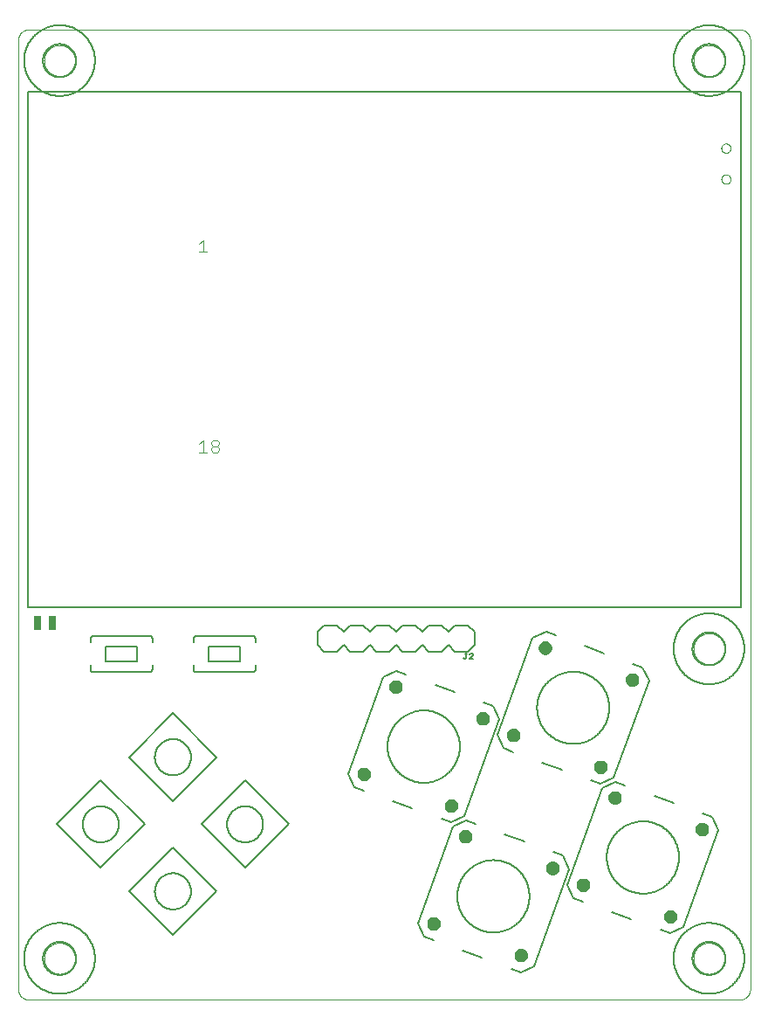
<source format=gto>
G75*
%MOIN*%
%OFA0B0*%
%FSLAX25Y25*%
%IPPOS*%
%LPD*%
%AMOC8*
5,1,8,0,0,1.08239X$1,22.5*
%
%ADD10C,0.00000*%
%ADD11R,0.01354X0.00339*%
%ADD12R,0.02031X0.00339*%
%ADD13R,0.00339X0.00339*%
%ADD14R,0.04402X0.00339*%
%ADD15R,0.05417X0.00339*%
%ADD16R,0.03047X0.00339*%
%ADD17R,0.02709X0.00339*%
%ADD18R,0.02370X0.00339*%
%ADD19R,0.01693X0.00339*%
%ADD20R,0.04063X0.00339*%
%ADD21R,0.05079X0.00339*%
%ADD22R,0.04740X0.00339*%
%ADD23R,0.03724X0.00339*%
%ADD24R,0.01016X0.00339*%
%ADD25R,0.03386X0.00339*%
%ADD26R,0.06094X0.00339*%
%ADD27R,0.06772X0.00339*%
%ADD28R,0.07449X0.00339*%
%ADD29R,0.08126X0.00339*%
%ADD30R,0.08803X0.00339*%
%ADD31R,0.09480X0.00339*%
%ADD32R,0.10157X0.00339*%
%ADD33R,0.10835X0.00339*%
%ADD34R,0.11512X0.00339*%
%ADD35R,0.12189X0.00339*%
%ADD36R,0.12866X0.00339*%
%ADD37R,0.13543X0.00339*%
%ADD38R,0.14220X0.00339*%
%ADD39R,0.14898X0.00339*%
%ADD40R,0.15575X0.00339*%
%ADD41R,0.00677X0.00339*%
%ADD42R,0.16252X0.00339*%
%ADD43R,0.16929X0.00339*%
%ADD44R,0.17606X0.00339*%
%ADD45R,0.18283X0.00339*%
%ADD46R,0.18961X0.00339*%
%ADD47R,0.19638X0.00339*%
%ADD48R,0.20315X0.00339*%
%ADD49R,0.20992X0.00339*%
%ADD50R,0.21669X0.00339*%
%ADD51R,0.22346X0.00339*%
%ADD52R,0.23024X0.00339*%
%ADD53R,0.23701X0.00339*%
%ADD54R,0.24378X0.00339*%
%ADD55R,0.25055X0.00339*%
%ADD56R,0.25732X0.00339*%
%ADD57R,0.26409X0.00339*%
%ADD58R,0.27087X0.00339*%
%ADD59R,0.27764X0.00339*%
%ADD60R,0.28441X0.00339*%
%ADD61R,0.29118X0.00339*%
%ADD62R,0.05756X0.00339*%
%ADD63R,0.06433X0.00339*%
%ADD64R,0.07110X0.00339*%
%ADD65R,0.07787X0.00339*%
%ADD66R,0.08465X0.00339*%
%ADD67R,0.09142X0.00339*%
%ADD68R,0.09819X0.00339*%
%ADD69R,0.10496X0.00339*%
%ADD70R,0.11173X0.00339*%
%ADD71R,0.11850X0.00339*%
%ADD72R,0.12528X0.00339*%
%ADD73R,0.13205X0.00339*%
%ADD74R,0.22008X0.00339*%
%ADD75R,0.02559X0.05512*%
%ADD76C,0.00400*%
%ADD77C,0.00500*%
%ADD78C,0.00800*%
%ADD79C,0.02756*%
%ADD80C,0.00600*%
D10*
X0003248Y0006189D02*
X0003248Y0368394D01*
X0003250Y0368518D01*
X0003256Y0368641D01*
X0003265Y0368765D01*
X0003279Y0368887D01*
X0003296Y0369010D01*
X0003318Y0369132D01*
X0003343Y0369253D01*
X0003372Y0369373D01*
X0003404Y0369492D01*
X0003441Y0369611D01*
X0003481Y0369728D01*
X0003524Y0369843D01*
X0003572Y0369958D01*
X0003623Y0370070D01*
X0003677Y0370181D01*
X0003735Y0370291D01*
X0003796Y0370398D01*
X0003861Y0370504D01*
X0003929Y0370607D01*
X0004000Y0370708D01*
X0004074Y0370807D01*
X0004151Y0370904D01*
X0004232Y0370998D01*
X0004315Y0371089D01*
X0004401Y0371178D01*
X0004490Y0371264D01*
X0004581Y0371347D01*
X0004675Y0371428D01*
X0004772Y0371505D01*
X0004871Y0371579D01*
X0004972Y0371650D01*
X0005075Y0371718D01*
X0005181Y0371783D01*
X0005288Y0371844D01*
X0005398Y0371902D01*
X0005509Y0371956D01*
X0005621Y0372007D01*
X0005736Y0372055D01*
X0005851Y0372098D01*
X0005968Y0372138D01*
X0006087Y0372175D01*
X0006206Y0372207D01*
X0006326Y0372236D01*
X0006447Y0372261D01*
X0006569Y0372283D01*
X0006692Y0372300D01*
X0006814Y0372314D01*
X0006938Y0372323D01*
X0007061Y0372329D01*
X0007185Y0372331D01*
X0278839Y0372331D01*
X0278963Y0372329D01*
X0279086Y0372323D01*
X0279210Y0372314D01*
X0279332Y0372300D01*
X0279455Y0372283D01*
X0279577Y0372261D01*
X0279698Y0372236D01*
X0279818Y0372207D01*
X0279937Y0372175D01*
X0280056Y0372138D01*
X0280173Y0372098D01*
X0280288Y0372055D01*
X0280403Y0372007D01*
X0280515Y0371956D01*
X0280626Y0371902D01*
X0280736Y0371844D01*
X0280843Y0371783D01*
X0280949Y0371718D01*
X0281052Y0371650D01*
X0281153Y0371579D01*
X0281252Y0371505D01*
X0281349Y0371428D01*
X0281443Y0371347D01*
X0281534Y0371264D01*
X0281623Y0371178D01*
X0281709Y0371089D01*
X0281792Y0370998D01*
X0281873Y0370904D01*
X0281950Y0370807D01*
X0282024Y0370708D01*
X0282095Y0370607D01*
X0282163Y0370504D01*
X0282228Y0370398D01*
X0282289Y0370291D01*
X0282347Y0370181D01*
X0282401Y0370070D01*
X0282452Y0369958D01*
X0282500Y0369843D01*
X0282543Y0369728D01*
X0282583Y0369611D01*
X0282620Y0369492D01*
X0282652Y0369373D01*
X0282681Y0369253D01*
X0282706Y0369132D01*
X0282728Y0369010D01*
X0282745Y0368887D01*
X0282759Y0368765D01*
X0282768Y0368641D01*
X0282774Y0368518D01*
X0282776Y0368394D01*
X0282776Y0006189D01*
X0282774Y0006065D01*
X0282768Y0005942D01*
X0282759Y0005818D01*
X0282745Y0005696D01*
X0282728Y0005573D01*
X0282706Y0005451D01*
X0282681Y0005330D01*
X0282652Y0005210D01*
X0282620Y0005091D01*
X0282583Y0004972D01*
X0282543Y0004855D01*
X0282500Y0004740D01*
X0282452Y0004625D01*
X0282401Y0004513D01*
X0282347Y0004402D01*
X0282289Y0004292D01*
X0282228Y0004185D01*
X0282163Y0004079D01*
X0282095Y0003976D01*
X0282024Y0003875D01*
X0281950Y0003776D01*
X0281873Y0003679D01*
X0281792Y0003585D01*
X0281709Y0003494D01*
X0281623Y0003405D01*
X0281534Y0003319D01*
X0281443Y0003236D01*
X0281349Y0003155D01*
X0281252Y0003078D01*
X0281153Y0003004D01*
X0281052Y0002933D01*
X0280949Y0002865D01*
X0280843Y0002800D01*
X0280736Y0002739D01*
X0280626Y0002681D01*
X0280515Y0002627D01*
X0280403Y0002576D01*
X0280288Y0002528D01*
X0280173Y0002485D01*
X0280056Y0002445D01*
X0279937Y0002408D01*
X0279818Y0002376D01*
X0279698Y0002347D01*
X0279577Y0002322D01*
X0279455Y0002300D01*
X0279332Y0002283D01*
X0279210Y0002269D01*
X0279086Y0002260D01*
X0278963Y0002254D01*
X0278839Y0002252D01*
X0007185Y0002252D01*
X0007061Y0002254D01*
X0006938Y0002260D01*
X0006814Y0002269D01*
X0006692Y0002283D01*
X0006569Y0002300D01*
X0006447Y0002322D01*
X0006326Y0002347D01*
X0006206Y0002376D01*
X0006087Y0002408D01*
X0005968Y0002445D01*
X0005851Y0002485D01*
X0005736Y0002528D01*
X0005621Y0002576D01*
X0005509Y0002627D01*
X0005398Y0002681D01*
X0005288Y0002739D01*
X0005181Y0002800D01*
X0005075Y0002865D01*
X0004972Y0002933D01*
X0004871Y0003004D01*
X0004772Y0003078D01*
X0004675Y0003155D01*
X0004581Y0003236D01*
X0004490Y0003319D01*
X0004401Y0003405D01*
X0004315Y0003494D01*
X0004232Y0003585D01*
X0004151Y0003679D01*
X0004074Y0003776D01*
X0004000Y0003875D01*
X0003929Y0003976D01*
X0003861Y0004079D01*
X0003796Y0004185D01*
X0003735Y0004292D01*
X0003677Y0004402D01*
X0003623Y0004513D01*
X0003572Y0004625D01*
X0003524Y0004740D01*
X0003481Y0004855D01*
X0003441Y0004972D01*
X0003404Y0005091D01*
X0003372Y0005210D01*
X0003343Y0005330D01*
X0003318Y0005451D01*
X0003296Y0005573D01*
X0003279Y0005696D01*
X0003265Y0005818D01*
X0003256Y0005942D01*
X0003250Y0006065D01*
X0003248Y0006189D01*
X0013090Y0018000D02*
X0013092Y0018153D01*
X0013098Y0018307D01*
X0013108Y0018460D01*
X0013122Y0018612D01*
X0013140Y0018765D01*
X0013162Y0018916D01*
X0013187Y0019067D01*
X0013217Y0019218D01*
X0013251Y0019368D01*
X0013288Y0019516D01*
X0013329Y0019664D01*
X0013374Y0019810D01*
X0013423Y0019956D01*
X0013476Y0020100D01*
X0013532Y0020242D01*
X0013592Y0020383D01*
X0013656Y0020523D01*
X0013723Y0020661D01*
X0013794Y0020797D01*
X0013869Y0020931D01*
X0013946Y0021063D01*
X0014028Y0021193D01*
X0014112Y0021321D01*
X0014200Y0021447D01*
X0014291Y0021570D01*
X0014385Y0021691D01*
X0014483Y0021809D01*
X0014583Y0021925D01*
X0014687Y0022038D01*
X0014793Y0022149D01*
X0014902Y0022257D01*
X0015014Y0022362D01*
X0015128Y0022463D01*
X0015246Y0022562D01*
X0015365Y0022658D01*
X0015487Y0022751D01*
X0015612Y0022840D01*
X0015739Y0022927D01*
X0015868Y0023009D01*
X0015999Y0023089D01*
X0016132Y0023165D01*
X0016267Y0023238D01*
X0016404Y0023307D01*
X0016543Y0023372D01*
X0016683Y0023434D01*
X0016825Y0023492D01*
X0016968Y0023547D01*
X0017113Y0023598D01*
X0017259Y0023645D01*
X0017406Y0023688D01*
X0017554Y0023727D01*
X0017703Y0023763D01*
X0017853Y0023794D01*
X0018004Y0023822D01*
X0018155Y0023846D01*
X0018308Y0023866D01*
X0018460Y0023882D01*
X0018613Y0023894D01*
X0018766Y0023902D01*
X0018919Y0023906D01*
X0019073Y0023906D01*
X0019226Y0023902D01*
X0019379Y0023894D01*
X0019532Y0023882D01*
X0019684Y0023866D01*
X0019837Y0023846D01*
X0019988Y0023822D01*
X0020139Y0023794D01*
X0020289Y0023763D01*
X0020438Y0023727D01*
X0020586Y0023688D01*
X0020733Y0023645D01*
X0020879Y0023598D01*
X0021024Y0023547D01*
X0021167Y0023492D01*
X0021309Y0023434D01*
X0021449Y0023372D01*
X0021588Y0023307D01*
X0021725Y0023238D01*
X0021860Y0023165D01*
X0021993Y0023089D01*
X0022124Y0023009D01*
X0022253Y0022927D01*
X0022380Y0022840D01*
X0022505Y0022751D01*
X0022627Y0022658D01*
X0022746Y0022562D01*
X0022864Y0022463D01*
X0022978Y0022362D01*
X0023090Y0022257D01*
X0023199Y0022149D01*
X0023305Y0022038D01*
X0023409Y0021925D01*
X0023509Y0021809D01*
X0023607Y0021691D01*
X0023701Y0021570D01*
X0023792Y0021447D01*
X0023880Y0021321D01*
X0023964Y0021193D01*
X0024046Y0021063D01*
X0024123Y0020931D01*
X0024198Y0020797D01*
X0024269Y0020661D01*
X0024336Y0020523D01*
X0024400Y0020383D01*
X0024460Y0020242D01*
X0024516Y0020100D01*
X0024569Y0019956D01*
X0024618Y0019810D01*
X0024663Y0019664D01*
X0024704Y0019516D01*
X0024741Y0019368D01*
X0024775Y0019218D01*
X0024805Y0019067D01*
X0024830Y0018916D01*
X0024852Y0018765D01*
X0024870Y0018612D01*
X0024884Y0018460D01*
X0024894Y0018307D01*
X0024900Y0018153D01*
X0024902Y0018000D01*
X0024900Y0017847D01*
X0024894Y0017693D01*
X0024884Y0017540D01*
X0024870Y0017388D01*
X0024852Y0017235D01*
X0024830Y0017084D01*
X0024805Y0016933D01*
X0024775Y0016782D01*
X0024741Y0016632D01*
X0024704Y0016484D01*
X0024663Y0016336D01*
X0024618Y0016190D01*
X0024569Y0016044D01*
X0024516Y0015900D01*
X0024460Y0015758D01*
X0024400Y0015617D01*
X0024336Y0015477D01*
X0024269Y0015339D01*
X0024198Y0015203D01*
X0024123Y0015069D01*
X0024046Y0014937D01*
X0023964Y0014807D01*
X0023880Y0014679D01*
X0023792Y0014553D01*
X0023701Y0014430D01*
X0023607Y0014309D01*
X0023509Y0014191D01*
X0023409Y0014075D01*
X0023305Y0013962D01*
X0023199Y0013851D01*
X0023090Y0013743D01*
X0022978Y0013638D01*
X0022864Y0013537D01*
X0022746Y0013438D01*
X0022627Y0013342D01*
X0022505Y0013249D01*
X0022380Y0013160D01*
X0022253Y0013073D01*
X0022124Y0012991D01*
X0021993Y0012911D01*
X0021860Y0012835D01*
X0021725Y0012762D01*
X0021588Y0012693D01*
X0021449Y0012628D01*
X0021309Y0012566D01*
X0021167Y0012508D01*
X0021024Y0012453D01*
X0020879Y0012402D01*
X0020733Y0012355D01*
X0020586Y0012312D01*
X0020438Y0012273D01*
X0020289Y0012237D01*
X0020139Y0012206D01*
X0019988Y0012178D01*
X0019837Y0012154D01*
X0019684Y0012134D01*
X0019532Y0012118D01*
X0019379Y0012106D01*
X0019226Y0012098D01*
X0019073Y0012094D01*
X0018919Y0012094D01*
X0018766Y0012098D01*
X0018613Y0012106D01*
X0018460Y0012118D01*
X0018308Y0012134D01*
X0018155Y0012154D01*
X0018004Y0012178D01*
X0017853Y0012206D01*
X0017703Y0012237D01*
X0017554Y0012273D01*
X0017406Y0012312D01*
X0017259Y0012355D01*
X0017113Y0012402D01*
X0016968Y0012453D01*
X0016825Y0012508D01*
X0016683Y0012566D01*
X0016543Y0012628D01*
X0016404Y0012693D01*
X0016267Y0012762D01*
X0016132Y0012835D01*
X0015999Y0012911D01*
X0015868Y0012991D01*
X0015739Y0013073D01*
X0015612Y0013160D01*
X0015487Y0013249D01*
X0015365Y0013342D01*
X0015246Y0013438D01*
X0015128Y0013537D01*
X0015014Y0013638D01*
X0014902Y0013743D01*
X0014793Y0013851D01*
X0014687Y0013962D01*
X0014583Y0014075D01*
X0014483Y0014191D01*
X0014385Y0014309D01*
X0014291Y0014430D01*
X0014200Y0014553D01*
X0014112Y0014679D01*
X0014028Y0014807D01*
X0013946Y0014937D01*
X0013869Y0015069D01*
X0013794Y0015203D01*
X0013723Y0015339D01*
X0013656Y0015477D01*
X0013592Y0015617D01*
X0013532Y0015758D01*
X0013476Y0015900D01*
X0013423Y0016044D01*
X0013374Y0016190D01*
X0013329Y0016336D01*
X0013288Y0016484D01*
X0013251Y0016632D01*
X0013217Y0016782D01*
X0013187Y0016933D01*
X0013162Y0017084D01*
X0013140Y0017235D01*
X0013122Y0017388D01*
X0013108Y0017540D01*
X0013098Y0017693D01*
X0013092Y0017847D01*
X0013090Y0018000D01*
X0261122Y0018000D02*
X0261124Y0018153D01*
X0261130Y0018307D01*
X0261140Y0018460D01*
X0261154Y0018612D01*
X0261172Y0018765D01*
X0261194Y0018916D01*
X0261219Y0019067D01*
X0261249Y0019218D01*
X0261283Y0019368D01*
X0261320Y0019516D01*
X0261361Y0019664D01*
X0261406Y0019810D01*
X0261455Y0019956D01*
X0261508Y0020100D01*
X0261564Y0020242D01*
X0261624Y0020383D01*
X0261688Y0020523D01*
X0261755Y0020661D01*
X0261826Y0020797D01*
X0261901Y0020931D01*
X0261978Y0021063D01*
X0262060Y0021193D01*
X0262144Y0021321D01*
X0262232Y0021447D01*
X0262323Y0021570D01*
X0262417Y0021691D01*
X0262515Y0021809D01*
X0262615Y0021925D01*
X0262719Y0022038D01*
X0262825Y0022149D01*
X0262934Y0022257D01*
X0263046Y0022362D01*
X0263160Y0022463D01*
X0263278Y0022562D01*
X0263397Y0022658D01*
X0263519Y0022751D01*
X0263644Y0022840D01*
X0263771Y0022927D01*
X0263900Y0023009D01*
X0264031Y0023089D01*
X0264164Y0023165D01*
X0264299Y0023238D01*
X0264436Y0023307D01*
X0264575Y0023372D01*
X0264715Y0023434D01*
X0264857Y0023492D01*
X0265000Y0023547D01*
X0265145Y0023598D01*
X0265291Y0023645D01*
X0265438Y0023688D01*
X0265586Y0023727D01*
X0265735Y0023763D01*
X0265885Y0023794D01*
X0266036Y0023822D01*
X0266187Y0023846D01*
X0266340Y0023866D01*
X0266492Y0023882D01*
X0266645Y0023894D01*
X0266798Y0023902D01*
X0266951Y0023906D01*
X0267105Y0023906D01*
X0267258Y0023902D01*
X0267411Y0023894D01*
X0267564Y0023882D01*
X0267716Y0023866D01*
X0267869Y0023846D01*
X0268020Y0023822D01*
X0268171Y0023794D01*
X0268321Y0023763D01*
X0268470Y0023727D01*
X0268618Y0023688D01*
X0268765Y0023645D01*
X0268911Y0023598D01*
X0269056Y0023547D01*
X0269199Y0023492D01*
X0269341Y0023434D01*
X0269481Y0023372D01*
X0269620Y0023307D01*
X0269757Y0023238D01*
X0269892Y0023165D01*
X0270025Y0023089D01*
X0270156Y0023009D01*
X0270285Y0022927D01*
X0270412Y0022840D01*
X0270537Y0022751D01*
X0270659Y0022658D01*
X0270778Y0022562D01*
X0270896Y0022463D01*
X0271010Y0022362D01*
X0271122Y0022257D01*
X0271231Y0022149D01*
X0271337Y0022038D01*
X0271441Y0021925D01*
X0271541Y0021809D01*
X0271639Y0021691D01*
X0271733Y0021570D01*
X0271824Y0021447D01*
X0271912Y0021321D01*
X0271996Y0021193D01*
X0272078Y0021063D01*
X0272155Y0020931D01*
X0272230Y0020797D01*
X0272301Y0020661D01*
X0272368Y0020523D01*
X0272432Y0020383D01*
X0272492Y0020242D01*
X0272548Y0020100D01*
X0272601Y0019956D01*
X0272650Y0019810D01*
X0272695Y0019664D01*
X0272736Y0019516D01*
X0272773Y0019368D01*
X0272807Y0019218D01*
X0272837Y0019067D01*
X0272862Y0018916D01*
X0272884Y0018765D01*
X0272902Y0018612D01*
X0272916Y0018460D01*
X0272926Y0018307D01*
X0272932Y0018153D01*
X0272934Y0018000D01*
X0272932Y0017847D01*
X0272926Y0017693D01*
X0272916Y0017540D01*
X0272902Y0017388D01*
X0272884Y0017235D01*
X0272862Y0017084D01*
X0272837Y0016933D01*
X0272807Y0016782D01*
X0272773Y0016632D01*
X0272736Y0016484D01*
X0272695Y0016336D01*
X0272650Y0016190D01*
X0272601Y0016044D01*
X0272548Y0015900D01*
X0272492Y0015758D01*
X0272432Y0015617D01*
X0272368Y0015477D01*
X0272301Y0015339D01*
X0272230Y0015203D01*
X0272155Y0015069D01*
X0272078Y0014937D01*
X0271996Y0014807D01*
X0271912Y0014679D01*
X0271824Y0014553D01*
X0271733Y0014430D01*
X0271639Y0014309D01*
X0271541Y0014191D01*
X0271441Y0014075D01*
X0271337Y0013962D01*
X0271231Y0013851D01*
X0271122Y0013743D01*
X0271010Y0013638D01*
X0270896Y0013537D01*
X0270778Y0013438D01*
X0270659Y0013342D01*
X0270537Y0013249D01*
X0270412Y0013160D01*
X0270285Y0013073D01*
X0270156Y0012991D01*
X0270025Y0012911D01*
X0269892Y0012835D01*
X0269757Y0012762D01*
X0269620Y0012693D01*
X0269481Y0012628D01*
X0269341Y0012566D01*
X0269199Y0012508D01*
X0269056Y0012453D01*
X0268911Y0012402D01*
X0268765Y0012355D01*
X0268618Y0012312D01*
X0268470Y0012273D01*
X0268321Y0012237D01*
X0268171Y0012206D01*
X0268020Y0012178D01*
X0267869Y0012154D01*
X0267716Y0012134D01*
X0267564Y0012118D01*
X0267411Y0012106D01*
X0267258Y0012098D01*
X0267105Y0012094D01*
X0266951Y0012094D01*
X0266798Y0012098D01*
X0266645Y0012106D01*
X0266492Y0012118D01*
X0266340Y0012134D01*
X0266187Y0012154D01*
X0266036Y0012178D01*
X0265885Y0012206D01*
X0265735Y0012237D01*
X0265586Y0012273D01*
X0265438Y0012312D01*
X0265291Y0012355D01*
X0265145Y0012402D01*
X0265000Y0012453D01*
X0264857Y0012508D01*
X0264715Y0012566D01*
X0264575Y0012628D01*
X0264436Y0012693D01*
X0264299Y0012762D01*
X0264164Y0012835D01*
X0264031Y0012911D01*
X0263900Y0012991D01*
X0263771Y0013073D01*
X0263644Y0013160D01*
X0263519Y0013249D01*
X0263397Y0013342D01*
X0263278Y0013438D01*
X0263160Y0013537D01*
X0263046Y0013638D01*
X0262934Y0013743D01*
X0262825Y0013851D01*
X0262719Y0013962D01*
X0262615Y0014075D01*
X0262515Y0014191D01*
X0262417Y0014309D01*
X0262323Y0014430D01*
X0262232Y0014553D01*
X0262144Y0014679D01*
X0262060Y0014807D01*
X0261978Y0014937D01*
X0261901Y0015069D01*
X0261826Y0015203D01*
X0261755Y0015339D01*
X0261688Y0015477D01*
X0261624Y0015617D01*
X0261564Y0015758D01*
X0261508Y0015900D01*
X0261455Y0016044D01*
X0261406Y0016190D01*
X0261361Y0016336D01*
X0261320Y0016484D01*
X0261283Y0016632D01*
X0261249Y0016782D01*
X0261219Y0016933D01*
X0261194Y0017084D01*
X0261172Y0017235D01*
X0261154Y0017388D01*
X0261140Y0017540D01*
X0261130Y0017693D01*
X0261124Y0017847D01*
X0261122Y0018000D01*
X0261122Y0136110D02*
X0261124Y0136263D01*
X0261130Y0136417D01*
X0261140Y0136570D01*
X0261154Y0136722D01*
X0261172Y0136875D01*
X0261194Y0137026D01*
X0261219Y0137177D01*
X0261249Y0137328D01*
X0261283Y0137478D01*
X0261320Y0137626D01*
X0261361Y0137774D01*
X0261406Y0137920D01*
X0261455Y0138066D01*
X0261508Y0138210D01*
X0261564Y0138352D01*
X0261624Y0138493D01*
X0261688Y0138633D01*
X0261755Y0138771D01*
X0261826Y0138907D01*
X0261901Y0139041D01*
X0261978Y0139173D01*
X0262060Y0139303D01*
X0262144Y0139431D01*
X0262232Y0139557D01*
X0262323Y0139680D01*
X0262417Y0139801D01*
X0262515Y0139919D01*
X0262615Y0140035D01*
X0262719Y0140148D01*
X0262825Y0140259D01*
X0262934Y0140367D01*
X0263046Y0140472D01*
X0263160Y0140573D01*
X0263278Y0140672D01*
X0263397Y0140768D01*
X0263519Y0140861D01*
X0263644Y0140950D01*
X0263771Y0141037D01*
X0263900Y0141119D01*
X0264031Y0141199D01*
X0264164Y0141275D01*
X0264299Y0141348D01*
X0264436Y0141417D01*
X0264575Y0141482D01*
X0264715Y0141544D01*
X0264857Y0141602D01*
X0265000Y0141657D01*
X0265145Y0141708D01*
X0265291Y0141755D01*
X0265438Y0141798D01*
X0265586Y0141837D01*
X0265735Y0141873D01*
X0265885Y0141904D01*
X0266036Y0141932D01*
X0266187Y0141956D01*
X0266340Y0141976D01*
X0266492Y0141992D01*
X0266645Y0142004D01*
X0266798Y0142012D01*
X0266951Y0142016D01*
X0267105Y0142016D01*
X0267258Y0142012D01*
X0267411Y0142004D01*
X0267564Y0141992D01*
X0267716Y0141976D01*
X0267869Y0141956D01*
X0268020Y0141932D01*
X0268171Y0141904D01*
X0268321Y0141873D01*
X0268470Y0141837D01*
X0268618Y0141798D01*
X0268765Y0141755D01*
X0268911Y0141708D01*
X0269056Y0141657D01*
X0269199Y0141602D01*
X0269341Y0141544D01*
X0269481Y0141482D01*
X0269620Y0141417D01*
X0269757Y0141348D01*
X0269892Y0141275D01*
X0270025Y0141199D01*
X0270156Y0141119D01*
X0270285Y0141037D01*
X0270412Y0140950D01*
X0270537Y0140861D01*
X0270659Y0140768D01*
X0270778Y0140672D01*
X0270896Y0140573D01*
X0271010Y0140472D01*
X0271122Y0140367D01*
X0271231Y0140259D01*
X0271337Y0140148D01*
X0271441Y0140035D01*
X0271541Y0139919D01*
X0271639Y0139801D01*
X0271733Y0139680D01*
X0271824Y0139557D01*
X0271912Y0139431D01*
X0271996Y0139303D01*
X0272078Y0139173D01*
X0272155Y0139041D01*
X0272230Y0138907D01*
X0272301Y0138771D01*
X0272368Y0138633D01*
X0272432Y0138493D01*
X0272492Y0138352D01*
X0272548Y0138210D01*
X0272601Y0138066D01*
X0272650Y0137920D01*
X0272695Y0137774D01*
X0272736Y0137626D01*
X0272773Y0137478D01*
X0272807Y0137328D01*
X0272837Y0137177D01*
X0272862Y0137026D01*
X0272884Y0136875D01*
X0272902Y0136722D01*
X0272916Y0136570D01*
X0272926Y0136417D01*
X0272932Y0136263D01*
X0272934Y0136110D01*
X0272932Y0135957D01*
X0272926Y0135803D01*
X0272916Y0135650D01*
X0272902Y0135498D01*
X0272884Y0135345D01*
X0272862Y0135194D01*
X0272837Y0135043D01*
X0272807Y0134892D01*
X0272773Y0134742D01*
X0272736Y0134594D01*
X0272695Y0134446D01*
X0272650Y0134300D01*
X0272601Y0134154D01*
X0272548Y0134010D01*
X0272492Y0133868D01*
X0272432Y0133727D01*
X0272368Y0133587D01*
X0272301Y0133449D01*
X0272230Y0133313D01*
X0272155Y0133179D01*
X0272078Y0133047D01*
X0271996Y0132917D01*
X0271912Y0132789D01*
X0271824Y0132663D01*
X0271733Y0132540D01*
X0271639Y0132419D01*
X0271541Y0132301D01*
X0271441Y0132185D01*
X0271337Y0132072D01*
X0271231Y0131961D01*
X0271122Y0131853D01*
X0271010Y0131748D01*
X0270896Y0131647D01*
X0270778Y0131548D01*
X0270659Y0131452D01*
X0270537Y0131359D01*
X0270412Y0131270D01*
X0270285Y0131183D01*
X0270156Y0131101D01*
X0270025Y0131021D01*
X0269892Y0130945D01*
X0269757Y0130872D01*
X0269620Y0130803D01*
X0269481Y0130738D01*
X0269341Y0130676D01*
X0269199Y0130618D01*
X0269056Y0130563D01*
X0268911Y0130512D01*
X0268765Y0130465D01*
X0268618Y0130422D01*
X0268470Y0130383D01*
X0268321Y0130347D01*
X0268171Y0130316D01*
X0268020Y0130288D01*
X0267869Y0130264D01*
X0267716Y0130244D01*
X0267564Y0130228D01*
X0267411Y0130216D01*
X0267258Y0130208D01*
X0267105Y0130204D01*
X0266951Y0130204D01*
X0266798Y0130208D01*
X0266645Y0130216D01*
X0266492Y0130228D01*
X0266340Y0130244D01*
X0266187Y0130264D01*
X0266036Y0130288D01*
X0265885Y0130316D01*
X0265735Y0130347D01*
X0265586Y0130383D01*
X0265438Y0130422D01*
X0265291Y0130465D01*
X0265145Y0130512D01*
X0265000Y0130563D01*
X0264857Y0130618D01*
X0264715Y0130676D01*
X0264575Y0130738D01*
X0264436Y0130803D01*
X0264299Y0130872D01*
X0264164Y0130945D01*
X0264031Y0131021D01*
X0263900Y0131101D01*
X0263771Y0131183D01*
X0263644Y0131270D01*
X0263519Y0131359D01*
X0263397Y0131452D01*
X0263278Y0131548D01*
X0263160Y0131647D01*
X0263046Y0131748D01*
X0262934Y0131853D01*
X0262825Y0131961D01*
X0262719Y0132072D01*
X0262615Y0132185D01*
X0262515Y0132301D01*
X0262417Y0132419D01*
X0262323Y0132540D01*
X0262232Y0132663D01*
X0262144Y0132789D01*
X0262060Y0132917D01*
X0261978Y0133047D01*
X0261901Y0133179D01*
X0261826Y0133313D01*
X0261755Y0133449D01*
X0261688Y0133587D01*
X0261624Y0133727D01*
X0261564Y0133868D01*
X0261508Y0134010D01*
X0261455Y0134154D01*
X0261406Y0134300D01*
X0261361Y0134446D01*
X0261320Y0134594D01*
X0261283Y0134742D01*
X0261249Y0134892D01*
X0261219Y0135043D01*
X0261194Y0135194D01*
X0261172Y0135345D01*
X0261154Y0135498D01*
X0261140Y0135650D01*
X0261130Y0135803D01*
X0261124Y0135957D01*
X0261122Y0136110D01*
X0271752Y0315244D02*
X0271754Y0315328D01*
X0271760Y0315411D01*
X0271770Y0315494D01*
X0271784Y0315577D01*
X0271801Y0315659D01*
X0271823Y0315740D01*
X0271848Y0315819D01*
X0271877Y0315898D01*
X0271910Y0315975D01*
X0271946Y0316050D01*
X0271986Y0316124D01*
X0272029Y0316196D01*
X0272076Y0316265D01*
X0272126Y0316332D01*
X0272179Y0316397D01*
X0272235Y0316459D01*
X0272293Y0316519D01*
X0272355Y0316576D01*
X0272419Y0316629D01*
X0272486Y0316680D01*
X0272555Y0316727D01*
X0272626Y0316772D01*
X0272699Y0316812D01*
X0272774Y0316849D01*
X0272851Y0316883D01*
X0272929Y0316913D01*
X0273008Y0316939D01*
X0273089Y0316962D01*
X0273171Y0316980D01*
X0273253Y0316995D01*
X0273336Y0317006D01*
X0273419Y0317013D01*
X0273503Y0317016D01*
X0273587Y0317015D01*
X0273670Y0317010D01*
X0273754Y0317001D01*
X0273836Y0316988D01*
X0273918Y0316972D01*
X0273999Y0316951D01*
X0274080Y0316927D01*
X0274158Y0316899D01*
X0274236Y0316867D01*
X0274312Y0316831D01*
X0274386Y0316792D01*
X0274458Y0316750D01*
X0274528Y0316704D01*
X0274596Y0316655D01*
X0274661Y0316603D01*
X0274724Y0316548D01*
X0274784Y0316490D01*
X0274842Y0316429D01*
X0274896Y0316365D01*
X0274948Y0316299D01*
X0274996Y0316231D01*
X0275041Y0316160D01*
X0275082Y0316087D01*
X0275121Y0316013D01*
X0275155Y0315937D01*
X0275186Y0315859D01*
X0275213Y0315780D01*
X0275237Y0315699D01*
X0275256Y0315618D01*
X0275272Y0315536D01*
X0275284Y0315453D01*
X0275292Y0315369D01*
X0275296Y0315286D01*
X0275296Y0315202D01*
X0275292Y0315119D01*
X0275284Y0315035D01*
X0275272Y0314952D01*
X0275256Y0314870D01*
X0275237Y0314789D01*
X0275213Y0314708D01*
X0275186Y0314629D01*
X0275155Y0314551D01*
X0275121Y0314475D01*
X0275082Y0314401D01*
X0275041Y0314328D01*
X0274996Y0314257D01*
X0274948Y0314189D01*
X0274896Y0314123D01*
X0274842Y0314059D01*
X0274784Y0313998D01*
X0274724Y0313940D01*
X0274661Y0313885D01*
X0274596Y0313833D01*
X0274528Y0313784D01*
X0274458Y0313738D01*
X0274386Y0313696D01*
X0274312Y0313657D01*
X0274236Y0313621D01*
X0274158Y0313589D01*
X0274080Y0313561D01*
X0273999Y0313537D01*
X0273918Y0313516D01*
X0273836Y0313500D01*
X0273754Y0313487D01*
X0273670Y0313478D01*
X0273587Y0313473D01*
X0273503Y0313472D01*
X0273419Y0313475D01*
X0273336Y0313482D01*
X0273253Y0313493D01*
X0273171Y0313508D01*
X0273089Y0313526D01*
X0273008Y0313549D01*
X0272929Y0313575D01*
X0272851Y0313605D01*
X0272774Y0313639D01*
X0272699Y0313676D01*
X0272626Y0313716D01*
X0272555Y0313761D01*
X0272486Y0313808D01*
X0272419Y0313859D01*
X0272355Y0313912D01*
X0272293Y0313969D01*
X0272235Y0314029D01*
X0272179Y0314091D01*
X0272126Y0314156D01*
X0272076Y0314223D01*
X0272029Y0314292D01*
X0271986Y0314364D01*
X0271946Y0314438D01*
X0271910Y0314513D01*
X0271877Y0314590D01*
X0271848Y0314669D01*
X0271823Y0314748D01*
X0271801Y0314829D01*
X0271784Y0314911D01*
X0271770Y0314994D01*
X0271760Y0315077D01*
X0271754Y0315160D01*
X0271752Y0315244D01*
X0271752Y0327055D02*
X0271754Y0327139D01*
X0271760Y0327222D01*
X0271770Y0327305D01*
X0271784Y0327388D01*
X0271801Y0327470D01*
X0271823Y0327551D01*
X0271848Y0327630D01*
X0271877Y0327709D01*
X0271910Y0327786D01*
X0271946Y0327861D01*
X0271986Y0327935D01*
X0272029Y0328007D01*
X0272076Y0328076D01*
X0272126Y0328143D01*
X0272179Y0328208D01*
X0272235Y0328270D01*
X0272293Y0328330D01*
X0272355Y0328387D01*
X0272419Y0328440D01*
X0272486Y0328491D01*
X0272555Y0328538D01*
X0272626Y0328583D01*
X0272699Y0328623D01*
X0272774Y0328660D01*
X0272851Y0328694D01*
X0272929Y0328724D01*
X0273008Y0328750D01*
X0273089Y0328773D01*
X0273171Y0328791D01*
X0273253Y0328806D01*
X0273336Y0328817D01*
X0273419Y0328824D01*
X0273503Y0328827D01*
X0273587Y0328826D01*
X0273670Y0328821D01*
X0273754Y0328812D01*
X0273836Y0328799D01*
X0273918Y0328783D01*
X0273999Y0328762D01*
X0274080Y0328738D01*
X0274158Y0328710D01*
X0274236Y0328678D01*
X0274312Y0328642D01*
X0274386Y0328603D01*
X0274458Y0328561D01*
X0274528Y0328515D01*
X0274596Y0328466D01*
X0274661Y0328414D01*
X0274724Y0328359D01*
X0274784Y0328301D01*
X0274842Y0328240D01*
X0274896Y0328176D01*
X0274948Y0328110D01*
X0274996Y0328042D01*
X0275041Y0327971D01*
X0275082Y0327898D01*
X0275121Y0327824D01*
X0275155Y0327748D01*
X0275186Y0327670D01*
X0275213Y0327591D01*
X0275237Y0327510D01*
X0275256Y0327429D01*
X0275272Y0327347D01*
X0275284Y0327264D01*
X0275292Y0327180D01*
X0275296Y0327097D01*
X0275296Y0327013D01*
X0275292Y0326930D01*
X0275284Y0326846D01*
X0275272Y0326763D01*
X0275256Y0326681D01*
X0275237Y0326600D01*
X0275213Y0326519D01*
X0275186Y0326440D01*
X0275155Y0326362D01*
X0275121Y0326286D01*
X0275082Y0326212D01*
X0275041Y0326139D01*
X0274996Y0326068D01*
X0274948Y0326000D01*
X0274896Y0325934D01*
X0274842Y0325870D01*
X0274784Y0325809D01*
X0274724Y0325751D01*
X0274661Y0325696D01*
X0274596Y0325644D01*
X0274528Y0325595D01*
X0274458Y0325549D01*
X0274386Y0325507D01*
X0274312Y0325468D01*
X0274236Y0325432D01*
X0274158Y0325400D01*
X0274080Y0325372D01*
X0273999Y0325348D01*
X0273918Y0325327D01*
X0273836Y0325311D01*
X0273754Y0325298D01*
X0273670Y0325289D01*
X0273587Y0325284D01*
X0273503Y0325283D01*
X0273419Y0325286D01*
X0273336Y0325293D01*
X0273253Y0325304D01*
X0273171Y0325319D01*
X0273089Y0325337D01*
X0273008Y0325360D01*
X0272929Y0325386D01*
X0272851Y0325416D01*
X0272774Y0325450D01*
X0272699Y0325487D01*
X0272626Y0325527D01*
X0272555Y0325572D01*
X0272486Y0325619D01*
X0272419Y0325670D01*
X0272355Y0325723D01*
X0272293Y0325780D01*
X0272235Y0325840D01*
X0272179Y0325902D01*
X0272126Y0325967D01*
X0272076Y0326034D01*
X0272029Y0326103D01*
X0271986Y0326175D01*
X0271946Y0326249D01*
X0271910Y0326324D01*
X0271877Y0326401D01*
X0271848Y0326480D01*
X0271823Y0326559D01*
X0271801Y0326640D01*
X0271784Y0326722D01*
X0271770Y0326805D01*
X0271760Y0326888D01*
X0271754Y0326971D01*
X0271752Y0327055D01*
X0261122Y0360520D02*
X0261124Y0360673D01*
X0261130Y0360827D01*
X0261140Y0360980D01*
X0261154Y0361132D01*
X0261172Y0361285D01*
X0261194Y0361436D01*
X0261219Y0361587D01*
X0261249Y0361738D01*
X0261283Y0361888D01*
X0261320Y0362036D01*
X0261361Y0362184D01*
X0261406Y0362330D01*
X0261455Y0362476D01*
X0261508Y0362620D01*
X0261564Y0362762D01*
X0261624Y0362903D01*
X0261688Y0363043D01*
X0261755Y0363181D01*
X0261826Y0363317D01*
X0261901Y0363451D01*
X0261978Y0363583D01*
X0262060Y0363713D01*
X0262144Y0363841D01*
X0262232Y0363967D01*
X0262323Y0364090D01*
X0262417Y0364211D01*
X0262515Y0364329D01*
X0262615Y0364445D01*
X0262719Y0364558D01*
X0262825Y0364669D01*
X0262934Y0364777D01*
X0263046Y0364882D01*
X0263160Y0364983D01*
X0263278Y0365082D01*
X0263397Y0365178D01*
X0263519Y0365271D01*
X0263644Y0365360D01*
X0263771Y0365447D01*
X0263900Y0365529D01*
X0264031Y0365609D01*
X0264164Y0365685D01*
X0264299Y0365758D01*
X0264436Y0365827D01*
X0264575Y0365892D01*
X0264715Y0365954D01*
X0264857Y0366012D01*
X0265000Y0366067D01*
X0265145Y0366118D01*
X0265291Y0366165D01*
X0265438Y0366208D01*
X0265586Y0366247D01*
X0265735Y0366283D01*
X0265885Y0366314D01*
X0266036Y0366342D01*
X0266187Y0366366D01*
X0266340Y0366386D01*
X0266492Y0366402D01*
X0266645Y0366414D01*
X0266798Y0366422D01*
X0266951Y0366426D01*
X0267105Y0366426D01*
X0267258Y0366422D01*
X0267411Y0366414D01*
X0267564Y0366402D01*
X0267716Y0366386D01*
X0267869Y0366366D01*
X0268020Y0366342D01*
X0268171Y0366314D01*
X0268321Y0366283D01*
X0268470Y0366247D01*
X0268618Y0366208D01*
X0268765Y0366165D01*
X0268911Y0366118D01*
X0269056Y0366067D01*
X0269199Y0366012D01*
X0269341Y0365954D01*
X0269481Y0365892D01*
X0269620Y0365827D01*
X0269757Y0365758D01*
X0269892Y0365685D01*
X0270025Y0365609D01*
X0270156Y0365529D01*
X0270285Y0365447D01*
X0270412Y0365360D01*
X0270537Y0365271D01*
X0270659Y0365178D01*
X0270778Y0365082D01*
X0270896Y0364983D01*
X0271010Y0364882D01*
X0271122Y0364777D01*
X0271231Y0364669D01*
X0271337Y0364558D01*
X0271441Y0364445D01*
X0271541Y0364329D01*
X0271639Y0364211D01*
X0271733Y0364090D01*
X0271824Y0363967D01*
X0271912Y0363841D01*
X0271996Y0363713D01*
X0272078Y0363583D01*
X0272155Y0363451D01*
X0272230Y0363317D01*
X0272301Y0363181D01*
X0272368Y0363043D01*
X0272432Y0362903D01*
X0272492Y0362762D01*
X0272548Y0362620D01*
X0272601Y0362476D01*
X0272650Y0362330D01*
X0272695Y0362184D01*
X0272736Y0362036D01*
X0272773Y0361888D01*
X0272807Y0361738D01*
X0272837Y0361587D01*
X0272862Y0361436D01*
X0272884Y0361285D01*
X0272902Y0361132D01*
X0272916Y0360980D01*
X0272926Y0360827D01*
X0272932Y0360673D01*
X0272934Y0360520D01*
X0272932Y0360367D01*
X0272926Y0360213D01*
X0272916Y0360060D01*
X0272902Y0359908D01*
X0272884Y0359755D01*
X0272862Y0359604D01*
X0272837Y0359453D01*
X0272807Y0359302D01*
X0272773Y0359152D01*
X0272736Y0359004D01*
X0272695Y0358856D01*
X0272650Y0358710D01*
X0272601Y0358564D01*
X0272548Y0358420D01*
X0272492Y0358278D01*
X0272432Y0358137D01*
X0272368Y0357997D01*
X0272301Y0357859D01*
X0272230Y0357723D01*
X0272155Y0357589D01*
X0272078Y0357457D01*
X0271996Y0357327D01*
X0271912Y0357199D01*
X0271824Y0357073D01*
X0271733Y0356950D01*
X0271639Y0356829D01*
X0271541Y0356711D01*
X0271441Y0356595D01*
X0271337Y0356482D01*
X0271231Y0356371D01*
X0271122Y0356263D01*
X0271010Y0356158D01*
X0270896Y0356057D01*
X0270778Y0355958D01*
X0270659Y0355862D01*
X0270537Y0355769D01*
X0270412Y0355680D01*
X0270285Y0355593D01*
X0270156Y0355511D01*
X0270025Y0355431D01*
X0269892Y0355355D01*
X0269757Y0355282D01*
X0269620Y0355213D01*
X0269481Y0355148D01*
X0269341Y0355086D01*
X0269199Y0355028D01*
X0269056Y0354973D01*
X0268911Y0354922D01*
X0268765Y0354875D01*
X0268618Y0354832D01*
X0268470Y0354793D01*
X0268321Y0354757D01*
X0268171Y0354726D01*
X0268020Y0354698D01*
X0267869Y0354674D01*
X0267716Y0354654D01*
X0267564Y0354638D01*
X0267411Y0354626D01*
X0267258Y0354618D01*
X0267105Y0354614D01*
X0266951Y0354614D01*
X0266798Y0354618D01*
X0266645Y0354626D01*
X0266492Y0354638D01*
X0266340Y0354654D01*
X0266187Y0354674D01*
X0266036Y0354698D01*
X0265885Y0354726D01*
X0265735Y0354757D01*
X0265586Y0354793D01*
X0265438Y0354832D01*
X0265291Y0354875D01*
X0265145Y0354922D01*
X0265000Y0354973D01*
X0264857Y0355028D01*
X0264715Y0355086D01*
X0264575Y0355148D01*
X0264436Y0355213D01*
X0264299Y0355282D01*
X0264164Y0355355D01*
X0264031Y0355431D01*
X0263900Y0355511D01*
X0263771Y0355593D01*
X0263644Y0355680D01*
X0263519Y0355769D01*
X0263397Y0355862D01*
X0263278Y0355958D01*
X0263160Y0356057D01*
X0263046Y0356158D01*
X0262934Y0356263D01*
X0262825Y0356371D01*
X0262719Y0356482D01*
X0262615Y0356595D01*
X0262515Y0356711D01*
X0262417Y0356829D01*
X0262323Y0356950D01*
X0262232Y0357073D01*
X0262144Y0357199D01*
X0262060Y0357327D01*
X0261978Y0357457D01*
X0261901Y0357589D01*
X0261826Y0357723D01*
X0261755Y0357859D01*
X0261688Y0357997D01*
X0261624Y0358137D01*
X0261564Y0358278D01*
X0261508Y0358420D01*
X0261455Y0358564D01*
X0261406Y0358710D01*
X0261361Y0358856D01*
X0261320Y0359004D01*
X0261283Y0359152D01*
X0261249Y0359302D01*
X0261219Y0359453D01*
X0261194Y0359604D01*
X0261172Y0359755D01*
X0261154Y0359908D01*
X0261140Y0360060D01*
X0261130Y0360213D01*
X0261124Y0360367D01*
X0261122Y0360520D01*
X0013090Y0360520D02*
X0013092Y0360673D01*
X0013098Y0360827D01*
X0013108Y0360980D01*
X0013122Y0361132D01*
X0013140Y0361285D01*
X0013162Y0361436D01*
X0013187Y0361587D01*
X0013217Y0361738D01*
X0013251Y0361888D01*
X0013288Y0362036D01*
X0013329Y0362184D01*
X0013374Y0362330D01*
X0013423Y0362476D01*
X0013476Y0362620D01*
X0013532Y0362762D01*
X0013592Y0362903D01*
X0013656Y0363043D01*
X0013723Y0363181D01*
X0013794Y0363317D01*
X0013869Y0363451D01*
X0013946Y0363583D01*
X0014028Y0363713D01*
X0014112Y0363841D01*
X0014200Y0363967D01*
X0014291Y0364090D01*
X0014385Y0364211D01*
X0014483Y0364329D01*
X0014583Y0364445D01*
X0014687Y0364558D01*
X0014793Y0364669D01*
X0014902Y0364777D01*
X0015014Y0364882D01*
X0015128Y0364983D01*
X0015246Y0365082D01*
X0015365Y0365178D01*
X0015487Y0365271D01*
X0015612Y0365360D01*
X0015739Y0365447D01*
X0015868Y0365529D01*
X0015999Y0365609D01*
X0016132Y0365685D01*
X0016267Y0365758D01*
X0016404Y0365827D01*
X0016543Y0365892D01*
X0016683Y0365954D01*
X0016825Y0366012D01*
X0016968Y0366067D01*
X0017113Y0366118D01*
X0017259Y0366165D01*
X0017406Y0366208D01*
X0017554Y0366247D01*
X0017703Y0366283D01*
X0017853Y0366314D01*
X0018004Y0366342D01*
X0018155Y0366366D01*
X0018308Y0366386D01*
X0018460Y0366402D01*
X0018613Y0366414D01*
X0018766Y0366422D01*
X0018919Y0366426D01*
X0019073Y0366426D01*
X0019226Y0366422D01*
X0019379Y0366414D01*
X0019532Y0366402D01*
X0019684Y0366386D01*
X0019837Y0366366D01*
X0019988Y0366342D01*
X0020139Y0366314D01*
X0020289Y0366283D01*
X0020438Y0366247D01*
X0020586Y0366208D01*
X0020733Y0366165D01*
X0020879Y0366118D01*
X0021024Y0366067D01*
X0021167Y0366012D01*
X0021309Y0365954D01*
X0021449Y0365892D01*
X0021588Y0365827D01*
X0021725Y0365758D01*
X0021860Y0365685D01*
X0021993Y0365609D01*
X0022124Y0365529D01*
X0022253Y0365447D01*
X0022380Y0365360D01*
X0022505Y0365271D01*
X0022627Y0365178D01*
X0022746Y0365082D01*
X0022864Y0364983D01*
X0022978Y0364882D01*
X0023090Y0364777D01*
X0023199Y0364669D01*
X0023305Y0364558D01*
X0023409Y0364445D01*
X0023509Y0364329D01*
X0023607Y0364211D01*
X0023701Y0364090D01*
X0023792Y0363967D01*
X0023880Y0363841D01*
X0023964Y0363713D01*
X0024046Y0363583D01*
X0024123Y0363451D01*
X0024198Y0363317D01*
X0024269Y0363181D01*
X0024336Y0363043D01*
X0024400Y0362903D01*
X0024460Y0362762D01*
X0024516Y0362620D01*
X0024569Y0362476D01*
X0024618Y0362330D01*
X0024663Y0362184D01*
X0024704Y0362036D01*
X0024741Y0361888D01*
X0024775Y0361738D01*
X0024805Y0361587D01*
X0024830Y0361436D01*
X0024852Y0361285D01*
X0024870Y0361132D01*
X0024884Y0360980D01*
X0024894Y0360827D01*
X0024900Y0360673D01*
X0024902Y0360520D01*
X0024900Y0360367D01*
X0024894Y0360213D01*
X0024884Y0360060D01*
X0024870Y0359908D01*
X0024852Y0359755D01*
X0024830Y0359604D01*
X0024805Y0359453D01*
X0024775Y0359302D01*
X0024741Y0359152D01*
X0024704Y0359004D01*
X0024663Y0358856D01*
X0024618Y0358710D01*
X0024569Y0358564D01*
X0024516Y0358420D01*
X0024460Y0358278D01*
X0024400Y0358137D01*
X0024336Y0357997D01*
X0024269Y0357859D01*
X0024198Y0357723D01*
X0024123Y0357589D01*
X0024046Y0357457D01*
X0023964Y0357327D01*
X0023880Y0357199D01*
X0023792Y0357073D01*
X0023701Y0356950D01*
X0023607Y0356829D01*
X0023509Y0356711D01*
X0023409Y0356595D01*
X0023305Y0356482D01*
X0023199Y0356371D01*
X0023090Y0356263D01*
X0022978Y0356158D01*
X0022864Y0356057D01*
X0022746Y0355958D01*
X0022627Y0355862D01*
X0022505Y0355769D01*
X0022380Y0355680D01*
X0022253Y0355593D01*
X0022124Y0355511D01*
X0021993Y0355431D01*
X0021860Y0355355D01*
X0021725Y0355282D01*
X0021588Y0355213D01*
X0021449Y0355148D01*
X0021309Y0355086D01*
X0021167Y0355028D01*
X0021024Y0354973D01*
X0020879Y0354922D01*
X0020733Y0354875D01*
X0020586Y0354832D01*
X0020438Y0354793D01*
X0020289Y0354757D01*
X0020139Y0354726D01*
X0019988Y0354698D01*
X0019837Y0354674D01*
X0019684Y0354654D01*
X0019532Y0354638D01*
X0019379Y0354626D01*
X0019226Y0354618D01*
X0019073Y0354614D01*
X0018919Y0354614D01*
X0018766Y0354618D01*
X0018613Y0354626D01*
X0018460Y0354638D01*
X0018308Y0354654D01*
X0018155Y0354674D01*
X0018004Y0354698D01*
X0017853Y0354726D01*
X0017703Y0354757D01*
X0017554Y0354793D01*
X0017406Y0354832D01*
X0017259Y0354875D01*
X0017113Y0354922D01*
X0016968Y0354973D01*
X0016825Y0355028D01*
X0016683Y0355086D01*
X0016543Y0355148D01*
X0016404Y0355213D01*
X0016267Y0355282D01*
X0016132Y0355355D01*
X0015999Y0355431D01*
X0015868Y0355511D01*
X0015739Y0355593D01*
X0015612Y0355680D01*
X0015487Y0355769D01*
X0015365Y0355862D01*
X0015246Y0355958D01*
X0015128Y0356057D01*
X0015014Y0356158D01*
X0014902Y0356263D01*
X0014793Y0356371D01*
X0014687Y0356482D01*
X0014583Y0356595D01*
X0014483Y0356711D01*
X0014385Y0356829D01*
X0014291Y0356950D01*
X0014200Y0357073D01*
X0014112Y0357199D01*
X0014028Y0357327D01*
X0013946Y0357457D01*
X0013869Y0357589D01*
X0013794Y0357723D01*
X0013723Y0357859D01*
X0013656Y0357997D01*
X0013592Y0358137D01*
X0013532Y0358278D01*
X0013476Y0358420D01*
X0013423Y0358564D01*
X0013374Y0358710D01*
X0013329Y0358856D01*
X0013288Y0359004D01*
X0013251Y0359152D01*
X0013217Y0359302D01*
X0013187Y0359453D01*
X0013162Y0359604D01*
X0013140Y0359755D01*
X0013122Y0359908D01*
X0013108Y0360060D01*
X0013098Y0360213D01*
X0013092Y0360367D01*
X0013090Y0360520D01*
D11*
X0101606Y0254496D03*
X0101606Y0254157D03*
X0101606Y0253819D03*
X0101606Y0253142D03*
X0101606Y0252803D03*
X0101606Y0252465D03*
X0101606Y0252126D03*
X0109055Y0256528D03*
X0109055Y0256866D03*
X0109055Y0257205D03*
X0109055Y0257882D03*
X0109055Y0258220D03*
X0109055Y0258559D03*
X0109055Y0258898D03*
X0109055Y0259236D03*
X0112441Y0256189D03*
X0113457Y0257882D03*
X0115488Y0256528D03*
X0116165Y0258220D03*
X0111087Y0245016D03*
X0111087Y0244677D03*
X0111087Y0244339D03*
X0111087Y0244000D03*
X0111087Y0243661D03*
X0111087Y0243323D03*
X0111087Y0242984D03*
X0111087Y0242646D03*
X0111087Y0242307D03*
X0111087Y0241969D03*
X0111087Y0241630D03*
X0111087Y0241291D03*
X0111087Y0240953D03*
X0111087Y0240614D03*
X0123276Y0243661D03*
X0123276Y0244000D03*
X0123276Y0244339D03*
X0125646Y0245354D03*
X0126661Y0240953D03*
X0126661Y0240614D03*
X0129370Y0240614D03*
X0129370Y0240953D03*
X0132756Y0244000D03*
X0132756Y0244339D03*
X0135465Y0242646D03*
X0135465Y0242307D03*
X0138850Y0242307D03*
X0138850Y0242984D03*
X0138850Y0243323D03*
X0138850Y0245354D03*
X0138850Y0240614D03*
X0138850Y0239937D03*
X0138850Y0239598D03*
X0156118Y0245354D03*
X0159843Y0244339D03*
X0165937Y0244339D03*
X0165937Y0244000D03*
X0165937Y0243661D03*
X0165937Y0242984D03*
X0165937Y0242646D03*
X0165937Y0242307D03*
X0165937Y0240953D03*
X0165937Y0240614D03*
X0165937Y0240276D03*
X0165937Y0239937D03*
X0165937Y0239598D03*
X0178126Y0239598D03*
X0178126Y0239937D03*
X0178126Y0240276D03*
X0178126Y0240614D03*
X0178126Y0241291D03*
X0178126Y0241630D03*
X0178126Y0244677D03*
X0178126Y0245016D03*
X0205551Y0260929D03*
X0179142Y0355732D03*
X0177787Y0357087D03*
X0173047Y0361488D03*
X0177449Y0366906D03*
X0166614Y0364535D03*
X0153409Y0366906D03*
X0139528Y0366906D03*
X0134449Y0366906D03*
X0134449Y0364197D03*
X0134449Y0363181D03*
X0134449Y0360472D03*
X0124291Y0355732D03*
X0122937Y0356748D03*
X0119213Y0357425D03*
X0114134Y0360811D03*
X0114134Y0366567D03*
X0107701Y0360811D03*
X0107701Y0360472D03*
X0106346Y0360134D03*
X0106346Y0359795D03*
X0106346Y0359457D03*
X0107024Y0358441D03*
X0102961Y0362843D03*
X0102961Y0363181D03*
X0102961Y0363520D03*
X0102961Y0363858D03*
X0102961Y0364197D03*
X0102961Y0364535D03*
X0102961Y0364874D03*
X0102961Y0365213D03*
X0102961Y0365551D03*
X0102961Y0365890D03*
X0102961Y0366228D03*
X0082646Y0147165D03*
X0087724Y0146150D03*
X0073165Y0147165D03*
X0061992Y0116016D03*
X0043709Y0146150D03*
X0031520Y0147165D03*
X0027457Y0082157D03*
X0027457Y0056087D03*
X0061992Y0022228D03*
X0096189Y0055748D03*
X0096189Y0082496D03*
X0146299Y0068614D03*
X0176433Y0012409D03*
X0176433Y0012071D03*
X0175417Y0009362D03*
X0175417Y0009024D03*
X0174402Y0006654D03*
X0204874Y0078094D03*
X0231961Y0027307D03*
X0232638Y0025953D03*
X0232638Y0025614D03*
X0231961Y0020874D03*
D12*
X0231622Y0021213D03*
X0231622Y0021551D03*
X0231961Y0022228D03*
X0231961Y0022567D03*
X0232638Y0024260D03*
X0232976Y0024937D03*
X0232976Y0025276D03*
X0232299Y0026291D03*
X0232299Y0026630D03*
X0227898Y0026291D03*
X0227898Y0025953D03*
X0227559Y0025276D03*
X0227220Y0023921D03*
X0226882Y0023244D03*
X0226882Y0022906D03*
X0204535Y0078433D03*
X0204535Y0078772D03*
X0204197Y0080465D03*
X0202165Y0083850D03*
X0202165Y0084189D03*
X0201827Y0085882D03*
X0201827Y0086220D03*
X0199795Y0080126D03*
X0150362Y0069969D03*
X0150024Y0069291D03*
X0150024Y0068953D03*
X0149685Y0068276D03*
X0146976Y0066583D03*
X0146638Y0065906D03*
X0146638Y0065567D03*
X0146299Y0064890D03*
X0145961Y0069291D03*
X0145961Y0069630D03*
X0145961Y0069969D03*
X0146299Y0070646D03*
X0146299Y0070984D03*
X0172370Y0014441D03*
X0172031Y0013087D03*
X0171693Y0012409D03*
X0171354Y0011732D03*
X0171016Y0010378D03*
X0170677Y0009701D03*
X0170677Y0009362D03*
X0170339Y0008685D03*
X0174063Y0006992D03*
X0175417Y0008008D03*
X0175756Y0008685D03*
X0176433Y0010717D03*
X0176772Y0011394D03*
X0176772Y0011732D03*
X0176094Y0012748D03*
X0096528Y0056425D03*
X0096528Y0081819D03*
X0072150Y0147504D03*
X0030504Y0147504D03*
X0027118Y0081480D03*
X0027118Y0056764D03*
X0138850Y0240953D03*
X0115827Y0258898D03*
X0115827Y0259236D03*
X0113118Y0258898D03*
X0113118Y0258559D03*
X0112780Y0259236D03*
X0127339Y0355055D03*
X0127339Y0357425D03*
X0130047Y0361150D03*
X0130047Y0361488D03*
X0130047Y0361827D03*
X0130047Y0362165D03*
X0130047Y0362504D03*
X0130047Y0362843D03*
X0130047Y0363181D03*
X0130047Y0363520D03*
X0130047Y0363858D03*
X0130047Y0364197D03*
X0130047Y0364535D03*
X0130047Y0364874D03*
X0130047Y0365213D03*
X0130047Y0365890D03*
X0130047Y0366228D03*
X0123276Y0366228D03*
X0123276Y0365890D03*
X0123276Y0365551D03*
X0123276Y0365213D03*
X0123276Y0364874D03*
X0123276Y0364535D03*
X0123276Y0364197D03*
X0123276Y0363858D03*
X0123276Y0363520D03*
X0123276Y0363181D03*
X0123276Y0362843D03*
X0123276Y0362504D03*
X0123276Y0362165D03*
X0123276Y0361827D03*
X0123276Y0361488D03*
X0123276Y0361150D03*
X0123276Y0360811D03*
X0123276Y0360472D03*
X0103299Y0359457D03*
X0103299Y0359118D03*
X0143929Y0361150D03*
X0143929Y0361488D03*
X0143929Y0361827D03*
X0143929Y0362165D03*
X0143929Y0362504D03*
X0143929Y0362843D03*
X0143929Y0363181D03*
X0143929Y0363520D03*
X0143929Y0364535D03*
X0143929Y0364874D03*
X0143929Y0365213D03*
X0143929Y0365551D03*
X0143929Y0365890D03*
X0143929Y0366228D03*
X0149008Y0366228D03*
X0149008Y0365890D03*
X0149008Y0365551D03*
X0149008Y0365213D03*
X0149008Y0364874D03*
X0149008Y0364535D03*
X0149008Y0364197D03*
X0149008Y0363858D03*
X0149008Y0362165D03*
X0149008Y0361827D03*
X0149008Y0361488D03*
X0149008Y0361150D03*
X0144268Y0357425D03*
X0144268Y0355055D03*
X0156795Y0355055D03*
X0158488Y0361150D03*
X0159165Y0363520D03*
X0159504Y0363858D03*
X0159843Y0364197D03*
X0160181Y0364535D03*
X0160520Y0364874D03*
X0161197Y0362843D03*
X0164244Y0362504D03*
X0164244Y0364535D03*
X0164244Y0364874D03*
X0170000Y0364874D03*
X0170000Y0364535D03*
X0170000Y0364197D03*
X0170000Y0365213D03*
X0170000Y0365551D03*
X0171693Y0366906D03*
X0173047Y0364535D03*
X0172370Y0362843D03*
X0176094Y0365213D03*
X0174402Y0357425D03*
X0174402Y0355055D03*
D13*
X0151547Y0361488D03*
X0151547Y0361827D03*
X0151547Y0362165D03*
X0151547Y0364535D03*
X0151547Y0364874D03*
X0151547Y0365213D03*
X0151547Y0365551D03*
X0151547Y0365890D03*
X0151547Y0366228D03*
X0151547Y0366567D03*
X0151547Y0366906D03*
X0146469Y0365890D03*
X0146469Y0365551D03*
X0146469Y0365213D03*
X0146469Y0364874D03*
X0146469Y0364535D03*
X0146469Y0364197D03*
X0146469Y0363858D03*
X0146469Y0363520D03*
X0146469Y0363181D03*
X0146469Y0362843D03*
X0146469Y0362504D03*
X0146469Y0362165D03*
X0146469Y0361827D03*
X0146469Y0361488D03*
X0141390Y0361488D03*
X0127508Y0361488D03*
X0127508Y0361150D03*
X0127508Y0360811D03*
X0127508Y0360472D03*
X0127508Y0361827D03*
X0127508Y0362165D03*
X0127508Y0362504D03*
X0127508Y0362843D03*
X0127508Y0363181D03*
X0127508Y0363520D03*
X0127508Y0363858D03*
X0127508Y0364197D03*
X0127508Y0364535D03*
X0127508Y0364874D03*
X0127508Y0365213D03*
X0127508Y0365551D03*
X0127508Y0365890D03*
X0126831Y0366567D03*
X0125815Y0365890D03*
X0125815Y0365551D03*
X0125815Y0365213D03*
X0125815Y0364874D03*
X0125815Y0364535D03*
X0125815Y0364197D03*
X0125815Y0363858D03*
X0125815Y0363520D03*
X0125815Y0363181D03*
X0125815Y0362843D03*
X0125815Y0362504D03*
X0125815Y0362165D03*
X0125815Y0361827D03*
X0125815Y0361488D03*
X0125815Y0361150D03*
X0125815Y0360811D03*
X0125815Y0360472D03*
X0115657Y0361488D03*
X0115657Y0365890D03*
X0109563Y0365890D03*
X0109563Y0366228D03*
X0109563Y0366567D03*
X0109563Y0366906D03*
X0109563Y0367244D03*
X0109563Y0367583D03*
X0109563Y0365551D03*
X0109563Y0365213D03*
X0109563Y0364874D03*
X0109563Y0364535D03*
X0109563Y0364197D03*
X0109563Y0363858D03*
X0109563Y0363520D03*
X0109563Y0363181D03*
X0109563Y0362843D03*
X0109563Y0362504D03*
X0109563Y0362165D03*
X0109563Y0361827D03*
X0109563Y0361488D03*
X0109563Y0361150D03*
X0109563Y0360811D03*
X0109563Y0360472D03*
X0109563Y0360134D03*
X0109563Y0359795D03*
X0109563Y0359457D03*
X0109563Y0359118D03*
X0109563Y0358780D03*
X0109563Y0358441D03*
X0109563Y0358102D03*
X0109563Y0357764D03*
X0109563Y0357425D03*
X0109563Y0357087D03*
X0109563Y0356748D03*
X0109563Y0356409D03*
X0109224Y0356071D03*
X0108886Y0355732D03*
X0107193Y0359118D03*
X0104484Y0357425D03*
X0101776Y0357425D03*
X0101776Y0357087D03*
X0101776Y0356748D03*
X0101776Y0356409D03*
X0101776Y0356071D03*
X0101776Y0355732D03*
X0101776Y0357764D03*
X0101776Y0358102D03*
X0101776Y0358441D03*
X0101776Y0358780D03*
X0101776Y0359118D03*
X0101776Y0359457D03*
X0101776Y0359795D03*
X0101776Y0360134D03*
X0101776Y0360472D03*
X0101776Y0360811D03*
X0101776Y0361150D03*
X0101776Y0361488D03*
X0101776Y0361827D03*
X0101776Y0362165D03*
X0101776Y0362504D03*
X0101776Y0362843D03*
X0101776Y0363181D03*
X0101776Y0363520D03*
X0101776Y0363858D03*
X0101776Y0364197D03*
X0101776Y0364535D03*
X0101776Y0364874D03*
X0101776Y0365213D03*
X0101776Y0365551D03*
X0101776Y0365890D03*
X0101776Y0366228D03*
X0101776Y0366567D03*
X0101776Y0366906D03*
X0101776Y0367244D03*
X0101776Y0367583D03*
X0101776Y0367921D03*
X0142067Y0260929D03*
X0145453Y0254835D03*
X0123445Y0245354D03*
X0123783Y0241969D03*
X0117350Y0245354D03*
X0111594Y0245354D03*
X0114980Y0255850D03*
X0101098Y0254835D03*
X0172201Y0245354D03*
X0182020Y0245354D03*
X0206736Y0260929D03*
X0072996Y0146150D03*
X0072319Y0146150D03*
X0044894Y0146150D03*
X0031350Y0146150D03*
X0027965Y0083173D03*
X0027965Y0055071D03*
X0095681Y0054732D03*
X0095681Y0083512D03*
X0175925Y0006992D03*
X0201657Y0080126D03*
D14*
X0202335Y0081819D03*
X0203689Y0082496D03*
X0230776Y0027646D03*
X0174232Y0007331D03*
X0148500Y0067598D03*
X0097713Y0058795D03*
X0097713Y0079449D03*
X0025933Y0079110D03*
X0025933Y0059134D03*
X0131571Y0240276D03*
X0162043Y0240276D03*
X0103130Y0256528D03*
X0103130Y0256866D03*
X0103130Y0257205D03*
X0103130Y0257543D03*
X0086201Y0257543D03*
X0086201Y0257882D03*
X0086201Y0256866D03*
X0086201Y0256528D03*
X0080106Y0253142D03*
X0080106Y0252803D03*
X0080106Y0252465D03*
X0080106Y0252126D03*
X0165768Y0361488D03*
X0165091Y0363520D03*
X0165091Y0363858D03*
X0171185Y0366228D03*
X0177280Y0365890D03*
D15*
X0159504Y0365890D03*
X0159504Y0365551D03*
X0137496Y0241969D03*
X0061992Y0114661D03*
X0098220Y0078433D03*
X0098220Y0059811D03*
X0061992Y0023583D03*
X0025425Y0060150D03*
X0025425Y0078094D03*
X0173724Y0007669D03*
X0201827Y0081480D03*
X0203181Y0082157D03*
X0204535Y0082835D03*
X0204535Y0083173D03*
D16*
X0206059Y0084189D03*
X0201996Y0084866D03*
X0200303Y0080465D03*
X0228744Y0026969D03*
X0175587Y0013087D03*
X0171524Y0008008D03*
X0097035Y0057441D03*
X0097035Y0080803D03*
X0072319Y0144457D03*
X0077398Y0147504D03*
X0091618Y0147504D03*
X0054713Y0147504D03*
X0030673Y0144457D03*
X0026610Y0080465D03*
X0026610Y0057780D03*
X0120736Y0245354D03*
X0131909Y0245354D03*
X0131909Y0242646D03*
X0131909Y0242307D03*
X0138004Y0244000D03*
X0136311Y0250433D03*
X0136311Y0250772D03*
X0136311Y0251110D03*
X0136311Y0251449D03*
X0136311Y0251787D03*
X0136311Y0252126D03*
X0136311Y0252465D03*
X0136311Y0252803D03*
X0136311Y0253142D03*
X0136311Y0253480D03*
X0136311Y0253819D03*
X0136311Y0254157D03*
X0136311Y0254496D03*
X0136311Y0254835D03*
X0136311Y0255173D03*
X0136311Y0255512D03*
X0136311Y0255850D03*
X0136311Y0256189D03*
X0136311Y0256528D03*
X0136311Y0256866D03*
X0136311Y0257205D03*
X0136311Y0257543D03*
X0136311Y0257882D03*
X0136311Y0258220D03*
X0136311Y0258559D03*
X0136311Y0258898D03*
X0136311Y0259236D03*
X0143421Y0259236D03*
X0143421Y0257882D03*
X0143421Y0257205D03*
X0143421Y0254835D03*
X0159335Y0254835D03*
X0159335Y0255173D03*
X0159335Y0255512D03*
X0159335Y0255850D03*
X0159335Y0256189D03*
X0159335Y0256528D03*
X0159335Y0256866D03*
X0159335Y0257205D03*
X0159335Y0257543D03*
X0159335Y0257882D03*
X0159335Y0258220D03*
X0159335Y0258559D03*
X0159335Y0258898D03*
X0159335Y0259236D03*
X0159335Y0254496D03*
X0159335Y0254157D03*
X0159335Y0253819D03*
X0159335Y0253480D03*
X0159335Y0253142D03*
X0159335Y0252803D03*
X0159335Y0252465D03*
X0159335Y0252126D03*
X0159335Y0251787D03*
X0159335Y0251449D03*
X0159335Y0251110D03*
X0159335Y0250772D03*
X0159335Y0250433D03*
X0161705Y0245354D03*
X0178972Y0243661D03*
X0178972Y0243323D03*
X0178972Y0242984D03*
X0190823Y0252126D03*
X0190823Y0252465D03*
X0190823Y0252803D03*
X0190823Y0253142D03*
X0189469Y0254496D03*
X0189469Y0255173D03*
X0189469Y0256189D03*
X0189130Y0257205D03*
X0189469Y0257882D03*
X0190823Y0258220D03*
X0190823Y0258559D03*
X0190823Y0258898D03*
X0190823Y0259236D03*
X0196917Y0259236D03*
X0196917Y0258898D03*
X0196917Y0258559D03*
X0196917Y0258220D03*
X0196917Y0253142D03*
X0196917Y0252803D03*
X0196917Y0252465D03*
X0196917Y0252126D03*
X0206736Y0252465D03*
X0208429Y0253480D03*
X0208429Y0253819D03*
X0208429Y0254157D03*
X0208429Y0254496D03*
X0208429Y0254835D03*
X0208429Y0255173D03*
X0208429Y0255512D03*
X0208429Y0255850D03*
X0208429Y0256189D03*
X0208429Y0256528D03*
X0208429Y0256866D03*
X0208429Y0257205D03*
X0208429Y0257543D03*
X0208429Y0257882D03*
X0206736Y0259236D03*
X0140374Y0355055D03*
X0144098Y0360811D03*
X0144098Y0366567D03*
X0131909Y0356409D03*
X0119382Y0356071D03*
X0119382Y0355732D03*
X0118366Y0366567D03*
X0166445Y0361150D03*
X0177618Y0361488D03*
X0177618Y0366567D03*
X0102453Y0257882D03*
X0109902Y0253142D03*
X0109902Y0252803D03*
X0109902Y0252465D03*
X0109902Y0252126D03*
X0086878Y0258220D03*
X0086878Y0258559D03*
X0086878Y0258898D03*
X0086878Y0259236D03*
D17*
X0093819Y0253142D03*
X0093819Y0252803D03*
X0093819Y0252465D03*
X0093819Y0252126D03*
X0093819Y0251787D03*
X0093819Y0251449D03*
X0093819Y0251110D03*
X0093819Y0250772D03*
X0093819Y0250433D03*
X0102283Y0258220D03*
X0102283Y0258559D03*
X0102283Y0258898D03*
X0102283Y0259236D03*
X0079260Y0259236D03*
X0079260Y0258898D03*
X0079260Y0258559D03*
X0079260Y0258220D03*
X0143252Y0258220D03*
X0143252Y0258559D03*
X0143252Y0258898D03*
X0143252Y0257543D03*
X0143252Y0256866D03*
X0143252Y0256528D03*
X0143252Y0254496D03*
X0143252Y0254157D03*
X0143252Y0253819D03*
X0143252Y0253480D03*
X0143252Y0253142D03*
X0143252Y0252803D03*
X0143252Y0252465D03*
X0143252Y0252126D03*
X0143252Y0251787D03*
X0143252Y0251449D03*
X0143252Y0251110D03*
X0143252Y0250772D03*
X0143252Y0250433D03*
X0143929Y0260929D03*
X0155780Y0244000D03*
X0177787Y0252126D03*
X0177787Y0252465D03*
X0177787Y0252803D03*
X0177787Y0253142D03*
X0177787Y0253480D03*
X0177787Y0253819D03*
X0177787Y0254157D03*
X0177787Y0254496D03*
X0177787Y0254835D03*
X0177787Y0255173D03*
X0177787Y0255512D03*
X0177787Y0255850D03*
X0177787Y0256189D03*
X0177787Y0256528D03*
X0177787Y0256866D03*
X0177787Y0257205D03*
X0177787Y0257543D03*
X0177787Y0257882D03*
X0177787Y0258220D03*
X0177787Y0258559D03*
X0177787Y0258898D03*
X0177787Y0259236D03*
X0177787Y0259575D03*
X0177787Y0259913D03*
X0177787Y0260252D03*
X0177787Y0260591D03*
X0177787Y0260929D03*
X0189299Y0257543D03*
X0189299Y0256866D03*
X0189299Y0256528D03*
X0189299Y0255850D03*
X0189299Y0255512D03*
X0189299Y0254835D03*
X0189299Y0254157D03*
X0189299Y0253819D03*
X0189299Y0253480D03*
X0200811Y0253480D03*
X0200811Y0253142D03*
X0200811Y0252803D03*
X0200811Y0252465D03*
X0200811Y0252126D03*
X0200811Y0253819D03*
X0200811Y0254157D03*
X0200811Y0254496D03*
X0200811Y0254835D03*
X0200811Y0255173D03*
X0200811Y0255512D03*
X0200811Y0255850D03*
X0200811Y0256189D03*
X0200811Y0256528D03*
X0200811Y0256866D03*
X0200811Y0257205D03*
X0200811Y0257543D03*
X0200811Y0257882D03*
X0200811Y0258220D03*
X0200811Y0258559D03*
X0200811Y0258898D03*
X0206906Y0258898D03*
X0206906Y0258559D03*
X0206906Y0258220D03*
X0206906Y0253142D03*
X0206906Y0252803D03*
X0206906Y0252126D03*
X0181850Y0240614D03*
X0178465Y0356071D03*
X0178465Y0356409D03*
X0153071Y0357425D03*
X0153071Y0355055D03*
X0149346Y0363181D03*
X0149346Y0363520D03*
X0148669Y0366567D03*
X0148669Y0366906D03*
X0143591Y0363858D03*
X0136142Y0357425D03*
X0136142Y0355055D03*
X0133772Y0361488D03*
X0133772Y0361827D03*
X0133772Y0362165D03*
X0133772Y0362504D03*
X0133772Y0362843D03*
X0133772Y0364535D03*
X0133772Y0364874D03*
X0133772Y0365213D03*
X0133772Y0365551D03*
X0133772Y0365890D03*
X0129709Y0366567D03*
X0129709Y0366906D03*
X0122937Y0366906D03*
X0123614Y0356409D03*
X0115150Y0356409D03*
X0271575Y0342528D03*
X0271575Y0342189D03*
X0271575Y0337449D03*
X0271575Y0337110D03*
X0271575Y0336772D03*
X0086031Y0145472D03*
X0086031Y0145134D03*
X0072488Y0145811D03*
X0072488Y0144118D03*
X0030843Y0144118D03*
X0030843Y0145811D03*
X0026780Y0080803D03*
X0026780Y0057441D03*
X0096866Y0057102D03*
X0096866Y0081142D03*
X0146638Y0068276D03*
X0172709Y0014102D03*
X0170677Y0008346D03*
X0204197Y0079787D03*
X0231961Y0023244D03*
D18*
X0232130Y0022906D03*
X0231791Y0021890D03*
X0232807Y0024598D03*
X0227728Y0024937D03*
X0227728Y0025614D03*
X0228067Y0026630D03*
X0227051Y0023583D03*
X0204705Y0079110D03*
X0204705Y0079449D03*
X0204028Y0080126D03*
X0204028Y0080803D03*
X0202335Y0084528D03*
X0201657Y0085205D03*
X0201657Y0085543D03*
X0150193Y0069630D03*
X0149854Y0068614D03*
X0147146Y0066921D03*
X0146807Y0066244D03*
X0146469Y0065228D03*
X0146130Y0070307D03*
X0146469Y0071323D03*
X0171862Y0012748D03*
X0171524Y0012071D03*
X0171524Y0011394D03*
X0170846Y0010039D03*
X0170508Y0009024D03*
X0175587Y0008346D03*
X0176602Y0011055D03*
X0096697Y0056764D03*
X0096697Y0081480D03*
X0049972Y0144118D03*
X0049972Y0144457D03*
X0049972Y0147504D03*
X0026949Y0081142D03*
X0026949Y0057102D03*
X0138343Y0244677D03*
X0138343Y0245016D03*
X0143760Y0244339D03*
X0143760Y0244000D03*
X0155949Y0244339D03*
X0160350Y0243661D03*
X0160350Y0243323D03*
X0160350Y0242984D03*
X0178634Y0244000D03*
X0178634Y0244339D03*
X0182020Y0240953D03*
X0103469Y0260929D03*
X0135972Y0356409D03*
X0129878Y0360472D03*
X0129878Y0360811D03*
X0129878Y0365551D03*
X0123106Y0366567D03*
X0118366Y0366228D03*
X0118366Y0365890D03*
X0118366Y0365551D03*
X0118366Y0365213D03*
X0118366Y0364874D03*
X0118366Y0364197D03*
X0118366Y0363858D03*
X0118366Y0363520D03*
X0118366Y0363181D03*
X0118366Y0362843D03*
X0118366Y0362504D03*
X0118366Y0362165D03*
X0118366Y0361827D03*
X0118366Y0361488D03*
X0118366Y0361150D03*
X0118366Y0360811D03*
X0118366Y0360472D03*
X0143760Y0364197D03*
X0149177Y0362504D03*
X0152902Y0356409D03*
X0156965Y0357425D03*
X0161705Y0357425D03*
X0161705Y0355055D03*
X0166106Y0357425D03*
X0170169Y0357425D03*
X0170169Y0355055D03*
X0173217Y0361827D03*
X0172878Y0362165D03*
X0172539Y0362504D03*
X0172539Y0364197D03*
X0173217Y0365551D03*
X0164752Y0366906D03*
X0164413Y0365213D03*
X0164075Y0363181D03*
X0164075Y0362843D03*
D19*
X0158996Y0363181D03*
X0158657Y0362843D03*
X0153240Y0360811D03*
X0153240Y0360472D03*
X0170169Y0361488D03*
X0170169Y0361827D03*
X0170169Y0362165D03*
X0170169Y0362504D03*
X0170169Y0362843D03*
X0173217Y0364874D03*
X0173217Y0365213D03*
X0175925Y0364874D03*
X0175925Y0364535D03*
X0175925Y0364197D03*
X0175925Y0363858D03*
X0175925Y0363520D03*
X0175925Y0363181D03*
X0175925Y0362843D03*
X0178972Y0362843D03*
X0178972Y0363181D03*
X0178972Y0363520D03*
X0179311Y0363858D03*
X0179311Y0364197D03*
X0179311Y0364535D03*
X0179311Y0364874D03*
X0178972Y0365213D03*
X0177957Y0356748D03*
X0124122Y0356071D03*
X0114303Y0360472D03*
X0114303Y0366906D03*
X0112949Y0259575D03*
X0113287Y0258220D03*
X0115996Y0258559D03*
X0115657Y0259575D03*
X0109224Y0257543D03*
X0101437Y0253480D03*
X0107531Y0244339D03*
X0107531Y0244000D03*
X0107531Y0243661D03*
X0107531Y0243323D03*
X0107531Y0242984D03*
X0107531Y0242646D03*
X0107531Y0242307D03*
X0107531Y0241969D03*
X0107531Y0241630D03*
X0107531Y0241291D03*
X0107531Y0240953D03*
X0107531Y0240614D03*
X0119720Y0240614D03*
X0119720Y0240953D03*
X0119720Y0241291D03*
X0119720Y0241630D03*
X0119720Y0241969D03*
X0119720Y0242307D03*
X0119720Y0242646D03*
X0119720Y0242984D03*
X0119720Y0243323D03*
X0119720Y0243661D03*
X0119720Y0244000D03*
X0119720Y0244339D03*
X0123106Y0243323D03*
X0123445Y0242984D03*
X0127508Y0242984D03*
X0127508Y0243323D03*
X0127508Y0243661D03*
X0127508Y0244000D03*
X0127508Y0244339D03*
X0127508Y0241969D03*
X0127508Y0241630D03*
X0127508Y0241291D03*
X0131909Y0242984D03*
X0131909Y0243323D03*
X0131909Y0243661D03*
X0133602Y0241969D03*
X0133602Y0241630D03*
X0133602Y0240953D03*
X0133602Y0240614D03*
X0136311Y0242984D03*
X0136311Y0243323D03*
X0136311Y0243661D03*
X0138681Y0243661D03*
X0138681Y0242646D03*
X0138681Y0240276D03*
X0144098Y0240614D03*
X0144098Y0240953D03*
X0144098Y0241291D03*
X0144098Y0241630D03*
X0144098Y0241969D03*
X0144098Y0242307D03*
X0144098Y0242646D03*
X0144098Y0242984D03*
X0144098Y0243323D03*
X0144098Y0243661D03*
X0144098Y0244677D03*
X0144098Y0245016D03*
X0156287Y0245016D03*
X0156287Y0244677D03*
X0156287Y0243661D03*
X0156287Y0243323D03*
X0156287Y0242984D03*
X0156287Y0242646D03*
X0156287Y0242307D03*
X0156287Y0241969D03*
X0156287Y0241630D03*
X0156287Y0241291D03*
X0156287Y0240953D03*
X0156287Y0240614D03*
X0159673Y0244000D03*
X0164075Y0240953D03*
X0164075Y0240614D03*
X0166106Y0243323D03*
X0170169Y0243323D03*
X0170169Y0243661D03*
X0170169Y0244000D03*
X0170169Y0244339D03*
X0170169Y0242984D03*
X0170169Y0242646D03*
X0170169Y0242307D03*
X0174571Y0242307D03*
X0174571Y0241969D03*
X0174571Y0241630D03*
X0174571Y0241291D03*
X0174571Y0240953D03*
X0174571Y0240614D03*
X0174571Y0242646D03*
X0174571Y0242984D03*
X0174571Y0243323D03*
X0174571Y0243661D03*
X0174571Y0244000D03*
X0174571Y0244339D03*
X0178295Y0241969D03*
X0178295Y0240953D03*
X0182358Y0240276D03*
X0182358Y0239937D03*
X0182358Y0239598D03*
X0182358Y0242984D03*
X0182358Y0243323D03*
X0182358Y0243661D03*
X0182358Y0244000D03*
X0182358Y0244339D03*
X0182358Y0244677D03*
X0182358Y0245016D03*
X0087555Y0145811D03*
X0087217Y0144795D03*
X0087555Y0144457D03*
X0087555Y0144118D03*
X0081799Y0147504D03*
X0034398Y0146150D03*
X0027287Y0081819D03*
X0027287Y0056425D03*
X0096358Y0056087D03*
X0096358Y0082157D03*
X0146469Y0071661D03*
X0150193Y0070307D03*
X0175248Y0009701D03*
X0230776Y0028323D03*
X0206398Y0084528D03*
D20*
X0230606Y0027984D03*
X0175417Y0010039D03*
X0173047Y0013764D03*
X0097543Y0058457D03*
X0097543Y0079787D03*
X0061992Y0115339D03*
X0026102Y0079449D03*
X0026102Y0058795D03*
X0061992Y0022906D03*
X0131402Y0239598D03*
X0131402Y0239937D03*
X0125307Y0244677D03*
X0125307Y0245016D03*
X0108039Y0245354D03*
X0161874Y0239937D03*
X0161874Y0239598D03*
X0177449Y0362165D03*
X0177449Y0362504D03*
X0171354Y0363520D03*
X0171016Y0366567D03*
X0165260Y0364197D03*
X0117520Y0364535D03*
D21*
X0159335Y0365213D03*
X0159335Y0366228D03*
X0159335Y0366567D03*
X0159673Y0362165D03*
X0159673Y0361827D03*
X0165768Y0365551D03*
X0171524Y0365890D03*
X0193870Y0260929D03*
X0174571Y0245016D03*
X0174571Y0244677D03*
X0174571Y0240276D03*
X0174571Y0239937D03*
X0174571Y0239598D03*
X0167799Y0241291D03*
X0167799Y0241969D03*
X0156287Y0240276D03*
X0156287Y0239937D03*
X0156287Y0239598D03*
X0144098Y0239598D03*
X0144098Y0239937D03*
X0144098Y0240276D03*
X0131909Y0244677D03*
X0131909Y0245016D03*
X0125815Y0242646D03*
X0125815Y0242307D03*
X0119720Y0240276D03*
X0119720Y0239937D03*
X0119720Y0239598D03*
X0119720Y0244677D03*
X0119720Y0245016D03*
X0107531Y0245016D03*
X0107531Y0244677D03*
X0107531Y0240276D03*
X0107531Y0239937D03*
X0107531Y0239598D03*
X0098051Y0078772D03*
X0098051Y0059472D03*
X0148161Y0067937D03*
X0173555Y0013425D03*
X0174909Y0010378D03*
X0025594Y0059811D03*
X0025594Y0078433D03*
D22*
X0025764Y0078772D03*
X0025764Y0059472D03*
X0061992Y0023244D03*
X0097882Y0059134D03*
X0097882Y0079110D03*
X0061992Y0115000D03*
X0167630Y0241630D03*
X0167630Y0244677D03*
X0167630Y0245016D03*
X0086031Y0257205D03*
X0159843Y0361488D03*
X0159843Y0362504D03*
X0159504Y0366906D03*
X0165598Y0362165D03*
X0165598Y0361827D03*
X0165937Y0365890D03*
X0165937Y0366228D03*
X0165937Y0366567D03*
X0171354Y0363858D03*
X0177449Y0365551D03*
X0259386Y0341173D03*
X0259386Y0340835D03*
X0259386Y0340496D03*
X0228575Y0024260D03*
X0231283Y0023921D03*
X0172370Y0010717D03*
D23*
X0171862Y0011055D03*
X0228067Y0024598D03*
X0231791Y0023583D03*
X0097374Y0058118D03*
X0097374Y0080126D03*
X0081799Y0145134D03*
X0081799Y0145472D03*
X0044894Y0144457D03*
X0044894Y0144118D03*
X0044894Y0147504D03*
X0040154Y0144457D03*
X0040154Y0144118D03*
X0035413Y0144118D03*
X0035413Y0144457D03*
X0035413Y0147504D03*
X0026272Y0079787D03*
X0026272Y0058457D03*
X0202673Y0260929D03*
X0258878Y0341512D03*
X0177618Y0361827D03*
X0177618Y0366228D03*
X0149854Y0362843D03*
X0118366Y0366906D03*
D24*
X0113965Y0366228D03*
X0113965Y0365890D03*
X0113965Y0365551D03*
X0113965Y0365213D03*
X0113965Y0364874D03*
X0113965Y0364535D03*
X0113965Y0364197D03*
X0113965Y0363858D03*
X0113965Y0363520D03*
X0113965Y0363181D03*
X0113965Y0362843D03*
X0113965Y0362504D03*
X0113965Y0362165D03*
X0113965Y0361827D03*
X0113965Y0361488D03*
X0113965Y0361150D03*
X0115996Y0356071D03*
X0118366Y0356409D03*
X0118366Y0356748D03*
X0118705Y0357087D03*
X0120398Y0356748D03*
X0120398Y0356409D03*
X0120398Y0355394D03*
X0120398Y0355055D03*
X0118366Y0355055D03*
X0118366Y0355394D03*
X0122768Y0357087D03*
X0124461Y0355394D03*
X0126831Y0355394D03*
X0126831Y0355732D03*
X0126831Y0356071D03*
X0126831Y0356409D03*
X0126831Y0356748D03*
X0126831Y0357087D03*
X0128862Y0356748D03*
X0128862Y0356409D03*
X0128862Y0356071D03*
X0130894Y0356071D03*
X0130894Y0355732D03*
X0130894Y0355394D03*
X0130894Y0355055D03*
X0130894Y0356748D03*
X0130894Y0357087D03*
X0130894Y0357425D03*
X0132925Y0357425D03*
X0132925Y0357087D03*
X0132925Y0356748D03*
X0132925Y0356071D03*
X0132925Y0355732D03*
X0132925Y0355394D03*
X0132925Y0355055D03*
X0135295Y0356071D03*
X0139358Y0356071D03*
X0139358Y0356409D03*
X0139358Y0356748D03*
X0139358Y0357087D03*
X0139358Y0357425D03*
X0139358Y0355732D03*
X0139358Y0355394D03*
X0139697Y0360472D03*
X0139697Y0360811D03*
X0139697Y0361150D03*
X0139697Y0361488D03*
X0139697Y0361827D03*
X0139697Y0362165D03*
X0139697Y0362504D03*
X0139697Y0362843D03*
X0139697Y0363181D03*
X0139697Y0363520D03*
X0139697Y0363858D03*
X0139697Y0364197D03*
X0139697Y0364535D03*
X0139697Y0364874D03*
X0139697Y0365213D03*
X0139697Y0365551D03*
X0139697Y0365890D03*
X0139697Y0366228D03*
X0139697Y0366567D03*
X0134618Y0366567D03*
X0134618Y0366228D03*
X0134618Y0363858D03*
X0134618Y0363520D03*
X0134618Y0361150D03*
X0134618Y0360811D03*
X0152224Y0356071D03*
X0156287Y0356071D03*
X0156287Y0356409D03*
X0156287Y0356748D03*
X0156287Y0357087D03*
X0156287Y0355732D03*
X0156287Y0355394D03*
X0157980Y0355394D03*
X0158319Y0355732D03*
X0158319Y0356071D03*
X0158319Y0356409D03*
X0158319Y0356748D03*
X0157980Y0357087D03*
X0161705Y0355394D03*
X0161705Y0363181D03*
X0157303Y0364874D03*
X0153579Y0364874D03*
X0153579Y0364535D03*
X0153579Y0364197D03*
X0153579Y0363858D03*
X0153579Y0363520D03*
X0153579Y0363181D03*
X0153579Y0362843D03*
X0153579Y0362504D03*
X0153579Y0362165D03*
X0153579Y0361827D03*
X0153579Y0361488D03*
X0153579Y0361150D03*
X0153579Y0365213D03*
X0153579Y0365551D03*
X0153579Y0365890D03*
X0153579Y0366228D03*
X0153579Y0366567D03*
X0167461Y0365213D03*
X0173217Y0357087D03*
X0173217Y0356748D03*
X0173217Y0356409D03*
X0173217Y0356071D03*
X0173217Y0355732D03*
X0175248Y0355732D03*
X0175248Y0355394D03*
X0175248Y0356071D03*
X0175248Y0356409D03*
X0175248Y0356748D03*
X0175248Y0357087D03*
X0179311Y0355394D03*
X0177280Y0361150D03*
X0170169Y0355394D03*
X0108547Y0358780D03*
X0108547Y0359118D03*
X0108547Y0359457D03*
X0108547Y0359795D03*
X0107193Y0358780D03*
X0107193Y0358102D03*
X0108209Y0362843D03*
X0108209Y0363181D03*
X0108209Y0363520D03*
X0108209Y0363858D03*
X0108209Y0364197D03*
X0108209Y0364535D03*
X0108209Y0364874D03*
X0108209Y0365213D03*
X0108209Y0365551D03*
X0108209Y0365890D03*
X0108209Y0366228D03*
X0140374Y0260929D03*
X0118366Y0245354D03*
X0115319Y0256189D03*
X0115996Y0256866D03*
X0116335Y0257205D03*
X0116335Y0257543D03*
X0116335Y0257882D03*
X0115657Y0259913D03*
X0112949Y0259913D03*
X0113287Y0257543D03*
X0113287Y0257205D03*
X0112949Y0256866D03*
X0112610Y0256528D03*
X0104823Y0257882D03*
X0163736Y0243323D03*
X0178295Y0245354D03*
X0199965Y0260929D03*
X0255492Y0336772D03*
X0255492Y0337110D03*
X0255492Y0337449D03*
X0255492Y0337787D03*
X0255492Y0338126D03*
X0255492Y0338465D03*
X0255492Y0338803D03*
X0255492Y0339142D03*
X0255492Y0339480D03*
X0255492Y0339819D03*
X0255492Y0340157D03*
X0255492Y0340496D03*
X0255492Y0340835D03*
X0255492Y0341173D03*
X0255492Y0341512D03*
X0255492Y0341850D03*
X0255492Y0342189D03*
X0255492Y0342528D03*
X0255492Y0342866D03*
X0270728Y0342866D03*
X0272421Y0341850D03*
X0272421Y0337787D03*
X0091618Y0147165D03*
X0091618Y0146827D03*
X0091618Y0146488D03*
X0091618Y0146150D03*
X0091618Y0145811D03*
X0091618Y0145472D03*
X0091618Y0145134D03*
X0091618Y0144795D03*
X0091618Y0144457D03*
X0091618Y0144118D03*
X0087894Y0146488D03*
X0087894Y0146827D03*
X0087894Y0147165D03*
X0085185Y0147165D03*
X0085185Y0146827D03*
X0085185Y0146488D03*
X0085185Y0146150D03*
X0085185Y0145811D03*
X0085185Y0144795D03*
X0085185Y0144457D03*
X0085185Y0144118D03*
X0083154Y0144118D03*
X0083154Y0144457D03*
X0083154Y0144795D03*
X0083154Y0145811D03*
X0083154Y0146150D03*
X0083154Y0146488D03*
X0082815Y0146827D03*
X0081122Y0146827D03*
X0081122Y0147165D03*
X0080445Y0146488D03*
X0080445Y0146150D03*
X0080445Y0145811D03*
X0080445Y0144795D03*
X0080445Y0144457D03*
X0080445Y0144118D03*
X0077398Y0144118D03*
X0077398Y0144457D03*
X0077398Y0144795D03*
X0077398Y0145134D03*
X0077398Y0145472D03*
X0077398Y0145811D03*
X0077398Y0146150D03*
X0077398Y0146488D03*
X0077398Y0146827D03*
X0077398Y0147165D03*
X0073335Y0146827D03*
X0073673Y0145472D03*
X0073673Y0145134D03*
X0073673Y0144795D03*
X0070965Y0144795D03*
X0071303Y0146150D03*
X0070965Y0146488D03*
X0070965Y0146827D03*
X0070965Y0147165D03*
X0054713Y0147165D03*
X0054713Y0146827D03*
X0054713Y0146488D03*
X0054713Y0146150D03*
X0054713Y0145811D03*
X0054713Y0145472D03*
X0054713Y0145134D03*
X0054713Y0144795D03*
X0054713Y0144457D03*
X0054713Y0144118D03*
X0050988Y0144795D03*
X0048957Y0144795D03*
X0048280Y0145134D03*
X0048280Y0145472D03*
X0048280Y0145811D03*
X0048280Y0146150D03*
X0048280Y0146488D03*
X0048957Y0146827D03*
X0048957Y0147165D03*
X0050988Y0147165D03*
X0050988Y0146827D03*
X0043539Y0146827D03*
X0043539Y0147165D03*
X0043539Y0146488D03*
X0043539Y0145472D03*
X0043539Y0145134D03*
X0043539Y0144795D03*
X0038799Y0144795D03*
X0038799Y0145134D03*
X0038799Y0145472D03*
X0038799Y0145811D03*
X0038799Y0146150D03*
X0038799Y0146488D03*
X0038799Y0146827D03*
X0038799Y0147165D03*
X0038799Y0147504D03*
X0034059Y0147165D03*
X0034059Y0146827D03*
X0034059Y0146488D03*
X0034059Y0145472D03*
X0034059Y0145134D03*
X0034059Y0144795D03*
X0032028Y0144795D03*
X0032028Y0145134D03*
X0032028Y0145472D03*
X0031689Y0146827D03*
X0029657Y0146150D03*
X0029319Y0146488D03*
X0029319Y0146827D03*
X0029319Y0147165D03*
X0029319Y0144795D03*
X0027626Y0082496D03*
X0027626Y0055748D03*
X0096020Y0055409D03*
X0096020Y0082835D03*
X0146130Y0072000D03*
X0146130Y0068953D03*
X0146807Y0064551D03*
X0171862Y0014780D03*
X0199965Y0079787D03*
X0201319Y0086559D03*
X0232130Y0026969D03*
X0227051Y0022567D03*
D25*
X0228913Y0027307D03*
X0200472Y0080803D03*
X0205890Y0083850D03*
X0147654Y0067260D03*
X0097205Y0057780D03*
X0097205Y0080465D03*
X0061992Y0115677D03*
X0044724Y0145811D03*
X0035244Y0145811D03*
X0026441Y0080126D03*
X0026441Y0058118D03*
X0061992Y0022567D03*
X0086370Y0147504D03*
X0124969Y0239598D03*
X0124969Y0239937D03*
X0124969Y0240276D03*
X0137835Y0244339D03*
X0161535Y0244677D03*
X0161535Y0245016D03*
X0161535Y0242646D03*
X0161535Y0242307D03*
X0163228Y0241969D03*
X0163228Y0241630D03*
X0163228Y0241291D03*
X0167291Y0245354D03*
X0175417Y0245354D03*
X0181512Y0241969D03*
X0181512Y0241630D03*
X0181512Y0241291D03*
X0200811Y0259236D03*
X0149008Y0360472D03*
X0149008Y0360811D03*
X0143929Y0360472D03*
X0143929Y0366906D03*
X0171016Y0363181D03*
X0106685Y0260929D03*
D26*
X0105331Y0260591D03*
X0105331Y0260252D03*
X0105331Y0259913D03*
X0105331Y0259575D03*
X0105331Y0256189D03*
X0105331Y0255850D03*
X0105331Y0255512D03*
X0105331Y0255173D03*
X0108378Y0254835D03*
X0108378Y0254496D03*
X0108378Y0254157D03*
X0108378Y0253819D03*
X0108378Y0253480D03*
X0082307Y0253480D03*
X0082307Y0253819D03*
X0082307Y0254157D03*
X0082307Y0254496D03*
X0082307Y0254835D03*
X0105331Y0362165D03*
X0194039Y0260252D03*
X0194039Y0259575D03*
X0180157Y0242646D03*
X0204197Y0083512D03*
X0098559Y0077756D03*
X0098559Y0060488D03*
X0061992Y0023921D03*
X0025087Y0060827D03*
X0025087Y0077417D03*
X0061992Y0114323D03*
D27*
X0061992Y0113984D03*
X0098898Y0077079D03*
X0098898Y0061165D03*
X0061992Y0024260D03*
X0024748Y0061504D03*
X0024748Y0076740D03*
X0149008Y0260929D03*
X0260402Y0338465D03*
X0260402Y0338803D03*
X0260402Y0339142D03*
D28*
X0260740Y0337787D03*
X0203181Y0260591D03*
X0203181Y0260252D03*
X0203181Y0259575D03*
X0203181Y0251787D03*
X0203181Y0251449D03*
X0203181Y0251110D03*
X0203181Y0250772D03*
X0203181Y0250433D03*
X0106008Y0250433D03*
X0106008Y0251110D03*
X0082984Y0259575D03*
X0082984Y0259913D03*
X0082984Y0260252D03*
X0082984Y0260591D03*
X0082984Y0260929D03*
X0061992Y0113646D03*
X0099236Y0076402D03*
X0099236Y0061843D03*
X0061992Y0024598D03*
X0024409Y0062181D03*
X0024409Y0076063D03*
D29*
X0024071Y0075386D03*
X0024071Y0062858D03*
X0061992Y0024937D03*
X0099575Y0062520D03*
X0099575Y0075724D03*
X0061992Y0113307D03*
X0158827Y0260929D03*
D30*
X0146299Y0256189D03*
X0146299Y0255850D03*
X0146299Y0255512D03*
X0146299Y0255173D03*
X0061992Y0112969D03*
X0099913Y0075047D03*
X0099913Y0063197D03*
X0061992Y0025276D03*
X0023732Y0063535D03*
X0023732Y0074709D03*
D31*
X0023394Y0074031D03*
X0023394Y0064213D03*
X0061992Y0025614D03*
X0100252Y0063874D03*
X0100252Y0074370D03*
X0061992Y0112630D03*
D32*
X0061992Y0112291D03*
X0023055Y0073354D03*
X0023055Y0064890D03*
X0061992Y0025953D03*
X0100591Y0064551D03*
X0100591Y0073693D03*
D33*
X0100929Y0073016D03*
X0100929Y0065228D03*
X0061992Y0026291D03*
X0022717Y0065567D03*
X0022717Y0072677D03*
X0061992Y0111953D03*
X0146976Y0260252D03*
D34*
X0061992Y0111614D03*
X0101268Y0072339D03*
X0101268Y0065906D03*
X0061992Y0026630D03*
X0022378Y0066244D03*
X0022378Y0072000D03*
D35*
X0022039Y0071323D03*
X0022039Y0066921D03*
X0061992Y0026969D03*
X0101606Y0066583D03*
X0101606Y0071661D03*
X0061992Y0111276D03*
D36*
X0061992Y0110937D03*
X0101945Y0070984D03*
X0101945Y0067260D03*
X0061992Y0027307D03*
X0021701Y0067598D03*
X0021701Y0067937D03*
X0021701Y0068276D03*
X0021701Y0069969D03*
X0021701Y0070307D03*
X0021701Y0070646D03*
D37*
X0061992Y0110598D03*
X0102283Y0069630D03*
X0102283Y0069291D03*
X0102283Y0068953D03*
X0102283Y0068614D03*
X0061992Y0027646D03*
D38*
X0061992Y0027984D03*
X0061992Y0110260D03*
D39*
X0061992Y0109921D03*
X0061992Y0028323D03*
X0146638Y0359457D03*
X0146638Y0359795D03*
X0146638Y0360134D03*
X0146638Y0367244D03*
X0146638Y0367583D03*
X0146638Y0367921D03*
D40*
X0061992Y0109583D03*
X0061992Y0028661D03*
D41*
X0095850Y0055071D03*
X0095850Y0083173D03*
X0149008Y0066921D03*
X0150024Y0070646D03*
X0199457Y0081819D03*
X0200811Y0082496D03*
X0206228Y0084866D03*
X0230268Y0028661D03*
X0159504Y0240614D03*
X0159504Y0240953D03*
X0159504Y0241291D03*
X0159504Y0241630D03*
X0159504Y0241969D03*
X0163567Y0242984D03*
X0163567Y0243661D03*
X0163567Y0244000D03*
X0163567Y0244339D03*
X0169661Y0245354D03*
X0173047Y0245354D03*
X0182866Y0245354D03*
X0163567Y0260929D03*
X0144606Y0245354D03*
X0143591Y0245354D03*
X0137496Y0245354D03*
X0134110Y0245354D03*
X0129709Y0245354D03*
X0127000Y0245354D03*
X0124291Y0245354D03*
X0112102Y0255850D03*
X0110748Y0245354D03*
X0105331Y0245354D03*
X0101945Y0254835D03*
X0114134Y0355055D03*
X0114134Y0355394D03*
X0114134Y0355732D03*
X0114134Y0356071D03*
X0114134Y0356748D03*
X0114134Y0357087D03*
X0114134Y0357425D03*
X0116165Y0357425D03*
X0116165Y0357087D03*
X0116165Y0356748D03*
X0116165Y0355732D03*
X0116165Y0355394D03*
X0116165Y0355055D03*
X0119890Y0357087D03*
X0122598Y0357425D03*
X0122598Y0356071D03*
X0122598Y0355732D03*
X0122598Y0355394D03*
X0122598Y0355055D03*
X0124630Y0355055D03*
X0124630Y0356748D03*
X0124630Y0357087D03*
X0124630Y0357425D03*
X0128354Y0357087D03*
X0128693Y0355732D03*
X0128354Y0355394D03*
X0120906Y0360472D03*
X0120906Y0360811D03*
X0120906Y0361150D03*
X0120906Y0361488D03*
X0120906Y0361827D03*
X0120906Y0362165D03*
X0120906Y0362504D03*
X0120906Y0362843D03*
X0120906Y0364535D03*
X0120906Y0364874D03*
X0120906Y0365213D03*
X0120906Y0365551D03*
X0115827Y0365551D03*
X0115827Y0365213D03*
X0115827Y0364874D03*
X0115827Y0362843D03*
X0115827Y0362504D03*
X0115827Y0362165D03*
X0115827Y0361827D03*
X0109394Y0367921D03*
X0107701Y0361150D03*
X0107701Y0360134D03*
X0103299Y0360134D03*
X0103299Y0359795D03*
X0103299Y0358780D03*
X0103299Y0358441D03*
X0127000Y0366906D03*
X0135126Y0357087D03*
X0135126Y0356748D03*
X0135126Y0355732D03*
X0135126Y0355394D03*
X0141559Y0361827D03*
X0141559Y0362165D03*
X0141559Y0362504D03*
X0141559Y0362843D03*
X0141559Y0364535D03*
X0141559Y0364874D03*
X0141559Y0365213D03*
X0141559Y0365551D03*
X0143591Y0357087D03*
X0143591Y0356748D03*
X0143591Y0356409D03*
X0143591Y0356071D03*
X0143591Y0355732D03*
X0143591Y0355394D03*
X0145283Y0355394D03*
X0145622Y0355732D03*
X0145622Y0356071D03*
X0145622Y0356409D03*
X0145622Y0356748D03*
X0145283Y0357087D03*
X0151378Y0362504D03*
X0152055Y0357087D03*
X0152055Y0356748D03*
X0152055Y0355732D03*
X0152055Y0355394D03*
X0161874Y0355732D03*
X0161874Y0356071D03*
X0161874Y0356409D03*
X0161874Y0356748D03*
X0161874Y0357087D03*
X0165937Y0357087D03*
X0165937Y0356748D03*
X0165937Y0356409D03*
X0165937Y0356071D03*
X0165937Y0355732D03*
X0165937Y0355394D03*
X0165937Y0355055D03*
X0170339Y0355732D03*
X0170339Y0356071D03*
X0170339Y0356409D03*
X0170339Y0356748D03*
X0170339Y0357087D03*
X0173386Y0355394D03*
X0172709Y0361150D03*
X0177449Y0357425D03*
X0177449Y0355732D03*
X0177449Y0355394D03*
X0177449Y0355055D03*
X0179480Y0355055D03*
X0179480Y0356748D03*
X0179480Y0357087D03*
X0179480Y0357425D03*
X0166614Y0363181D03*
X0272591Y0341512D03*
X0272591Y0341173D03*
X0272591Y0340835D03*
X0272591Y0340496D03*
X0272591Y0340157D03*
X0272591Y0339819D03*
X0272591Y0339480D03*
X0272591Y0339142D03*
X0272591Y0338803D03*
X0272591Y0338465D03*
X0272591Y0338126D03*
X0027795Y0082835D03*
X0027795Y0055409D03*
D42*
X0061992Y0029000D03*
X0061992Y0109244D03*
X0263110Y0335756D03*
X0263110Y0336094D03*
X0263110Y0336433D03*
X0263110Y0343205D03*
X0263110Y0343543D03*
D43*
X0061992Y0108906D03*
X0061992Y0029339D03*
D44*
X0061992Y0029677D03*
X0061992Y0108567D03*
D45*
X0061992Y0108228D03*
X0061992Y0030016D03*
D46*
X0061992Y0030354D03*
X0061992Y0107890D03*
D47*
X0061992Y0107551D03*
X0061992Y0030693D03*
D48*
X0061992Y0031031D03*
X0061992Y0107213D03*
D49*
X0061992Y0106874D03*
X0061992Y0031370D03*
D50*
X0061992Y0031709D03*
X0061992Y0106535D03*
X0124291Y0359457D03*
X0124291Y0359795D03*
X0124291Y0360134D03*
X0124291Y0367244D03*
X0124291Y0367921D03*
D51*
X0061992Y0106197D03*
X0061992Y0032047D03*
D52*
X0061992Y0032386D03*
X0061992Y0105858D03*
D53*
X0061992Y0105520D03*
X0061992Y0032724D03*
D54*
X0061992Y0033063D03*
X0061992Y0105181D03*
D55*
X0061992Y0104843D03*
X0061992Y0033402D03*
D56*
X0061992Y0033740D03*
X0061992Y0104504D03*
D57*
X0061992Y0104165D03*
X0061992Y0034079D03*
D58*
X0061992Y0034417D03*
X0061992Y0103827D03*
D59*
X0061992Y0103488D03*
X0061992Y0034756D03*
D60*
X0061992Y0035094D03*
X0061992Y0103150D03*
D61*
X0061992Y0035433D03*
D62*
X0098390Y0060150D03*
X0098390Y0078094D03*
X0025256Y0077756D03*
X0025256Y0060488D03*
X0113287Y0239598D03*
X0113287Y0239937D03*
X0113287Y0240276D03*
X0137665Y0241630D03*
X0180327Y0242307D03*
X0193870Y0250433D03*
X0193870Y0250772D03*
X0193870Y0251110D03*
X0193870Y0251449D03*
X0193870Y0259913D03*
X0193870Y0260591D03*
X0259894Y0339480D03*
X0259894Y0339819D03*
X0259894Y0340157D03*
X0083831Y0256189D03*
X0083831Y0255850D03*
X0083831Y0255512D03*
X0083831Y0255173D03*
X0201996Y0081142D03*
D63*
X0098728Y0077417D03*
X0098728Y0060827D03*
X0024917Y0061165D03*
X0024917Y0077079D03*
X0193870Y0251787D03*
X0105500Y0362504D03*
X0105500Y0366567D03*
X0105500Y0366906D03*
D64*
X0105500Y0368260D03*
X0105161Y0355394D03*
X0099067Y0076740D03*
X0099067Y0061504D03*
X0024579Y0061843D03*
X0024579Y0076402D03*
D65*
X0024240Y0075724D03*
X0024240Y0062520D03*
X0099406Y0062181D03*
X0099406Y0076063D03*
X0136650Y0241291D03*
X0135634Y0260929D03*
X0106177Y0251787D03*
X0106177Y0251449D03*
X0106177Y0250772D03*
X0203012Y0259913D03*
X0260909Y0338126D03*
D66*
X0099744Y0075386D03*
X0099744Y0062858D03*
X0023902Y0063197D03*
X0023902Y0075047D03*
D67*
X0023563Y0074370D03*
X0023563Y0063874D03*
X0100083Y0063535D03*
X0100083Y0074709D03*
X0136311Y0259575D03*
X0136311Y0259913D03*
X0136311Y0260252D03*
X0136311Y0260591D03*
X0159335Y0260591D03*
X0159335Y0260252D03*
X0159335Y0259913D03*
X0159335Y0259575D03*
D68*
X0100421Y0074031D03*
X0100421Y0064213D03*
X0023224Y0064551D03*
X0023224Y0073693D03*
D69*
X0022886Y0073016D03*
X0022886Y0065228D03*
X0100760Y0064890D03*
X0100760Y0073354D03*
X0083154Y0250433D03*
X0083154Y0250772D03*
X0083154Y0251110D03*
X0083154Y0251449D03*
X0083154Y0251787D03*
X0147146Y0259575D03*
X0147146Y0259913D03*
X0147146Y0260591D03*
X0181681Y0251787D03*
X0181681Y0251449D03*
X0181681Y0251110D03*
X0181681Y0250772D03*
X0181681Y0250433D03*
D70*
X0101098Y0072677D03*
X0101098Y0065567D03*
X0022547Y0065906D03*
X0022547Y0072339D03*
D71*
X0022209Y0071661D03*
X0022209Y0066583D03*
X0101437Y0066244D03*
X0101437Y0072000D03*
D72*
X0101776Y0071323D03*
X0101776Y0066921D03*
X0021870Y0067260D03*
X0021870Y0070984D03*
D73*
X0021531Y0069630D03*
X0021531Y0069291D03*
X0021531Y0068953D03*
X0021531Y0068614D03*
X0102114Y0068276D03*
X0102114Y0067937D03*
X0102114Y0067598D03*
X0102114Y0069969D03*
X0102114Y0070307D03*
X0102114Y0070646D03*
D74*
X0124122Y0367583D03*
D75*
X0016405Y0145947D03*
X0010605Y0145947D03*
D76*
X0072346Y0211113D02*
X0075415Y0211113D01*
X0073880Y0211113D02*
X0073880Y0215717D01*
X0072346Y0214183D01*
X0076950Y0214183D02*
X0076950Y0214950D01*
X0077717Y0215717D01*
X0079252Y0215717D01*
X0080019Y0214950D01*
X0080019Y0214183D01*
X0079252Y0213415D01*
X0077717Y0213415D01*
X0076950Y0214183D01*
X0077717Y0213415D02*
X0076950Y0212648D01*
X0076950Y0211881D01*
X0077717Y0211113D01*
X0079252Y0211113D01*
X0080019Y0211881D01*
X0080019Y0212648D01*
X0079252Y0213415D01*
X0075415Y0287491D02*
X0072346Y0287491D01*
X0073880Y0287491D02*
X0073880Y0292095D01*
X0072346Y0290561D01*
D77*
X0006791Y0348709D02*
X0006791Y0151858D01*
X0279232Y0151858D01*
X0279232Y0348709D01*
X0006791Y0348709D01*
X0174003Y0134299D02*
X0174637Y0134299D01*
X0174320Y0134299D02*
X0174320Y0132714D01*
X0174003Y0132397D01*
X0173687Y0132397D01*
X0173370Y0132714D01*
X0175579Y0132397D02*
X0176847Y0133665D01*
X0176847Y0133982D01*
X0176530Y0134299D01*
X0175896Y0134299D01*
X0175579Y0133982D01*
X0175579Y0132397D02*
X0176847Y0132397D01*
D78*
X0175039Y0135047D02*
X0177539Y0137547D01*
X0177539Y0142547D01*
X0175039Y0145047D01*
X0170039Y0145047D01*
X0167539Y0142547D01*
X0165039Y0145047D01*
X0160039Y0145047D01*
X0157539Y0142547D01*
X0155039Y0145047D01*
X0150039Y0145047D01*
X0147539Y0142547D01*
X0145039Y0145047D01*
X0140039Y0145047D01*
X0137539Y0142547D01*
X0135039Y0145047D01*
X0130039Y0145047D01*
X0127539Y0142547D01*
X0125039Y0145047D01*
X0120039Y0145047D01*
X0117539Y0142547D01*
X0117539Y0137547D01*
X0120039Y0135047D01*
X0125039Y0135047D01*
X0127539Y0137547D01*
X0130039Y0135047D01*
X0135039Y0135047D01*
X0137539Y0137547D01*
X0140039Y0135047D01*
X0145039Y0135047D01*
X0147539Y0137547D01*
X0150039Y0135047D01*
X0155039Y0135047D01*
X0157539Y0137547D01*
X0160039Y0135047D01*
X0165039Y0135047D01*
X0167539Y0137547D01*
X0170039Y0135047D01*
X0175039Y0135047D01*
X0169865Y0119624D02*
X0162466Y0122317D01*
X0151367Y0126356D02*
X0147668Y0127703D01*
X0142622Y0125350D01*
X0129156Y0088354D01*
X0131509Y0083308D01*
X0135209Y0081962D01*
X0146308Y0077922D02*
X0153707Y0075229D01*
X0164805Y0071189D02*
X0168505Y0069843D01*
X0173551Y0072196D01*
X0187016Y0109192D01*
X0184663Y0114238D01*
X0180964Y0115584D01*
X0186246Y0103165D02*
X0188599Y0098119D01*
X0192299Y0096772D01*
X0186246Y0103165D02*
X0199712Y0140161D01*
X0204758Y0142514D01*
X0208457Y0141167D01*
X0219556Y0137127D02*
X0226955Y0134434D01*
X0238054Y0130395D02*
X0241754Y0129048D01*
X0244107Y0124002D01*
X0230641Y0087006D01*
X0225595Y0084653D01*
X0221896Y0086000D01*
X0226333Y0083070D02*
X0231380Y0085423D01*
X0235079Y0084077D01*
X0226333Y0083070D02*
X0212868Y0046075D01*
X0215221Y0041028D01*
X0218921Y0039682D01*
X0213638Y0052101D02*
X0211285Y0057147D01*
X0207585Y0058494D01*
X0213638Y0052101D02*
X0200173Y0015106D01*
X0195127Y0012752D01*
X0191427Y0014099D01*
X0180328Y0018139D02*
X0172929Y0020832D01*
X0161830Y0024871D02*
X0158131Y0026218D01*
X0155778Y0031264D01*
X0169243Y0068260D01*
X0174289Y0070613D01*
X0177989Y0069266D01*
X0189088Y0065227D02*
X0196487Y0062534D01*
X0170928Y0041683D02*
X0170932Y0042021D01*
X0170945Y0042359D01*
X0170965Y0042697D01*
X0170994Y0043034D01*
X0171032Y0043370D01*
X0171077Y0043705D01*
X0171131Y0044039D01*
X0171193Y0044371D01*
X0171263Y0044702D01*
X0171341Y0045031D01*
X0171427Y0045358D01*
X0171521Y0045683D01*
X0171624Y0046006D01*
X0171734Y0046325D01*
X0171851Y0046642D01*
X0171977Y0046956D01*
X0172110Y0047267D01*
X0172251Y0047575D01*
X0172399Y0047879D01*
X0172555Y0048179D01*
X0172718Y0048475D01*
X0172888Y0048767D01*
X0173066Y0049055D01*
X0173250Y0049339D01*
X0173442Y0049618D01*
X0173640Y0049892D01*
X0173845Y0050161D01*
X0174056Y0050425D01*
X0174274Y0050684D01*
X0174498Y0050937D01*
X0174728Y0051185D01*
X0174964Y0051427D01*
X0175206Y0051663D01*
X0175454Y0051893D01*
X0175707Y0052117D01*
X0175966Y0052335D01*
X0176230Y0052546D01*
X0176499Y0052751D01*
X0176773Y0052949D01*
X0177052Y0053141D01*
X0177336Y0053325D01*
X0177624Y0053503D01*
X0177916Y0053673D01*
X0178212Y0053836D01*
X0178512Y0053992D01*
X0178816Y0054140D01*
X0179124Y0054281D01*
X0179435Y0054414D01*
X0179749Y0054540D01*
X0180066Y0054657D01*
X0180385Y0054767D01*
X0180708Y0054870D01*
X0181033Y0054964D01*
X0181360Y0055050D01*
X0181689Y0055128D01*
X0182020Y0055198D01*
X0182352Y0055260D01*
X0182686Y0055314D01*
X0183021Y0055359D01*
X0183357Y0055397D01*
X0183694Y0055426D01*
X0184032Y0055446D01*
X0184370Y0055459D01*
X0184708Y0055463D01*
X0185046Y0055459D01*
X0185384Y0055446D01*
X0185722Y0055426D01*
X0186059Y0055397D01*
X0186395Y0055359D01*
X0186730Y0055314D01*
X0187064Y0055260D01*
X0187396Y0055198D01*
X0187727Y0055128D01*
X0188056Y0055050D01*
X0188383Y0054964D01*
X0188708Y0054870D01*
X0189031Y0054767D01*
X0189350Y0054657D01*
X0189667Y0054540D01*
X0189981Y0054414D01*
X0190292Y0054281D01*
X0190600Y0054140D01*
X0190904Y0053992D01*
X0191204Y0053836D01*
X0191500Y0053673D01*
X0191792Y0053503D01*
X0192080Y0053325D01*
X0192364Y0053141D01*
X0192643Y0052949D01*
X0192917Y0052751D01*
X0193186Y0052546D01*
X0193450Y0052335D01*
X0193709Y0052117D01*
X0193962Y0051893D01*
X0194210Y0051663D01*
X0194452Y0051427D01*
X0194688Y0051185D01*
X0194918Y0050937D01*
X0195142Y0050684D01*
X0195360Y0050425D01*
X0195571Y0050161D01*
X0195776Y0049892D01*
X0195974Y0049618D01*
X0196166Y0049339D01*
X0196350Y0049055D01*
X0196528Y0048767D01*
X0196698Y0048475D01*
X0196861Y0048179D01*
X0197017Y0047879D01*
X0197165Y0047575D01*
X0197306Y0047267D01*
X0197439Y0046956D01*
X0197565Y0046642D01*
X0197682Y0046325D01*
X0197792Y0046006D01*
X0197895Y0045683D01*
X0197989Y0045358D01*
X0198075Y0045031D01*
X0198153Y0044702D01*
X0198223Y0044371D01*
X0198285Y0044039D01*
X0198339Y0043705D01*
X0198384Y0043370D01*
X0198422Y0043034D01*
X0198451Y0042697D01*
X0198471Y0042359D01*
X0198484Y0042021D01*
X0198488Y0041683D01*
X0198484Y0041345D01*
X0198471Y0041007D01*
X0198451Y0040669D01*
X0198422Y0040332D01*
X0198384Y0039996D01*
X0198339Y0039661D01*
X0198285Y0039327D01*
X0198223Y0038995D01*
X0198153Y0038664D01*
X0198075Y0038335D01*
X0197989Y0038008D01*
X0197895Y0037683D01*
X0197792Y0037360D01*
X0197682Y0037041D01*
X0197565Y0036724D01*
X0197439Y0036410D01*
X0197306Y0036099D01*
X0197165Y0035791D01*
X0197017Y0035487D01*
X0196861Y0035187D01*
X0196698Y0034891D01*
X0196528Y0034599D01*
X0196350Y0034311D01*
X0196166Y0034027D01*
X0195974Y0033748D01*
X0195776Y0033474D01*
X0195571Y0033205D01*
X0195360Y0032941D01*
X0195142Y0032682D01*
X0194918Y0032429D01*
X0194688Y0032181D01*
X0194452Y0031939D01*
X0194210Y0031703D01*
X0193962Y0031473D01*
X0193709Y0031249D01*
X0193450Y0031031D01*
X0193186Y0030820D01*
X0192917Y0030615D01*
X0192643Y0030417D01*
X0192364Y0030225D01*
X0192080Y0030041D01*
X0191792Y0029863D01*
X0191500Y0029693D01*
X0191204Y0029530D01*
X0190904Y0029374D01*
X0190600Y0029226D01*
X0190292Y0029085D01*
X0189981Y0028952D01*
X0189667Y0028826D01*
X0189350Y0028709D01*
X0189031Y0028599D01*
X0188708Y0028496D01*
X0188383Y0028402D01*
X0188056Y0028316D01*
X0187727Y0028238D01*
X0187396Y0028168D01*
X0187064Y0028106D01*
X0186730Y0028052D01*
X0186395Y0028007D01*
X0186059Y0027969D01*
X0185722Y0027940D01*
X0185384Y0027920D01*
X0185046Y0027907D01*
X0184708Y0027903D01*
X0184370Y0027907D01*
X0184032Y0027920D01*
X0183694Y0027940D01*
X0183357Y0027969D01*
X0183021Y0028007D01*
X0182686Y0028052D01*
X0182352Y0028106D01*
X0182020Y0028168D01*
X0181689Y0028238D01*
X0181360Y0028316D01*
X0181033Y0028402D01*
X0180708Y0028496D01*
X0180385Y0028599D01*
X0180066Y0028709D01*
X0179749Y0028826D01*
X0179435Y0028952D01*
X0179124Y0029085D01*
X0178816Y0029226D01*
X0178512Y0029374D01*
X0178212Y0029530D01*
X0177916Y0029693D01*
X0177624Y0029863D01*
X0177336Y0030041D01*
X0177052Y0030225D01*
X0176773Y0030417D01*
X0176499Y0030615D01*
X0176230Y0030820D01*
X0175966Y0031031D01*
X0175707Y0031249D01*
X0175454Y0031473D01*
X0175206Y0031703D01*
X0174964Y0031939D01*
X0174728Y0032181D01*
X0174498Y0032429D01*
X0174274Y0032682D01*
X0174056Y0032941D01*
X0173845Y0033205D01*
X0173640Y0033474D01*
X0173442Y0033748D01*
X0173250Y0034027D01*
X0173066Y0034311D01*
X0172888Y0034599D01*
X0172718Y0034891D01*
X0172555Y0035187D01*
X0172399Y0035487D01*
X0172251Y0035791D01*
X0172110Y0036099D01*
X0171977Y0036410D01*
X0171851Y0036724D01*
X0171734Y0037041D01*
X0171624Y0037360D01*
X0171521Y0037683D01*
X0171427Y0038008D01*
X0171341Y0038335D01*
X0171263Y0038664D01*
X0171193Y0038995D01*
X0171131Y0039327D01*
X0171077Y0039661D01*
X0171032Y0039996D01*
X0170994Y0040332D01*
X0170965Y0040669D01*
X0170945Y0041007D01*
X0170932Y0041345D01*
X0170928Y0041683D01*
X0203398Y0092733D02*
X0210797Y0090039D01*
X0201397Y0113583D02*
X0201401Y0113921D01*
X0201414Y0114259D01*
X0201434Y0114597D01*
X0201463Y0114934D01*
X0201501Y0115270D01*
X0201546Y0115605D01*
X0201600Y0115939D01*
X0201662Y0116271D01*
X0201732Y0116602D01*
X0201810Y0116931D01*
X0201896Y0117258D01*
X0201990Y0117583D01*
X0202093Y0117906D01*
X0202203Y0118225D01*
X0202320Y0118542D01*
X0202446Y0118856D01*
X0202579Y0119167D01*
X0202720Y0119475D01*
X0202868Y0119779D01*
X0203024Y0120079D01*
X0203187Y0120375D01*
X0203357Y0120667D01*
X0203535Y0120955D01*
X0203719Y0121239D01*
X0203911Y0121518D01*
X0204109Y0121792D01*
X0204314Y0122061D01*
X0204525Y0122325D01*
X0204743Y0122584D01*
X0204967Y0122837D01*
X0205197Y0123085D01*
X0205433Y0123327D01*
X0205675Y0123563D01*
X0205923Y0123793D01*
X0206176Y0124017D01*
X0206435Y0124235D01*
X0206699Y0124446D01*
X0206968Y0124651D01*
X0207242Y0124849D01*
X0207521Y0125041D01*
X0207805Y0125225D01*
X0208093Y0125403D01*
X0208385Y0125573D01*
X0208681Y0125736D01*
X0208981Y0125892D01*
X0209285Y0126040D01*
X0209593Y0126181D01*
X0209904Y0126314D01*
X0210218Y0126440D01*
X0210535Y0126557D01*
X0210854Y0126667D01*
X0211177Y0126770D01*
X0211502Y0126864D01*
X0211829Y0126950D01*
X0212158Y0127028D01*
X0212489Y0127098D01*
X0212821Y0127160D01*
X0213155Y0127214D01*
X0213490Y0127259D01*
X0213826Y0127297D01*
X0214163Y0127326D01*
X0214501Y0127346D01*
X0214839Y0127359D01*
X0215177Y0127363D01*
X0215515Y0127359D01*
X0215853Y0127346D01*
X0216191Y0127326D01*
X0216528Y0127297D01*
X0216864Y0127259D01*
X0217199Y0127214D01*
X0217533Y0127160D01*
X0217865Y0127098D01*
X0218196Y0127028D01*
X0218525Y0126950D01*
X0218852Y0126864D01*
X0219177Y0126770D01*
X0219500Y0126667D01*
X0219819Y0126557D01*
X0220136Y0126440D01*
X0220450Y0126314D01*
X0220761Y0126181D01*
X0221069Y0126040D01*
X0221373Y0125892D01*
X0221673Y0125736D01*
X0221969Y0125573D01*
X0222261Y0125403D01*
X0222549Y0125225D01*
X0222833Y0125041D01*
X0223112Y0124849D01*
X0223386Y0124651D01*
X0223655Y0124446D01*
X0223919Y0124235D01*
X0224178Y0124017D01*
X0224431Y0123793D01*
X0224679Y0123563D01*
X0224921Y0123327D01*
X0225157Y0123085D01*
X0225387Y0122837D01*
X0225611Y0122584D01*
X0225829Y0122325D01*
X0226040Y0122061D01*
X0226245Y0121792D01*
X0226443Y0121518D01*
X0226635Y0121239D01*
X0226819Y0120955D01*
X0226997Y0120667D01*
X0227167Y0120375D01*
X0227330Y0120079D01*
X0227486Y0119779D01*
X0227634Y0119475D01*
X0227775Y0119167D01*
X0227908Y0118856D01*
X0228034Y0118542D01*
X0228151Y0118225D01*
X0228261Y0117906D01*
X0228364Y0117583D01*
X0228458Y0117258D01*
X0228544Y0116931D01*
X0228622Y0116602D01*
X0228692Y0116271D01*
X0228754Y0115939D01*
X0228808Y0115605D01*
X0228853Y0115270D01*
X0228891Y0114934D01*
X0228920Y0114597D01*
X0228940Y0114259D01*
X0228953Y0113921D01*
X0228957Y0113583D01*
X0228953Y0113245D01*
X0228940Y0112907D01*
X0228920Y0112569D01*
X0228891Y0112232D01*
X0228853Y0111896D01*
X0228808Y0111561D01*
X0228754Y0111227D01*
X0228692Y0110895D01*
X0228622Y0110564D01*
X0228544Y0110235D01*
X0228458Y0109908D01*
X0228364Y0109583D01*
X0228261Y0109260D01*
X0228151Y0108941D01*
X0228034Y0108624D01*
X0227908Y0108310D01*
X0227775Y0107999D01*
X0227634Y0107691D01*
X0227486Y0107387D01*
X0227330Y0107087D01*
X0227167Y0106791D01*
X0226997Y0106499D01*
X0226819Y0106211D01*
X0226635Y0105927D01*
X0226443Y0105648D01*
X0226245Y0105374D01*
X0226040Y0105105D01*
X0225829Y0104841D01*
X0225611Y0104582D01*
X0225387Y0104329D01*
X0225157Y0104081D01*
X0224921Y0103839D01*
X0224679Y0103603D01*
X0224431Y0103373D01*
X0224178Y0103149D01*
X0223919Y0102931D01*
X0223655Y0102720D01*
X0223386Y0102515D01*
X0223112Y0102317D01*
X0222833Y0102125D01*
X0222549Y0101941D01*
X0222261Y0101763D01*
X0221969Y0101593D01*
X0221673Y0101430D01*
X0221373Y0101274D01*
X0221069Y0101126D01*
X0220761Y0100985D01*
X0220450Y0100852D01*
X0220136Y0100726D01*
X0219819Y0100609D01*
X0219500Y0100499D01*
X0219177Y0100396D01*
X0218852Y0100302D01*
X0218525Y0100216D01*
X0218196Y0100138D01*
X0217865Y0100068D01*
X0217533Y0100006D01*
X0217199Y0099952D01*
X0216864Y0099907D01*
X0216528Y0099869D01*
X0216191Y0099840D01*
X0215853Y0099820D01*
X0215515Y0099807D01*
X0215177Y0099803D01*
X0214839Y0099807D01*
X0214501Y0099820D01*
X0214163Y0099840D01*
X0213826Y0099869D01*
X0213490Y0099907D01*
X0213155Y0099952D01*
X0212821Y0100006D01*
X0212489Y0100068D01*
X0212158Y0100138D01*
X0211829Y0100216D01*
X0211502Y0100302D01*
X0211177Y0100396D01*
X0210854Y0100499D01*
X0210535Y0100609D01*
X0210218Y0100726D01*
X0209904Y0100852D01*
X0209593Y0100985D01*
X0209285Y0101126D01*
X0208981Y0101274D01*
X0208681Y0101430D01*
X0208385Y0101593D01*
X0208093Y0101763D01*
X0207805Y0101941D01*
X0207521Y0102125D01*
X0207242Y0102317D01*
X0206968Y0102515D01*
X0206699Y0102720D01*
X0206435Y0102931D01*
X0206176Y0103149D01*
X0205923Y0103373D01*
X0205675Y0103603D01*
X0205433Y0103839D01*
X0205197Y0104081D01*
X0204967Y0104329D01*
X0204743Y0104582D01*
X0204525Y0104841D01*
X0204314Y0105105D01*
X0204109Y0105374D01*
X0203911Y0105648D01*
X0203719Y0105927D01*
X0203535Y0106211D01*
X0203357Y0106499D01*
X0203187Y0106791D01*
X0203024Y0107087D01*
X0202868Y0107387D01*
X0202720Y0107691D01*
X0202579Y0107999D01*
X0202446Y0108310D01*
X0202320Y0108624D01*
X0202203Y0108941D01*
X0202093Y0109260D01*
X0201990Y0109583D01*
X0201896Y0109908D01*
X0201810Y0110235D01*
X0201732Y0110564D01*
X0201662Y0110895D01*
X0201600Y0111227D01*
X0201546Y0111561D01*
X0201501Y0111896D01*
X0201463Y0112232D01*
X0201434Y0112569D01*
X0201414Y0112907D01*
X0201401Y0113245D01*
X0201397Y0113583D01*
X0144306Y0098773D02*
X0144310Y0099111D01*
X0144323Y0099449D01*
X0144343Y0099787D01*
X0144372Y0100124D01*
X0144410Y0100460D01*
X0144455Y0100795D01*
X0144509Y0101129D01*
X0144571Y0101461D01*
X0144641Y0101792D01*
X0144719Y0102121D01*
X0144805Y0102448D01*
X0144899Y0102773D01*
X0145002Y0103096D01*
X0145112Y0103415D01*
X0145229Y0103732D01*
X0145355Y0104046D01*
X0145488Y0104357D01*
X0145629Y0104665D01*
X0145777Y0104969D01*
X0145933Y0105269D01*
X0146096Y0105565D01*
X0146266Y0105857D01*
X0146444Y0106145D01*
X0146628Y0106429D01*
X0146820Y0106708D01*
X0147018Y0106982D01*
X0147223Y0107251D01*
X0147434Y0107515D01*
X0147652Y0107774D01*
X0147876Y0108027D01*
X0148106Y0108275D01*
X0148342Y0108517D01*
X0148584Y0108753D01*
X0148832Y0108983D01*
X0149085Y0109207D01*
X0149344Y0109425D01*
X0149608Y0109636D01*
X0149877Y0109841D01*
X0150151Y0110039D01*
X0150430Y0110231D01*
X0150714Y0110415D01*
X0151002Y0110593D01*
X0151294Y0110763D01*
X0151590Y0110926D01*
X0151890Y0111082D01*
X0152194Y0111230D01*
X0152502Y0111371D01*
X0152813Y0111504D01*
X0153127Y0111630D01*
X0153444Y0111747D01*
X0153763Y0111857D01*
X0154086Y0111960D01*
X0154411Y0112054D01*
X0154738Y0112140D01*
X0155067Y0112218D01*
X0155398Y0112288D01*
X0155730Y0112350D01*
X0156064Y0112404D01*
X0156399Y0112449D01*
X0156735Y0112487D01*
X0157072Y0112516D01*
X0157410Y0112536D01*
X0157748Y0112549D01*
X0158086Y0112553D01*
X0158424Y0112549D01*
X0158762Y0112536D01*
X0159100Y0112516D01*
X0159437Y0112487D01*
X0159773Y0112449D01*
X0160108Y0112404D01*
X0160442Y0112350D01*
X0160774Y0112288D01*
X0161105Y0112218D01*
X0161434Y0112140D01*
X0161761Y0112054D01*
X0162086Y0111960D01*
X0162409Y0111857D01*
X0162728Y0111747D01*
X0163045Y0111630D01*
X0163359Y0111504D01*
X0163670Y0111371D01*
X0163978Y0111230D01*
X0164282Y0111082D01*
X0164582Y0110926D01*
X0164878Y0110763D01*
X0165170Y0110593D01*
X0165458Y0110415D01*
X0165742Y0110231D01*
X0166021Y0110039D01*
X0166295Y0109841D01*
X0166564Y0109636D01*
X0166828Y0109425D01*
X0167087Y0109207D01*
X0167340Y0108983D01*
X0167588Y0108753D01*
X0167830Y0108517D01*
X0168066Y0108275D01*
X0168296Y0108027D01*
X0168520Y0107774D01*
X0168738Y0107515D01*
X0168949Y0107251D01*
X0169154Y0106982D01*
X0169352Y0106708D01*
X0169544Y0106429D01*
X0169728Y0106145D01*
X0169906Y0105857D01*
X0170076Y0105565D01*
X0170239Y0105269D01*
X0170395Y0104969D01*
X0170543Y0104665D01*
X0170684Y0104357D01*
X0170817Y0104046D01*
X0170943Y0103732D01*
X0171060Y0103415D01*
X0171170Y0103096D01*
X0171273Y0102773D01*
X0171367Y0102448D01*
X0171453Y0102121D01*
X0171531Y0101792D01*
X0171601Y0101461D01*
X0171663Y0101129D01*
X0171717Y0100795D01*
X0171762Y0100460D01*
X0171800Y0100124D01*
X0171829Y0099787D01*
X0171849Y0099449D01*
X0171862Y0099111D01*
X0171866Y0098773D01*
X0171862Y0098435D01*
X0171849Y0098097D01*
X0171829Y0097759D01*
X0171800Y0097422D01*
X0171762Y0097086D01*
X0171717Y0096751D01*
X0171663Y0096417D01*
X0171601Y0096085D01*
X0171531Y0095754D01*
X0171453Y0095425D01*
X0171367Y0095098D01*
X0171273Y0094773D01*
X0171170Y0094450D01*
X0171060Y0094131D01*
X0170943Y0093814D01*
X0170817Y0093500D01*
X0170684Y0093189D01*
X0170543Y0092881D01*
X0170395Y0092577D01*
X0170239Y0092277D01*
X0170076Y0091981D01*
X0169906Y0091689D01*
X0169728Y0091401D01*
X0169544Y0091117D01*
X0169352Y0090838D01*
X0169154Y0090564D01*
X0168949Y0090295D01*
X0168738Y0090031D01*
X0168520Y0089772D01*
X0168296Y0089519D01*
X0168066Y0089271D01*
X0167830Y0089029D01*
X0167588Y0088793D01*
X0167340Y0088563D01*
X0167087Y0088339D01*
X0166828Y0088121D01*
X0166564Y0087910D01*
X0166295Y0087705D01*
X0166021Y0087507D01*
X0165742Y0087315D01*
X0165458Y0087131D01*
X0165170Y0086953D01*
X0164878Y0086783D01*
X0164582Y0086620D01*
X0164282Y0086464D01*
X0163978Y0086316D01*
X0163670Y0086175D01*
X0163359Y0086042D01*
X0163045Y0085916D01*
X0162728Y0085799D01*
X0162409Y0085689D01*
X0162086Y0085586D01*
X0161761Y0085492D01*
X0161434Y0085406D01*
X0161105Y0085328D01*
X0160774Y0085258D01*
X0160442Y0085196D01*
X0160108Y0085142D01*
X0159773Y0085097D01*
X0159437Y0085059D01*
X0159100Y0085030D01*
X0158762Y0085010D01*
X0158424Y0084997D01*
X0158086Y0084993D01*
X0157748Y0084997D01*
X0157410Y0085010D01*
X0157072Y0085030D01*
X0156735Y0085059D01*
X0156399Y0085097D01*
X0156064Y0085142D01*
X0155730Y0085196D01*
X0155398Y0085258D01*
X0155067Y0085328D01*
X0154738Y0085406D01*
X0154411Y0085492D01*
X0154086Y0085586D01*
X0153763Y0085689D01*
X0153444Y0085799D01*
X0153127Y0085916D01*
X0152813Y0086042D01*
X0152502Y0086175D01*
X0152194Y0086316D01*
X0151890Y0086464D01*
X0151590Y0086620D01*
X0151294Y0086783D01*
X0151002Y0086953D01*
X0150714Y0087131D01*
X0150430Y0087315D01*
X0150151Y0087507D01*
X0149877Y0087705D01*
X0149608Y0087910D01*
X0149344Y0088121D01*
X0149085Y0088339D01*
X0148832Y0088563D01*
X0148584Y0088793D01*
X0148342Y0089029D01*
X0148106Y0089271D01*
X0147876Y0089519D01*
X0147652Y0089772D01*
X0147434Y0090031D01*
X0147223Y0090295D01*
X0147018Y0090564D01*
X0146820Y0090838D01*
X0146628Y0091117D01*
X0146444Y0091401D01*
X0146266Y0091689D01*
X0146096Y0091981D01*
X0145933Y0092277D01*
X0145777Y0092577D01*
X0145629Y0092881D01*
X0145488Y0093189D01*
X0145355Y0093500D01*
X0145229Y0093814D01*
X0145112Y0094131D01*
X0145002Y0094450D01*
X0144899Y0094773D01*
X0144805Y0095098D01*
X0144719Y0095425D01*
X0144641Y0095754D01*
X0144571Y0096085D01*
X0144509Y0096417D01*
X0144455Y0096751D01*
X0144410Y0097086D01*
X0144372Y0097422D01*
X0144343Y0097759D01*
X0144323Y0098097D01*
X0144310Y0098435D01*
X0144306Y0098773D01*
X0106566Y0069181D02*
X0089862Y0085884D01*
X0073159Y0069181D01*
X0089862Y0052478D01*
X0106566Y0069181D01*
X0082972Y0069181D02*
X0082974Y0069350D01*
X0082980Y0069519D01*
X0082991Y0069688D01*
X0083005Y0069856D01*
X0083024Y0070024D01*
X0083047Y0070192D01*
X0083073Y0070359D01*
X0083104Y0070525D01*
X0083139Y0070691D01*
X0083178Y0070855D01*
X0083222Y0071019D01*
X0083269Y0071181D01*
X0083320Y0071342D01*
X0083375Y0071502D01*
X0083434Y0071661D01*
X0083496Y0071818D01*
X0083563Y0071973D01*
X0083634Y0072127D01*
X0083708Y0072279D01*
X0083786Y0072429D01*
X0083867Y0072577D01*
X0083952Y0072723D01*
X0084041Y0072867D01*
X0084133Y0073009D01*
X0084229Y0073148D01*
X0084328Y0073285D01*
X0084430Y0073420D01*
X0084536Y0073552D01*
X0084645Y0073681D01*
X0084757Y0073808D01*
X0084872Y0073932D01*
X0084990Y0074053D01*
X0085111Y0074171D01*
X0085235Y0074286D01*
X0085362Y0074398D01*
X0085491Y0074507D01*
X0085623Y0074613D01*
X0085758Y0074715D01*
X0085895Y0074814D01*
X0086034Y0074910D01*
X0086176Y0075002D01*
X0086320Y0075091D01*
X0086466Y0075176D01*
X0086614Y0075257D01*
X0086764Y0075335D01*
X0086916Y0075409D01*
X0087070Y0075480D01*
X0087225Y0075547D01*
X0087382Y0075609D01*
X0087541Y0075668D01*
X0087701Y0075723D01*
X0087862Y0075774D01*
X0088024Y0075821D01*
X0088188Y0075865D01*
X0088352Y0075904D01*
X0088518Y0075939D01*
X0088684Y0075970D01*
X0088851Y0075996D01*
X0089019Y0076019D01*
X0089187Y0076038D01*
X0089355Y0076052D01*
X0089524Y0076063D01*
X0089693Y0076069D01*
X0089862Y0076071D01*
X0090031Y0076069D01*
X0090200Y0076063D01*
X0090369Y0076052D01*
X0090537Y0076038D01*
X0090705Y0076019D01*
X0090873Y0075996D01*
X0091040Y0075970D01*
X0091206Y0075939D01*
X0091372Y0075904D01*
X0091536Y0075865D01*
X0091700Y0075821D01*
X0091862Y0075774D01*
X0092023Y0075723D01*
X0092183Y0075668D01*
X0092342Y0075609D01*
X0092499Y0075547D01*
X0092654Y0075480D01*
X0092808Y0075409D01*
X0092960Y0075335D01*
X0093110Y0075257D01*
X0093258Y0075176D01*
X0093404Y0075091D01*
X0093548Y0075002D01*
X0093690Y0074910D01*
X0093829Y0074814D01*
X0093966Y0074715D01*
X0094101Y0074613D01*
X0094233Y0074507D01*
X0094362Y0074398D01*
X0094489Y0074286D01*
X0094613Y0074171D01*
X0094734Y0074053D01*
X0094852Y0073932D01*
X0094967Y0073808D01*
X0095079Y0073681D01*
X0095188Y0073552D01*
X0095294Y0073420D01*
X0095396Y0073285D01*
X0095495Y0073148D01*
X0095591Y0073009D01*
X0095683Y0072867D01*
X0095772Y0072723D01*
X0095857Y0072577D01*
X0095938Y0072429D01*
X0096016Y0072279D01*
X0096090Y0072127D01*
X0096161Y0071973D01*
X0096228Y0071818D01*
X0096290Y0071661D01*
X0096349Y0071502D01*
X0096404Y0071342D01*
X0096455Y0071181D01*
X0096502Y0071019D01*
X0096546Y0070855D01*
X0096585Y0070691D01*
X0096620Y0070525D01*
X0096651Y0070359D01*
X0096677Y0070192D01*
X0096700Y0070024D01*
X0096719Y0069856D01*
X0096733Y0069688D01*
X0096744Y0069519D01*
X0096750Y0069350D01*
X0096752Y0069181D01*
X0096750Y0069012D01*
X0096744Y0068843D01*
X0096733Y0068674D01*
X0096719Y0068506D01*
X0096700Y0068338D01*
X0096677Y0068170D01*
X0096651Y0068003D01*
X0096620Y0067837D01*
X0096585Y0067671D01*
X0096546Y0067507D01*
X0096502Y0067343D01*
X0096455Y0067181D01*
X0096404Y0067020D01*
X0096349Y0066860D01*
X0096290Y0066701D01*
X0096228Y0066544D01*
X0096161Y0066389D01*
X0096090Y0066235D01*
X0096016Y0066083D01*
X0095938Y0065933D01*
X0095857Y0065785D01*
X0095772Y0065639D01*
X0095683Y0065495D01*
X0095591Y0065353D01*
X0095495Y0065214D01*
X0095396Y0065077D01*
X0095294Y0064942D01*
X0095188Y0064810D01*
X0095079Y0064681D01*
X0094967Y0064554D01*
X0094852Y0064430D01*
X0094734Y0064309D01*
X0094613Y0064191D01*
X0094489Y0064076D01*
X0094362Y0063964D01*
X0094233Y0063855D01*
X0094101Y0063749D01*
X0093966Y0063647D01*
X0093829Y0063548D01*
X0093690Y0063452D01*
X0093548Y0063360D01*
X0093404Y0063271D01*
X0093258Y0063186D01*
X0093110Y0063105D01*
X0092960Y0063027D01*
X0092808Y0062953D01*
X0092654Y0062882D01*
X0092499Y0062815D01*
X0092342Y0062753D01*
X0092183Y0062694D01*
X0092023Y0062639D01*
X0091862Y0062588D01*
X0091700Y0062541D01*
X0091536Y0062497D01*
X0091372Y0062458D01*
X0091206Y0062423D01*
X0091040Y0062392D01*
X0090873Y0062366D01*
X0090705Y0062343D01*
X0090537Y0062324D01*
X0090369Y0062310D01*
X0090200Y0062299D01*
X0090031Y0062293D01*
X0089862Y0062291D01*
X0089693Y0062293D01*
X0089524Y0062299D01*
X0089355Y0062310D01*
X0089187Y0062324D01*
X0089019Y0062343D01*
X0088851Y0062366D01*
X0088684Y0062392D01*
X0088518Y0062423D01*
X0088352Y0062458D01*
X0088188Y0062497D01*
X0088024Y0062541D01*
X0087862Y0062588D01*
X0087701Y0062639D01*
X0087541Y0062694D01*
X0087382Y0062753D01*
X0087225Y0062815D01*
X0087070Y0062882D01*
X0086916Y0062953D01*
X0086764Y0063027D01*
X0086614Y0063105D01*
X0086466Y0063186D01*
X0086320Y0063271D01*
X0086176Y0063360D01*
X0086034Y0063452D01*
X0085895Y0063548D01*
X0085758Y0063647D01*
X0085623Y0063749D01*
X0085491Y0063855D01*
X0085362Y0063964D01*
X0085235Y0064076D01*
X0085111Y0064191D01*
X0084990Y0064309D01*
X0084872Y0064430D01*
X0084757Y0064554D01*
X0084645Y0064681D01*
X0084536Y0064810D01*
X0084430Y0064942D01*
X0084328Y0065077D01*
X0084229Y0065214D01*
X0084133Y0065353D01*
X0084041Y0065495D01*
X0083952Y0065639D01*
X0083867Y0065785D01*
X0083786Y0065933D01*
X0083708Y0066083D01*
X0083634Y0066235D01*
X0083563Y0066389D01*
X0083496Y0066544D01*
X0083434Y0066701D01*
X0083375Y0066860D01*
X0083320Y0067020D01*
X0083269Y0067181D01*
X0083222Y0067343D01*
X0083178Y0067507D01*
X0083139Y0067671D01*
X0083104Y0067837D01*
X0083073Y0068003D01*
X0083047Y0068170D01*
X0083024Y0068338D01*
X0083005Y0068506D01*
X0082991Y0068674D01*
X0082980Y0068843D01*
X0082974Y0069012D01*
X0082972Y0069181D01*
X0062303Y0060294D02*
X0079006Y0043591D01*
X0062303Y0026887D01*
X0045600Y0043591D01*
X0062303Y0060294D01*
X0051447Y0069181D02*
X0034744Y0052478D01*
X0018041Y0069181D01*
X0034744Y0085884D01*
X0051447Y0069181D01*
X0062303Y0078068D02*
X0045600Y0094772D01*
X0062303Y0111475D01*
X0079006Y0094772D01*
X0062303Y0078068D01*
X0055413Y0094772D02*
X0055415Y0094941D01*
X0055421Y0095110D01*
X0055432Y0095279D01*
X0055446Y0095447D01*
X0055465Y0095615D01*
X0055488Y0095783D01*
X0055514Y0095950D01*
X0055545Y0096116D01*
X0055580Y0096282D01*
X0055619Y0096446D01*
X0055663Y0096610D01*
X0055710Y0096772D01*
X0055761Y0096933D01*
X0055816Y0097093D01*
X0055875Y0097252D01*
X0055937Y0097409D01*
X0056004Y0097564D01*
X0056075Y0097718D01*
X0056149Y0097870D01*
X0056227Y0098020D01*
X0056308Y0098168D01*
X0056393Y0098314D01*
X0056482Y0098458D01*
X0056574Y0098600D01*
X0056670Y0098739D01*
X0056769Y0098876D01*
X0056871Y0099011D01*
X0056977Y0099143D01*
X0057086Y0099272D01*
X0057198Y0099399D01*
X0057313Y0099523D01*
X0057431Y0099644D01*
X0057552Y0099762D01*
X0057676Y0099877D01*
X0057803Y0099989D01*
X0057932Y0100098D01*
X0058064Y0100204D01*
X0058199Y0100306D01*
X0058336Y0100405D01*
X0058475Y0100501D01*
X0058617Y0100593D01*
X0058761Y0100682D01*
X0058907Y0100767D01*
X0059055Y0100848D01*
X0059205Y0100926D01*
X0059357Y0101000D01*
X0059511Y0101071D01*
X0059666Y0101138D01*
X0059823Y0101200D01*
X0059982Y0101259D01*
X0060142Y0101314D01*
X0060303Y0101365D01*
X0060465Y0101412D01*
X0060629Y0101456D01*
X0060793Y0101495D01*
X0060959Y0101530D01*
X0061125Y0101561D01*
X0061292Y0101587D01*
X0061460Y0101610D01*
X0061628Y0101629D01*
X0061796Y0101643D01*
X0061965Y0101654D01*
X0062134Y0101660D01*
X0062303Y0101662D01*
X0062472Y0101660D01*
X0062641Y0101654D01*
X0062810Y0101643D01*
X0062978Y0101629D01*
X0063146Y0101610D01*
X0063314Y0101587D01*
X0063481Y0101561D01*
X0063647Y0101530D01*
X0063813Y0101495D01*
X0063977Y0101456D01*
X0064141Y0101412D01*
X0064303Y0101365D01*
X0064464Y0101314D01*
X0064624Y0101259D01*
X0064783Y0101200D01*
X0064940Y0101138D01*
X0065095Y0101071D01*
X0065249Y0101000D01*
X0065401Y0100926D01*
X0065551Y0100848D01*
X0065699Y0100767D01*
X0065845Y0100682D01*
X0065989Y0100593D01*
X0066131Y0100501D01*
X0066270Y0100405D01*
X0066407Y0100306D01*
X0066542Y0100204D01*
X0066674Y0100098D01*
X0066803Y0099989D01*
X0066930Y0099877D01*
X0067054Y0099762D01*
X0067175Y0099644D01*
X0067293Y0099523D01*
X0067408Y0099399D01*
X0067520Y0099272D01*
X0067629Y0099143D01*
X0067735Y0099011D01*
X0067837Y0098876D01*
X0067936Y0098739D01*
X0068032Y0098600D01*
X0068124Y0098458D01*
X0068213Y0098314D01*
X0068298Y0098168D01*
X0068379Y0098020D01*
X0068457Y0097870D01*
X0068531Y0097718D01*
X0068602Y0097564D01*
X0068669Y0097409D01*
X0068731Y0097252D01*
X0068790Y0097093D01*
X0068845Y0096933D01*
X0068896Y0096772D01*
X0068943Y0096610D01*
X0068987Y0096446D01*
X0069026Y0096282D01*
X0069061Y0096116D01*
X0069092Y0095950D01*
X0069118Y0095783D01*
X0069141Y0095615D01*
X0069160Y0095447D01*
X0069174Y0095279D01*
X0069185Y0095110D01*
X0069191Y0094941D01*
X0069193Y0094772D01*
X0069191Y0094603D01*
X0069185Y0094434D01*
X0069174Y0094265D01*
X0069160Y0094097D01*
X0069141Y0093929D01*
X0069118Y0093761D01*
X0069092Y0093594D01*
X0069061Y0093428D01*
X0069026Y0093262D01*
X0068987Y0093098D01*
X0068943Y0092934D01*
X0068896Y0092772D01*
X0068845Y0092611D01*
X0068790Y0092451D01*
X0068731Y0092292D01*
X0068669Y0092135D01*
X0068602Y0091980D01*
X0068531Y0091826D01*
X0068457Y0091674D01*
X0068379Y0091524D01*
X0068298Y0091376D01*
X0068213Y0091230D01*
X0068124Y0091086D01*
X0068032Y0090944D01*
X0067936Y0090805D01*
X0067837Y0090668D01*
X0067735Y0090533D01*
X0067629Y0090401D01*
X0067520Y0090272D01*
X0067408Y0090145D01*
X0067293Y0090021D01*
X0067175Y0089900D01*
X0067054Y0089782D01*
X0066930Y0089667D01*
X0066803Y0089555D01*
X0066674Y0089446D01*
X0066542Y0089340D01*
X0066407Y0089238D01*
X0066270Y0089139D01*
X0066131Y0089043D01*
X0065989Y0088951D01*
X0065845Y0088862D01*
X0065699Y0088777D01*
X0065551Y0088696D01*
X0065401Y0088618D01*
X0065249Y0088544D01*
X0065095Y0088473D01*
X0064940Y0088406D01*
X0064783Y0088344D01*
X0064624Y0088285D01*
X0064464Y0088230D01*
X0064303Y0088179D01*
X0064141Y0088132D01*
X0063977Y0088088D01*
X0063813Y0088049D01*
X0063647Y0088014D01*
X0063481Y0087983D01*
X0063314Y0087957D01*
X0063146Y0087934D01*
X0062978Y0087915D01*
X0062810Y0087901D01*
X0062641Y0087890D01*
X0062472Y0087884D01*
X0062303Y0087882D01*
X0062134Y0087884D01*
X0061965Y0087890D01*
X0061796Y0087901D01*
X0061628Y0087915D01*
X0061460Y0087934D01*
X0061292Y0087957D01*
X0061125Y0087983D01*
X0060959Y0088014D01*
X0060793Y0088049D01*
X0060629Y0088088D01*
X0060465Y0088132D01*
X0060303Y0088179D01*
X0060142Y0088230D01*
X0059982Y0088285D01*
X0059823Y0088344D01*
X0059666Y0088406D01*
X0059511Y0088473D01*
X0059357Y0088544D01*
X0059205Y0088618D01*
X0059055Y0088696D01*
X0058907Y0088777D01*
X0058761Y0088862D01*
X0058617Y0088951D01*
X0058475Y0089043D01*
X0058336Y0089139D01*
X0058199Y0089238D01*
X0058064Y0089340D01*
X0057932Y0089446D01*
X0057803Y0089555D01*
X0057676Y0089667D01*
X0057552Y0089782D01*
X0057431Y0089900D01*
X0057313Y0090021D01*
X0057198Y0090145D01*
X0057086Y0090272D01*
X0056977Y0090401D01*
X0056871Y0090533D01*
X0056769Y0090668D01*
X0056670Y0090805D01*
X0056574Y0090944D01*
X0056482Y0091086D01*
X0056393Y0091230D01*
X0056308Y0091376D01*
X0056227Y0091524D01*
X0056149Y0091674D01*
X0056075Y0091826D01*
X0056004Y0091980D01*
X0055937Y0092135D01*
X0055875Y0092292D01*
X0055816Y0092451D01*
X0055761Y0092611D01*
X0055710Y0092772D01*
X0055663Y0092934D01*
X0055619Y0093098D01*
X0055580Y0093262D01*
X0055545Y0093428D01*
X0055514Y0093594D01*
X0055488Y0093761D01*
X0055465Y0093929D01*
X0055446Y0094097D01*
X0055432Y0094265D01*
X0055421Y0094434D01*
X0055415Y0094603D01*
X0055413Y0094772D01*
X0027854Y0069181D02*
X0027856Y0069350D01*
X0027862Y0069519D01*
X0027873Y0069688D01*
X0027887Y0069856D01*
X0027906Y0070024D01*
X0027929Y0070192D01*
X0027955Y0070359D01*
X0027986Y0070525D01*
X0028021Y0070691D01*
X0028060Y0070855D01*
X0028104Y0071019D01*
X0028151Y0071181D01*
X0028202Y0071342D01*
X0028257Y0071502D01*
X0028316Y0071661D01*
X0028378Y0071818D01*
X0028445Y0071973D01*
X0028516Y0072127D01*
X0028590Y0072279D01*
X0028668Y0072429D01*
X0028749Y0072577D01*
X0028834Y0072723D01*
X0028923Y0072867D01*
X0029015Y0073009D01*
X0029111Y0073148D01*
X0029210Y0073285D01*
X0029312Y0073420D01*
X0029418Y0073552D01*
X0029527Y0073681D01*
X0029639Y0073808D01*
X0029754Y0073932D01*
X0029872Y0074053D01*
X0029993Y0074171D01*
X0030117Y0074286D01*
X0030244Y0074398D01*
X0030373Y0074507D01*
X0030505Y0074613D01*
X0030640Y0074715D01*
X0030777Y0074814D01*
X0030916Y0074910D01*
X0031058Y0075002D01*
X0031202Y0075091D01*
X0031348Y0075176D01*
X0031496Y0075257D01*
X0031646Y0075335D01*
X0031798Y0075409D01*
X0031952Y0075480D01*
X0032107Y0075547D01*
X0032264Y0075609D01*
X0032423Y0075668D01*
X0032583Y0075723D01*
X0032744Y0075774D01*
X0032906Y0075821D01*
X0033070Y0075865D01*
X0033234Y0075904D01*
X0033400Y0075939D01*
X0033566Y0075970D01*
X0033733Y0075996D01*
X0033901Y0076019D01*
X0034069Y0076038D01*
X0034237Y0076052D01*
X0034406Y0076063D01*
X0034575Y0076069D01*
X0034744Y0076071D01*
X0034913Y0076069D01*
X0035082Y0076063D01*
X0035251Y0076052D01*
X0035419Y0076038D01*
X0035587Y0076019D01*
X0035755Y0075996D01*
X0035922Y0075970D01*
X0036088Y0075939D01*
X0036254Y0075904D01*
X0036418Y0075865D01*
X0036582Y0075821D01*
X0036744Y0075774D01*
X0036905Y0075723D01*
X0037065Y0075668D01*
X0037224Y0075609D01*
X0037381Y0075547D01*
X0037536Y0075480D01*
X0037690Y0075409D01*
X0037842Y0075335D01*
X0037992Y0075257D01*
X0038140Y0075176D01*
X0038286Y0075091D01*
X0038430Y0075002D01*
X0038572Y0074910D01*
X0038711Y0074814D01*
X0038848Y0074715D01*
X0038983Y0074613D01*
X0039115Y0074507D01*
X0039244Y0074398D01*
X0039371Y0074286D01*
X0039495Y0074171D01*
X0039616Y0074053D01*
X0039734Y0073932D01*
X0039849Y0073808D01*
X0039961Y0073681D01*
X0040070Y0073552D01*
X0040176Y0073420D01*
X0040278Y0073285D01*
X0040377Y0073148D01*
X0040473Y0073009D01*
X0040565Y0072867D01*
X0040654Y0072723D01*
X0040739Y0072577D01*
X0040820Y0072429D01*
X0040898Y0072279D01*
X0040972Y0072127D01*
X0041043Y0071973D01*
X0041110Y0071818D01*
X0041172Y0071661D01*
X0041231Y0071502D01*
X0041286Y0071342D01*
X0041337Y0071181D01*
X0041384Y0071019D01*
X0041428Y0070855D01*
X0041467Y0070691D01*
X0041502Y0070525D01*
X0041533Y0070359D01*
X0041559Y0070192D01*
X0041582Y0070024D01*
X0041601Y0069856D01*
X0041615Y0069688D01*
X0041626Y0069519D01*
X0041632Y0069350D01*
X0041634Y0069181D01*
X0041632Y0069012D01*
X0041626Y0068843D01*
X0041615Y0068674D01*
X0041601Y0068506D01*
X0041582Y0068338D01*
X0041559Y0068170D01*
X0041533Y0068003D01*
X0041502Y0067837D01*
X0041467Y0067671D01*
X0041428Y0067507D01*
X0041384Y0067343D01*
X0041337Y0067181D01*
X0041286Y0067020D01*
X0041231Y0066860D01*
X0041172Y0066701D01*
X0041110Y0066544D01*
X0041043Y0066389D01*
X0040972Y0066235D01*
X0040898Y0066083D01*
X0040820Y0065933D01*
X0040739Y0065785D01*
X0040654Y0065639D01*
X0040565Y0065495D01*
X0040473Y0065353D01*
X0040377Y0065214D01*
X0040278Y0065077D01*
X0040176Y0064942D01*
X0040070Y0064810D01*
X0039961Y0064681D01*
X0039849Y0064554D01*
X0039734Y0064430D01*
X0039616Y0064309D01*
X0039495Y0064191D01*
X0039371Y0064076D01*
X0039244Y0063964D01*
X0039115Y0063855D01*
X0038983Y0063749D01*
X0038848Y0063647D01*
X0038711Y0063548D01*
X0038572Y0063452D01*
X0038430Y0063360D01*
X0038286Y0063271D01*
X0038140Y0063186D01*
X0037992Y0063105D01*
X0037842Y0063027D01*
X0037690Y0062953D01*
X0037536Y0062882D01*
X0037381Y0062815D01*
X0037224Y0062753D01*
X0037065Y0062694D01*
X0036905Y0062639D01*
X0036744Y0062588D01*
X0036582Y0062541D01*
X0036418Y0062497D01*
X0036254Y0062458D01*
X0036088Y0062423D01*
X0035922Y0062392D01*
X0035755Y0062366D01*
X0035587Y0062343D01*
X0035419Y0062324D01*
X0035251Y0062310D01*
X0035082Y0062299D01*
X0034913Y0062293D01*
X0034744Y0062291D01*
X0034575Y0062293D01*
X0034406Y0062299D01*
X0034237Y0062310D01*
X0034069Y0062324D01*
X0033901Y0062343D01*
X0033733Y0062366D01*
X0033566Y0062392D01*
X0033400Y0062423D01*
X0033234Y0062458D01*
X0033070Y0062497D01*
X0032906Y0062541D01*
X0032744Y0062588D01*
X0032583Y0062639D01*
X0032423Y0062694D01*
X0032264Y0062753D01*
X0032107Y0062815D01*
X0031952Y0062882D01*
X0031798Y0062953D01*
X0031646Y0063027D01*
X0031496Y0063105D01*
X0031348Y0063186D01*
X0031202Y0063271D01*
X0031058Y0063360D01*
X0030916Y0063452D01*
X0030777Y0063548D01*
X0030640Y0063647D01*
X0030505Y0063749D01*
X0030373Y0063855D01*
X0030244Y0063964D01*
X0030117Y0064076D01*
X0029993Y0064191D01*
X0029872Y0064309D01*
X0029754Y0064430D01*
X0029639Y0064554D01*
X0029527Y0064681D01*
X0029418Y0064810D01*
X0029312Y0064942D01*
X0029210Y0065077D01*
X0029111Y0065214D01*
X0029015Y0065353D01*
X0028923Y0065495D01*
X0028834Y0065639D01*
X0028749Y0065785D01*
X0028668Y0065933D01*
X0028590Y0066083D01*
X0028516Y0066235D01*
X0028445Y0066389D01*
X0028378Y0066544D01*
X0028316Y0066701D01*
X0028257Y0066860D01*
X0028202Y0067020D01*
X0028151Y0067181D01*
X0028104Y0067343D01*
X0028060Y0067507D01*
X0028021Y0067671D01*
X0027986Y0067837D01*
X0027955Y0068003D01*
X0027929Y0068170D01*
X0027906Y0068338D01*
X0027887Y0068506D01*
X0027873Y0068674D01*
X0027862Y0068843D01*
X0027856Y0069012D01*
X0027854Y0069181D01*
X0055413Y0043591D02*
X0055415Y0043760D01*
X0055421Y0043929D01*
X0055432Y0044098D01*
X0055446Y0044266D01*
X0055465Y0044434D01*
X0055488Y0044602D01*
X0055514Y0044769D01*
X0055545Y0044935D01*
X0055580Y0045101D01*
X0055619Y0045265D01*
X0055663Y0045429D01*
X0055710Y0045591D01*
X0055761Y0045752D01*
X0055816Y0045912D01*
X0055875Y0046071D01*
X0055937Y0046228D01*
X0056004Y0046383D01*
X0056075Y0046537D01*
X0056149Y0046689D01*
X0056227Y0046839D01*
X0056308Y0046987D01*
X0056393Y0047133D01*
X0056482Y0047277D01*
X0056574Y0047419D01*
X0056670Y0047558D01*
X0056769Y0047695D01*
X0056871Y0047830D01*
X0056977Y0047962D01*
X0057086Y0048091D01*
X0057198Y0048218D01*
X0057313Y0048342D01*
X0057431Y0048463D01*
X0057552Y0048581D01*
X0057676Y0048696D01*
X0057803Y0048808D01*
X0057932Y0048917D01*
X0058064Y0049023D01*
X0058199Y0049125D01*
X0058336Y0049224D01*
X0058475Y0049320D01*
X0058617Y0049412D01*
X0058761Y0049501D01*
X0058907Y0049586D01*
X0059055Y0049667D01*
X0059205Y0049745D01*
X0059357Y0049819D01*
X0059511Y0049890D01*
X0059666Y0049957D01*
X0059823Y0050019D01*
X0059982Y0050078D01*
X0060142Y0050133D01*
X0060303Y0050184D01*
X0060465Y0050231D01*
X0060629Y0050275D01*
X0060793Y0050314D01*
X0060959Y0050349D01*
X0061125Y0050380D01*
X0061292Y0050406D01*
X0061460Y0050429D01*
X0061628Y0050448D01*
X0061796Y0050462D01*
X0061965Y0050473D01*
X0062134Y0050479D01*
X0062303Y0050481D01*
X0062472Y0050479D01*
X0062641Y0050473D01*
X0062810Y0050462D01*
X0062978Y0050448D01*
X0063146Y0050429D01*
X0063314Y0050406D01*
X0063481Y0050380D01*
X0063647Y0050349D01*
X0063813Y0050314D01*
X0063977Y0050275D01*
X0064141Y0050231D01*
X0064303Y0050184D01*
X0064464Y0050133D01*
X0064624Y0050078D01*
X0064783Y0050019D01*
X0064940Y0049957D01*
X0065095Y0049890D01*
X0065249Y0049819D01*
X0065401Y0049745D01*
X0065551Y0049667D01*
X0065699Y0049586D01*
X0065845Y0049501D01*
X0065989Y0049412D01*
X0066131Y0049320D01*
X0066270Y0049224D01*
X0066407Y0049125D01*
X0066542Y0049023D01*
X0066674Y0048917D01*
X0066803Y0048808D01*
X0066930Y0048696D01*
X0067054Y0048581D01*
X0067175Y0048463D01*
X0067293Y0048342D01*
X0067408Y0048218D01*
X0067520Y0048091D01*
X0067629Y0047962D01*
X0067735Y0047830D01*
X0067837Y0047695D01*
X0067936Y0047558D01*
X0068032Y0047419D01*
X0068124Y0047277D01*
X0068213Y0047133D01*
X0068298Y0046987D01*
X0068379Y0046839D01*
X0068457Y0046689D01*
X0068531Y0046537D01*
X0068602Y0046383D01*
X0068669Y0046228D01*
X0068731Y0046071D01*
X0068790Y0045912D01*
X0068845Y0045752D01*
X0068896Y0045591D01*
X0068943Y0045429D01*
X0068987Y0045265D01*
X0069026Y0045101D01*
X0069061Y0044935D01*
X0069092Y0044769D01*
X0069118Y0044602D01*
X0069141Y0044434D01*
X0069160Y0044266D01*
X0069174Y0044098D01*
X0069185Y0043929D01*
X0069191Y0043760D01*
X0069193Y0043591D01*
X0069191Y0043422D01*
X0069185Y0043253D01*
X0069174Y0043084D01*
X0069160Y0042916D01*
X0069141Y0042748D01*
X0069118Y0042580D01*
X0069092Y0042413D01*
X0069061Y0042247D01*
X0069026Y0042081D01*
X0068987Y0041917D01*
X0068943Y0041753D01*
X0068896Y0041591D01*
X0068845Y0041430D01*
X0068790Y0041270D01*
X0068731Y0041111D01*
X0068669Y0040954D01*
X0068602Y0040799D01*
X0068531Y0040645D01*
X0068457Y0040493D01*
X0068379Y0040343D01*
X0068298Y0040195D01*
X0068213Y0040049D01*
X0068124Y0039905D01*
X0068032Y0039763D01*
X0067936Y0039624D01*
X0067837Y0039487D01*
X0067735Y0039352D01*
X0067629Y0039220D01*
X0067520Y0039091D01*
X0067408Y0038964D01*
X0067293Y0038840D01*
X0067175Y0038719D01*
X0067054Y0038601D01*
X0066930Y0038486D01*
X0066803Y0038374D01*
X0066674Y0038265D01*
X0066542Y0038159D01*
X0066407Y0038057D01*
X0066270Y0037958D01*
X0066131Y0037862D01*
X0065989Y0037770D01*
X0065845Y0037681D01*
X0065699Y0037596D01*
X0065551Y0037515D01*
X0065401Y0037437D01*
X0065249Y0037363D01*
X0065095Y0037292D01*
X0064940Y0037225D01*
X0064783Y0037163D01*
X0064624Y0037104D01*
X0064464Y0037049D01*
X0064303Y0036998D01*
X0064141Y0036951D01*
X0063977Y0036907D01*
X0063813Y0036868D01*
X0063647Y0036833D01*
X0063481Y0036802D01*
X0063314Y0036776D01*
X0063146Y0036753D01*
X0062978Y0036734D01*
X0062810Y0036720D01*
X0062641Y0036709D01*
X0062472Y0036703D01*
X0062303Y0036701D01*
X0062134Y0036703D01*
X0061965Y0036709D01*
X0061796Y0036720D01*
X0061628Y0036734D01*
X0061460Y0036753D01*
X0061292Y0036776D01*
X0061125Y0036802D01*
X0060959Y0036833D01*
X0060793Y0036868D01*
X0060629Y0036907D01*
X0060465Y0036951D01*
X0060303Y0036998D01*
X0060142Y0037049D01*
X0059982Y0037104D01*
X0059823Y0037163D01*
X0059666Y0037225D01*
X0059511Y0037292D01*
X0059357Y0037363D01*
X0059205Y0037437D01*
X0059055Y0037515D01*
X0058907Y0037596D01*
X0058761Y0037681D01*
X0058617Y0037770D01*
X0058475Y0037862D01*
X0058336Y0037958D01*
X0058199Y0038057D01*
X0058064Y0038159D01*
X0057932Y0038265D01*
X0057803Y0038374D01*
X0057676Y0038486D01*
X0057552Y0038601D01*
X0057431Y0038719D01*
X0057313Y0038840D01*
X0057198Y0038964D01*
X0057086Y0039091D01*
X0056977Y0039220D01*
X0056871Y0039352D01*
X0056769Y0039487D01*
X0056670Y0039624D01*
X0056574Y0039763D01*
X0056482Y0039905D01*
X0056393Y0040049D01*
X0056308Y0040195D01*
X0056227Y0040343D01*
X0056149Y0040493D01*
X0056075Y0040645D01*
X0056004Y0040799D01*
X0055937Y0040954D01*
X0055875Y0041111D01*
X0055816Y0041270D01*
X0055761Y0041430D01*
X0055710Y0041591D01*
X0055663Y0041753D01*
X0055619Y0041917D01*
X0055580Y0042081D01*
X0055545Y0042247D01*
X0055514Y0042413D01*
X0055488Y0042580D01*
X0055465Y0042748D01*
X0055446Y0042916D01*
X0055432Y0043084D01*
X0055421Y0043253D01*
X0055415Y0043422D01*
X0055413Y0043591D01*
X0012697Y0018000D02*
X0012699Y0018158D01*
X0012705Y0018316D01*
X0012715Y0018474D01*
X0012729Y0018632D01*
X0012747Y0018789D01*
X0012768Y0018946D01*
X0012794Y0019102D01*
X0012824Y0019258D01*
X0012857Y0019413D01*
X0012895Y0019566D01*
X0012936Y0019719D01*
X0012981Y0019871D01*
X0013030Y0020022D01*
X0013083Y0020171D01*
X0013139Y0020319D01*
X0013199Y0020465D01*
X0013263Y0020610D01*
X0013331Y0020753D01*
X0013402Y0020895D01*
X0013476Y0021035D01*
X0013554Y0021172D01*
X0013636Y0021308D01*
X0013720Y0021442D01*
X0013809Y0021573D01*
X0013900Y0021702D01*
X0013995Y0021829D01*
X0014092Y0021954D01*
X0014193Y0022076D01*
X0014297Y0022195D01*
X0014404Y0022312D01*
X0014514Y0022426D01*
X0014627Y0022537D01*
X0014742Y0022646D01*
X0014860Y0022751D01*
X0014981Y0022853D01*
X0015104Y0022953D01*
X0015230Y0023049D01*
X0015358Y0023142D01*
X0015488Y0023232D01*
X0015621Y0023318D01*
X0015756Y0023402D01*
X0015892Y0023481D01*
X0016031Y0023558D01*
X0016172Y0023630D01*
X0016314Y0023700D01*
X0016458Y0023765D01*
X0016604Y0023827D01*
X0016751Y0023885D01*
X0016900Y0023940D01*
X0017050Y0023991D01*
X0017201Y0024038D01*
X0017353Y0024081D01*
X0017506Y0024120D01*
X0017661Y0024156D01*
X0017816Y0024187D01*
X0017972Y0024215D01*
X0018128Y0024239D01*
X0018285Y0024259D01*
X0018443Y0024275D01*
X0018600Y0024287D01*
X0018759Y0024295D01*
X0018917Y0024299D01*
X0019075Y0024299D01*
X0019233Y0024295D01*
X0019392Y0024287D01*
X0019549Y0024275D01*
X0019707Y0024259D01*
X0019864Y0024239D01*
X0020020Y0024215D01*
X0020176Y0024187D01*
X0020331Y0024156D01*
X0020486Y0024120D01*
X0020639Y0024081D01*
X0020791Y0024038D01*
X0020942Y0023991D01*
X0021092Y0023940D01*
X0021241Y0023885D01*
X0021388Y0023827D01*
X0021534Y0023765D01*
X0021678Y0023700D01*
X0021820Y0023630D01*
X0021961Y0023558D01*
X0022100Y0023481D01*
X0022236Y0023402D01*
X0022371Y0023318D01*
X0022504Y0023232D01*
X0022634Y0023142D01*
X0022762Y0023049D01*
X0022888Y0022953D01*
X0023011Y0022853D01*
X0023132Y0022751D01*
X0023250Y0022646D01*
X0023365Y0022537D01*
X0023478Y0022426D01*
X0023588Y0022312D01*
X0023695Y0022195D01*
X0023799Y0022076D01*
X0023900Y0021954D01*
X0023997Y0021829D01*
X0024092Y0021702D01*
X0024183Y0021573D01*
X0024272Y0021442D01*
X0024356Y0021308D01*
X0024438Y0021172D01*
X0024516Y0021035D01*
X0024590Y0020895D01*
X0024661Y0020753D01*
X0024729Y0020610D01*
X0024793Y0020465D01*
X0024853Y0020319D01*
X0024909Y0020171D01*
X0024962Y0020022D01*
X0025011Y0019871D01*
X0025056Y0019719D01*
X0025097Y0019566D01*
X0025135Y0019413D01*
X0025168Y0019258D01*
X0025198Y0019102D01*
X0025224Y0018946D01*
X0025245Y0018789D01*
X0025263Y0018632D01*
X0025277Y0018474D01*
X0025287Y0018316D01*
X0025293Y0018158D01*
X0025295Y0018000D01*
X0025293Y0017842D01*
X0025287Y0017684D01*
X0025277Y0017526D01*
X0025263Y0017368D01*
X0025245Y0017211D01*
X0025224Y0017054D01*
X0025198Y0016898D01*
X0025168Y0016742D01*
X0025135Y0016587D01*
X0025097Y0016434D01*
X0025056Y0016281D01*
X0025011Y0016129D01*
X0024962Y0015978D01*
X0024909Y0015829D01*
X0024853Y0015681D01*
X0024793Y0015535D01*
X0024729Y0015390D01*
X0024661Y0015247D01*
X0024590Y0015105D01*
X0024516Y0014965D01*
X0024438Y0014828D01*
X0024356Y0014692D01*
X0024272Y0014558D01*
X0024183Y0014427D01*
X0024092Y0014298D01*
X0023997Y0014171D01*
X0023900Y0014046D01*
X0023799Y0013924D01*
X0023695Y0013805D01*
X0023588Y0013688D01*
X0023478Y0013574D01*
X0023365Y0013463D01*
X0023250Y0013354D01*
X0023132Y0013249D01*
X0023011Y0013147D01*
X0022888Y0013047D01*
X0022762Y0012951D01*
X0022634Y0012858D01*
X0022504Y0012768D01*
X0022371Y0012682D01*
X0022236Y0012598D01*
X0022100Y0012519D01*
X0021961Y0012442D01*
X0021820Y0012370D01*
X0021678Y0012300D01*
X0021534Y0012235D01*
X0021388Y0012173D01*
X0021241Y0012115D01*
X0021092Y0012060D01*
X0020942Y0012009D01*
X0020791Y0011962D01*
X0020639Y0011919D01*
X0020486Y0011880D01*
X0020331Y0011844D01*
X0020176Y0011813D01*
X0020020Y0011785D01*
X0019864Y0011761D01*
X0019707Y0011741D01*
X0019549Y0011725D01*
X0019392Y0011713D01*
X0019233Y0011705D01*
X0019075Y0011701D01*
X0018917Y0011701D01*
X0018759Y0011705D01*
X0018600Y0011713D01*
X0018443Y0011725D01*
X0018285Y0011741D01*
X0018128Y0011761D01*
X0017972Y0011785D01*
X0017816Y0011813D01*
X0017661Y0011844D01*
X0017506Y0011880D01*
X0017353Y0011919D01*
X0017201Y0011962D01*
X0017050Y0012009D01*
X0016900Y0012060D01*
X0016751Y0012115D01*
X0016604Y0012173D01*
X0016458Y0012235D01*
X0016314Y0012300D01*
X0016172Y0012370D01*
X0016031Y0012442D01*
X0015892Y0012519D01*
X0015756Y0012598D01*
X0015621Y0012682D01*
X0015488Y0012768D01*
X0015358Y0012858D01*
X0015230Y0012951D01*
X0015104Y0013047D01*
X0014981Y0013147D01*
X0014860Y0013249D01*
X0014742Y0013354D01*
X0014627Y0013463D01*
X0014514Y0013574D01*
X0014404Y0013688D01*
X0014297Y0013805D01*
X0014193Y0013924D01*
X0014092Y0014046D01*
X0013995Y0014171D01*
X0013900Y0014298D01*
X0013809Y0014427D01*
X0013720Y0014558D01*
X0013636Y0014692D01*
X0013554Y0014828D01*
X0013476Y0014965D01*
X0013402Y0015105D01*
X0013331Y0015247D01*
X0013263Y0015390D01*
X0013199Y0015535D01*
X0013139Y0015681D01*
X0013083Y0015829D01*
X0013030Y0015978D01*
X0012981Y0016129D01*
X0012936Y0016281D01*
X0012895Y0016434D01*
X0012857Y0016587D01*
X0012824Y0016742D01*
X0012794Y0016898D01*
X0012768Y0017054D01*
X0012747Y0017211D01*
X0012729Y0017368D01*
X0012715Y0017526D01*
X0012705Y0017684D01*
X0012699Y0017842D01*
X0012697Y0018000D01*
X0031791Y0127252D02*
X0053445Y0127252D01*
X0053507Y0127254D01*
X0053568Y0127260D01*
X0053629Y0127269D01*
X0053690Y0127283D01*
X0053749Y0127300D01*
X0053807Y0127321D01*
X0053864Y0127346D01*
X0053919Y0127374D01*
X0053972Y0127405D01*
X0054023Y0127440D01*
X0054072Y0127478D01*
X0054119Y0127519D01*
X0054162Y0127562D01*
X0054203Y0127609D01*
X0054241Y0127658D01*
X0054276Y0127709D01*
X0054307Y0127762D01*
X0054335Y0127817D01*
X0054360Y0127874D01*
X0054381Y0127932D01*
X0054398Y0127991D01*
X0054412Y0128052D01*
X0054421Y0128113D01*
X0054427Y0128174D01*
X0054429Y0128236D01*
X0054429Y0129811D01*
X0054429Y0138472D02*
X0054429Y0140047D01*
X0054427Y0140109D01*
X0054421Y0140170D01*
X0054412Y0140231D01*
X0054398Y0140292D01*
X0054381Y0140351D01*
X0054360Y0140409D01*
X0054335Y0140466D01*
X0054307Y0140521D01*
X0054276Y0140574D01*
X0054241Y0140625D01*
X0054203Y0140674D01*
X0054162Y0140721D01*
X0054119Y0140764D01*
X0054072Y0140805D01*
X0054023Y0140843D01*
X0053972Y0140878D01*
X0053919Y0140909D01*
X0053864Y0140937D01*
X0053807Y0140962D01*
X0053749Y0140983D01*
X0053690Y0141000D01*
X0053629Y0141014D01*
X0053568Y0141023D01*
X0053507Y0141029D01*
X0053445Y0141031D01*
X0031791Y0141031D01*
X0031729Y0141029D01*
X0031668Y0141023D01*
X0031607Y0141014D01*
X0031546Y0141000D01*
X0031487Y0140983D01*
X0031429Y0140962D01*
X0031372Y0140937D01*
X0031317Y0140909D01*
X0031264Y0140878D01*
X0031213Y0140843D01*
X0031164Y0140805D01*
X0031117Y0140764D01*
X0031074Y0140721D01*
X0031033Y0140674D01*
X0030995Y0140625D01*
X0030960Y0140574D01*
X0030929Y0140521D01*
X0030901Y0140466D01*
X0030876Y0140409D01*
X0030855Y0140351D01*
X0030838Y0140292D01*
X0030824Y0140231D01*
X0030815Y0140170D01*
X0030809Y0140109D01*
X0030807Y0140047D01*
X0030807Y0138472D01*
X0036713Y0137094D02*
X0036713Y0131189D01*
X0048524Y0131189D01*
X0048524Y0137094D01*
X0036713Y0137094D01*
X0030807Y0129811D02*
X0030807Y0128236D01*
X0030809Y0128174D01*
X0030815Y0128113D01*
X0030824Y0128052D01*
X0030838Y0127991D01*
X0030855Y0127932D01*
X0030876Y0127874D01*
X0030901Y0127817D01*
X0030929Y0127762D01*
X0030960Y0127709D01*
X0030995Y0127658D01*
X0031033Y0127609D01*
X0031074Y0127562D01*
X0031117Y0127519D01*
X0031164Y0127478D01*
X0031213Y0127440D01*
X0031264Y0127405D01*
X0031317Y0127374D01*
X0031372Y0127346D01*
X0031429Y0127321D01*
X0031487Y0127300D01*
X0031546Y0127283D01*
X0031607Y0127269D01*
X0031668Y0127260D01*
X0031729Y0127254D01*
X0031791Y0127252D01*
X0070177Y0128236D02*
X0070177Y0129811D01*
X0070177Y0128236D02*
X0070179Y0128174D01*
X0070185Y0128113D01*
X0070194Y0128052D01*
X0070208Y0127991D01*
X0070225Y0127932D01*
X0070246Y0127874D01*
X0070271Y0127817D01*
X0070299Y0127762D01*
X0070330Y0127709D01*
X0070365Y0127658D01*
X0070403Y0127609D01*
X0070444Y0127562D01*
X0070487Y0127519D01*
X0070534Y0127478D01*
X0070583Y0127440D01*
X0070634Y0127405D01*
X0070687Y0127374D01*
X0070742Y0127346D01*
X0070799Y0127321D01*
X0070857Y0127300D01*
X0070916Y0127283D01*
X0070977Y0127269D01*
X0071038Y0127260D01*
X0071099Y0127254D01*
X0071161Y0127252D01*
X0092815Y0127252D01*
X0092877Y0127254D01*
X0092938Y0127260D01*
X0092999Y0127269D01*
X0093060Y0127283D01*
X0093119Y0127300D01*
X0093177Y0127321D01*
X0093234Y0127346D01*
X0093289Y0127374D01*
X0093342Y0127405D01*
X0093393Y0127440D01*
X0093442Y0127478D01*
X0093489Y0127519D01*
X0093532Y0127562D01*
X0093573Y0127609D01*
X0093611Y0127658D01*
X0093646Y0127709D01*
X0093677Y0127762D01*
X0093705Y0127817D01*
X0093730Y0127874D01*
X0093751Y0127932D01*
X0093768Y0127991D01*
X0093782Y0128052D01*
X0093791Y0128113D01*
X0093797Y0128174D01*
X0093799Y0128236D01*
X0093799Y0129811D01*
X0087894Y0131189D02*
X0087894Y0137094D01*
X0076083Y0137094D01*
X0076083Y0131189D01*
X0087894Y0131189D01*
X0093799Y0138472D02*
X0093799Y0140047D01*
X0093797Y0140109D01*
X0093791Y0140170D01*
X0093782Y0140231D01*
X0093768Y0140292D01*
X0093751Y0140351D01*
X0093730Y0140409D01*
X0093705Y0140466D01*
X0093677Y0140521D01*
X0093646Y0140574D01*
X0093611Y0140625D01*
X0093573Y0140674D01*
X0093532Y0140721D01*
X0093489Y0140764D01*
X0093442Y0140805D01*
X0093393Y0140843D01*
X0093342Y0140878D01*
X0093289Y0140909D01*
X0093234Y0140937D01*
X0093177Y0140962D01*
X0093119Y0140983D01*
X0093060Y0141000D01*
X0092999Y0141014D01*
X0092938Y0141023D01*
X0092877Y0141029D01*
X0092815Y0141031D01*
X0071161Y0141031D01*
X0071099Y0141029D01*
X0071038Y0141023D01*
X0070977Y0141014D01*
X0070916Y0141000D01*
X0070857Y0140983D01*
X0070799Y0140962D01*
X0070742Y0140937D01*
X0070687Y0140909D01*
X0070634Y0140878D01*
X0070583Y0140843D01*
X0070534Y0140805D01*
X0070487Y0140764D01*
X0070444Y0140721D01*
X0070403Y0140674D01*
X0070365Y0140625D01*
X0070330Y0140574D01*
X0070299Y0140521D01*
X0070271Y0140466D01*
X0070246Y0140409D01*
X0070225Y0140351D01*
X0070208Y0140292D01*
X0070194Y0140231D01*
X0070185Y0140170D01*
X0070179Y0140109D01*
X0070177Y0140047D01*
X0070177Y0138472D01*
X0230019Y0035642D02*
X0237419Y0032949D01*
X0248517Y0028910D02*
X0252217Y0027563D01*
X0257263Y0029916D01*
X0270728Y0066912D01*
X0268375Y0071958D01*
X0264676Y0073305D01*
X0253577Y0077344D02*
X0246178Y0080037D01*
X0228018Y0056493D02*
X0228022Y0056831D01*
X0228035Y0057169D01*
X0228055Y0057507D01*
X0228084Y0057844D01*
X0228122Y0058180D01*
X0228167Y0058515D01*
X0228221Y0058849D01*
X0228283Y0059181D01*
X0228353Y0059512D01*
X0228431Y0059841D01*
X0228517Y0060168D01*
X0228611Y0060493D01*
X0228714Y0060816D01*
X0228824Y0061135D01*
X0228941Y0061452D01*
X0229067Y0061766D01*
X0229200Y0062077D01*
X0229341Y0062385D01*
X0229489Y0062689D01*
X0229645Y0062989D01*
X0229808Y0063285D01*
X0229978Y0063577D01*
X0230156Y0063865D01*
X0230340Y0064149D01*
X0230532Y0064428D01*
X0230730Y0064702D01*
X0230935Y0064971D01*
X0231146Y0065235D01*
X0231364Y0065494D01*
X0231588Y0065747D01*
X0231818Y0065995D01*
X0232054Y0066237D01*
X0232296Y0066473D01*
X0232544Y0066703D01*
X0232797Y0066927D01*
X0233056Y0067145D01*
X0233320Y0067356D01*
X0233589Y0067561D01*
X0233863Y0067759D01*
X0234142Y0067951D01*
X0234426Y0068135D01*
X0234714Y0068313D01*
X0235006Y0068483D01*
X0235302Y0068646D01*
X0235602Y0068802D01*
X0235906Y0068950D01*
X0236214Y0069091D01*
X0236525Y0069224D01*
X0236839Y0069350D01*
X0237156Y0069467D01*
X0237475Y0069577D01*
X0237798Y0069680D01*
X0238123Y0069774D01*
X0238450Y0069860D01*
X0238779Y0069938D01*
X0239110Y0070008D01*
X0239442Y0070070D01*
X0239776Y0070124D01*
X0240111Y0070169D01*
X0240447Y0070207D01*
X0240784Y0070236D01*
X0241122Y0070256D01*
X0241460Y0070269D01*
X0241798Y0070273D01*
X0242136Y0070269D01*
X0242474Y0070256D01*
X0242812Y0070236D01*
X0243149Y0070207D01*
X0243485Y0070169D01*
X0243820Y0070124D01*
X0244154Y0070070D01*
X0244486Y0070008D01*
X0244817Y0069938D01*
X0245146Y0069860D01*
X0245473Y0069774D01*
X0245798Y0069680D01*
X0246121Y0069577D01*
X0246440Y0069467D01*
X0246757Y0069350D01*
X0247071Y0069224D01*
X0247382Y0069091D01*
X0247690Y0068950D01*
X0247994Y0068802D01*
X0248294Y0068646D01*
X0248590Y0068483D01*
X0248882Y0068313D01*
X0249170Y0068135D01*
X0249454Y0067951D01*
X0249733Y0067759D01*
X0250007Y0067561D01*
X0250276Y0067356D01*
X0250540Y0067145D01*
X0250799Y0066927D01*
X0251052Y0066703D01*
X0251300Y0066473D01*
X0251542Y0066237D01*
X0251778Y0065995D01*
X0252008Y0065747D01*
X0252232Y0065494D01*
X0252450Y0065235D01*
X0252661Y0064971D01*
X0252866Y0064702D01*
X0253064Y0064428D01*
X0253256Y0064149D01*
X0253440Y0063865D01*
X0253618Y0063577D01*
X0253788Y0063285D01*
X0253951Y0062989D01*
X0254107Y0062689D01*
X0254255Y0062385D01*
X0254396Y0062077D01*
X0254529Y0061766D01*
X0254655Y0061452D01*
X0254772Y0061135D01*
X0254882Y0060816D01*
X0254985Y0060493D01*
X0255079Y0060168D01*
X0255165Y0059841D01*
X0255243Y0059512D01*
X0255313Y0059181D01*
X0255375Y0058849D01*
X0255429Y0058515D01*
X0255474Y0058180D01*
X0255512Y0057844D01*
X0255541Y0057507D01*
X0255561Y0057169D01*
X0255574Y0056831D01*
X0255578Y0056493D01*
X0255574Y0056155D01*
X0255561Y0055817D01*
X0255541Y0055479D01*
X0255512Y0055142D01*
X0255474Y0054806D01*
X0255429Y0054471D01*
X0255375Y0054137D01*
X0255313Y0053805D01*
X0255243Y0053474D01*
X0255165Y0053145D01*
X0255079Y0052818D01*
X0254985Y0052493D01*
X0254882Y0052170D01*
X0254772Y0051851D01*
X0254655Y0051534D01*
X0254529Y0051220D01*
X0254396Y0050909D01*
X0254255Y0050601D01*
X0254107Y0050297D01*
X0253951Y0049997D01*
X0253788Y0049701D01*
X0253618Y0049409D01*
X0253440Y0049121D01*
X0253256Y0048837D01*
X0253064Y0048558D01*
X0252866Y0048284D01*
X0252661Y0048015D01*
X0252450Y0047751D01*
X0252232Y0047492D01*
X0252008Y0047239D01*
X0251778Y0046991D01*
X0251542Y0046749D01*
X0251300Y0046513D01*
X0251052Y0046283D01*
X0250799Y0046059D01*
X0250540Y0045841D01*
X0250276Y0045630D01*
X0250007Y0045425D01*
X0249733Y0045227D01*
X0249454Y0045035D01*
X0249170Y0044851D01*
X0248882Y0044673D01*
X0248590Y0044503D01*
X0248294Y0044340D01*
X0247994Y0044184D01*
X0247690Y0044036D01*
X0247382Y0043895D01*
X0247071Y0043762D01*
X0246757Y0043636D01*
X0246440Y0043519D01*
X0246121Y0043409D01*
X0245798Y0043306D01*
X0245473Y0043212D01*
X0245146Y0043126D01*
X0244817Y0043048D01*
X0244486Y0042978D01*
X0244154Y0042916D01*
X0243820Y0042862D01*
X0243485Y0042817D01*
X0243149Y0042779D01*
X0242812Y0042750D01*
X0242474Y0042730D01*
X0242136Y0042717D01*
X0241798Y0042713D01*
X0241460Y0042717D01*
X0241122Y0042730D01*
X0240784Y0042750D01*
X0240447Y0042779D01*
X0240111Y0042817D01*
X0239776Y0042862D01*
X0239442Y0042916D01*
X0239110Y0042978D01*
X0238779Y0043048D01*
X0238450Y0043126D01*
X0238123Y0043212D01*
X0237798Y0043306D01*
X0237475Y0043409D01*
X0237156Y0043519D01*
X0236839Y0043636D01*
X0236525Y0043762D01*
X0236214Y0043895D01*
X0235906Y0044036D01*
X0235602Y0044184D01*
X0235302Y0044340D01*
X0235006Y0044503D01*
X0234714Y0044673D01*
X0234426Y0044851D01*
X0234142Y0045035D01*
X0233863Y0045227D01*
X0233589Y0045425D01*
X0233320Y0045630D01*
X0233056Y0045841D01*
X0232797Y0046059D01*
X0232544Y0046283D01*
X0232296Y0046513D01*
X0232054Y0046749D01*
X0231818Y0046991D01*
X0231588Y0047239D01*
X0231364Y0047492D01*
X0231146Y0047751D01*
X0230935Y0048015D01*
X0230730Y0048284D01*
X0230532Y0048558D01*
X0230340Y0048837D01*
X0230156Y0049121D01*
X0229978Y0049409D01*
X0229808Y0049701D01*
X0229645Y0049997D01*
X0229489Y0050297D01*
X0229341Y0050601D01*
X0229200Y0050909D01*
X0229067Y0051220D01*
X0228941Y0051534D01*
X0228824Y0051851D01*
X0228714Y0052170D01*
X0228611Y0052493D01*
X0228517Y0052818D01*
X0228431Y0053145D01*
X0228353Y0053474D01*
X0228283Y0053805D01*
X0228221Y0054137D01*
X0228167Y0054471D01*
X0228122Y0054806D01*
X0228084Y0055142D01*
X0228055Y0055479D01*
X0228035Y0055817D01*
X0228022Y0056155D01*
X0228018Y0056493D01*
X0260729Y0018000D02*
X0260731Y0018158D01*
X0260737Y0018316D01*
X0260747Y0018474D01*
X0260761Y0018632D01*
X0260779Y0018789D01*
X0260800Y0018946D01*
X0260826Y0019102D01*
X0260856Y0019258D01*
X0260889Y0019413D01*
X0260927Y0019566D01*
X0260968Y0019719D01*
X0261013Y0019871D01*
X0261062Y0020022D01*
X0261115Y0020171D01*
X0261171Y0020319D01*
X0261231Y0020465D01*
X0261295Y0020610D01*
X0261363Y0020753D01*
X0261434Y0020895D01*
X0261508Y0021035D01*
X0261586Y0021172D01*
X0261668Y0021308D01*
X0261752Y0021442D01*
X0261841Y0021573D01*
X0261932Y0021702D01*
X0262027Y0021829D01*
X0262124Y0021954D01*
X0262225Y0022076D01*
X0262329Y0022195D01*
X0262436Y0022312D01*
X0262546Y0022426D01*
X0262659Y0022537D01*
X0262774Y0022646D01*
X0262892Y0022751D01*
X0263013Y0022853D01*
X0263136Y0022953D01*
X0263262Y0023049D01*
X0263390Y0023142D01*
X0263520Y0023232D01*
X0263653Y0023318D01*
X0263788Y0023402D01*
X0263924Y0023481D01*
X0264063Y0023558D01*
X0264204Y0023630D01*
X0264346Y0023700D01*
X0264490Y0023765D01*
X0264636Y0023827D01*
X0264783Y0023885D01*
X0264932Y0023940D01*
X0265082Y0023991D01*
X0265233Y0024038D01*
X0265385Y0024081D01*
X0265538Y0024120D01*
X0265693Y0024156D01*
X0265848Y0024187D01*
X0266004Y0024215D01*
X0266160Y0024239D01*
X0266317Y0024259D01*
X0266475Y0024275D01*
X0266632Y0024287D01*
X0266791Y0024295D01*
X0266949Y0024299D01*
X0267107Y0024299D01*
X0267265Y0024295D01*
X0267424Y0024287D01*
X0267581Y0024275D01*
X0267739Y0024259D01*
X0267896Y0024239D01*
X0268052Y0024215D01*
X0268208Y0024187D01*
X0268363Y0024156D01*
X0268518Y0024120D01*
X0268671Y0024081D01*
X0268823Y0024038D01*
X0268974Y0023991D01*
X0269124Y0023940D01*
X0269273Y0023885D01*
X0269420Y0023827D01*
X0269566Y0023765D01*
X0269710Y0023700D01*
X0269852Y0023630D01*
X0269993Y0023558D01*
X0270132Y0023481D01*
X0270268Y0023402D01*
X0270403Y0023318D01*
X0270536Y0023232D01*
X0270666Y0023142D01*
X0270794Y0023049D01*
X0270920Y0022953D01*
X0271043Y0022853D01*
X0271164Y0022751D01*
X0271282Y0022646D01*
X0271397Y0022537D01*
X0271510Y0022426D01*
X0271620Y0022312D01*
X0271727Y0022195D01*
X0271831Y0022076D01*
X0271932Y0021954D01*
X0272029Y0021829D01*
X0272124Y0021702D01*
X0272215Y0021573D01*
X0272304Y0021442D01*
X0272388Y0021308D01*
X0272470Y0021172D01*
X0272548Y0021035D01*
X0272622Y0020895D01*
X0272693Y0020753D01*
X0272761Y0020610D01*
X0272825Y0020465D01*
X0272885Y0020319D01*
X0272941Y0020171D01*
X0272994Y0020022D01*
X0273043Y0019871D01*
X0273088Y0019719D01*
X0273129Y0019566D01*
X0273167Y0019413D01*
X0273200Y0019258D01*
X0273230Y0019102D01*
X0273256Y0018946D01*
X0273277Y0018789D01*
X0273295Y0018632D01*
X0273309Y0018474D01*
X0273319Y0018316D01*
X0273325Y0018158D01*
X0273327Y0018000D01*
X0273325Y0017842D01*
X0273319Y0017684D01*
X0273309Y0017526D01*
X0273295Y0017368D01*
X0273277Y0017211D01*
X0273256Y0017054D01*
X0273230Y0016898D01*
X0273200Y0016742D01*
X0273167Y0016587D01*
X0273129Y0016434D01*
X0273088Y0016281D01*
X0273043Y0016129D01*
X0272994Y0015978D01*
X0272941Y0015829D01*
X0272885Y0015681D01*
X0272825Y0015535D01*
X0272761Y0015390D01*
X0272693Y0015247D01*
X0272622Y0015105D01*
X0272548Y0014965D01*
X0272470Y0014828D01*
X0272388Y0014692D01*
X0272304Y0014558D01*
X0272215Y0014427D01*
X0272124Y0014298D01*
X0272029Y0014171D01*
X0271932Y0014046D01*
X0271831Y0013924D01*
X0271727Y0013805D01*
X0271620Y0013688D01*
X0271510Y0013574D01*
X0271397Y0013463D01*
X0271282Y0013354D01*
X0271164Y0013249D01*
X0271043Y0013147D01*
X0270920Y0013047D01*
X0270794Y0012951D01*
X0270666Y0012858D01*
X0270536Y0012768D01*
X0270403Y0012682D01*
X0270268Y0012598D01*
X0270132Y0012519D01*
X0269993Y0012442D01*
X0269852Y0012370D01*
X0269710Y0012300D01*
X0269566Y0012235D01*
X0269420Y0012173D01*
X0269273Y0012115D01*
X0269124Y0012060D01*
X0268974Y0012009D01*
X0268823Y0011962D01*
X0268671Y0011919D01*
X0268518Y0011880D01*
X0268363Y0011844D01*
X0268208Y0011813D01*
X0268052Y0011785D01*
X0267896Y0011761D01*
X0267739Y0011741D01*
X0267581Y0011725D01*
X0267424Y0011713D01*
X0267265Y0011705D01*
X0267107Y0011701D01*
X0266949Y0011701D01*
X0266791Y0011705D01*
X0266632Y0011713D01*
X0266475Y0011725D01*
X0266317Y0011741D01*
X0266160Y0011761D01*
X0266004Y0011785D01*
X0265848Y0011813D01*
X0265693Y0011844D01*
X0265538Y0011880D01*
X0265385Y0011919D01*
X0265233Y0011962D01*
X0265082Y0012009D01*
X0264932Y0012060D01*
X0264783Y0012115D01*
X0264636Y0012173D01*
X0264490Y0012235D01*
X0264346Y0012300D01*
X0264204Y0012370D01*
X0264063Y0012442D01*
X0263924Y0012519D01*
X0263788Y0012598D01*
X0263653Y0012682D01*
X0263520Y0012768D01*
X0263390Y0012858D01*
X0263262Y0012951D01*
X0263136Y0013047D01*
X0263013Y0013147D01*
X0262892Y0013249D01*
X0262774Y0013354D01*
X0262659Y0013463D01*
X0262546Y0013574D01*
X0262436Y0013688D01*
X0262329Y0013805D01*
X0262225Y0013924D01*
X0262124Y0014046D01*
X0262027Y0014171D01*
X0261932Y0014298D01*
X0261841Y0014427D01*
X0261752Y0014558D01*
X0261668Y0014692D01*
X0261586Y0014828D01*
X0261508Y0014965D01*
X0261434Y0015105D01*
X0261363Y0015247D01*
X0261295Y0015390D01*
X0261231Y0015535D01*
X0261171Y0015681D01*
X0261115Y0015829D01*
X0261062Y0015978D01*
X0261013Y0016129D01*
X0260968Y0016281D01*
X0260927Y0016434D01*
X0260889Y0016587D01*
X0260856Y0016742D01*
X0260826Y0016898D01*
X0260800Y0017054D01*
X0260779Y0017211D01*
X0260761Y0017368D01*
X0260747Y0017526D01*
X0260737Y0017684D01*
X0260731Y0017842D01*
X0260729Y0018000D01*
X0260729Y0136110D02*
X0260731Y0136268D01*
X0260737Y0136426D01*
X0260747Y0136584D01*
X0260761Y0136742D01*
X0260779Y0136899D01*
X0260800Y0137056D01*
X0260826Y0137212D01*
X0260856Y0137368D01*
X0260889Y0137523D01*
X0260927Y0137676D01*
X0260968Y0137829D01*
X0261013Y0137981D01*
X0261062Y0138132D01*
X0261115Y0138281D01*
X0261171Y0138429D01*
X0261231Y0138575D01*
X0261295Y0138720D01*
X0261363Y0138863D01*
X0261434Y0139005D01*
X0261508Y0139145D01*
X0261586Y0139282D01*
X0261668Y0139418D01*
X0261752Y0139552D01*
X0261841Y0139683D01*
X0261932Y0139812D01*
X0262027Y0139939D01*
X0262124Y0140064D01*
X0262225Y0140186D01*
X0262329Y0140305D01*
X0262436Y0140422D01*
X0262546Y0140536D01*
X0262659Y0140647D01*
X0262774Y0140756D01*
X0262892Y0140861D01*
X0263013Y0140963D01*
X0263136Y0141063D01*
X0263262Y0141159D01*
X0263390Y0141252D01*
X0263520Y0141342D01*
X0263653Y0141428D01*
X0263788Y0141512D01*
X0263924Y0141591D01*
X0264063Y0141668D01*
X0264204Y0141740D01*
X0264346Y0141810D01*
X0264490Y0141875D01*
X0264636Y0141937D01*
X0264783Y0141995D01*
X0264932Y0142050D01*
X0265082Y0142101D01*
X0265233Y0142148D01*
X0265385Y0142191D01*
X0265538Y0142230D01*
X0265693Y0142266D01*
X0265848Y0142297D01*
X0266004Y0142325D01*
X0266160Y0142349D01*
X0266317Y0142369D01*
X0266475Y0142385D01*
X0266632Y0142397D01*
X0266791Y0142405D01*
X0266949Y0142409D01*
X0267107Y0142409D01*
X0267265Y0142405D01*
X0267424Y0142397D01*
X0267581Y0142385D01*
X0267739Y0142369D01*
X0267896Y0142349D01*
X0268052Y0142325D01*
X0268208Y0142297D01*
X0268363Y0142266D01*
X0268518Y0142230D01*
X0268671Y0142191D01*
X0268823Y0142148D01*
X0268974Y0142101D01*
X0269124Y0142050D01*
X0269273Y0141995D01*
X0269420Y0141937D01*
X0269566Y0141875D01*
X0269710Y0141810D01*
X0269852Y0141740D01*
X0269993Y0141668D01*
X0270132Y0141591D01*
X0270268Y0141512D01*
X0270403Y0141428D01*
X0270536Y0141342D01*
X0270666Y0141252D01*
X0270794Y0141159D01*
X0270920Y0141063D01*
X0271043Y0140963D01*
X0271164Y0140861D01*
X0271282Y0140756D01*
X0271397Y0140647D01*
X0271510Y0140536D01*
X0271620Y0140422D01*
X0271727Y0140305D01*
X0271831Y0140186D01*
X0271932Y0140064D01*
X0272029Y0139939D01*
X0272124Y0139812D01*
X0272215Y0139683D01*
X0272304Y0139552D01*
X0272388Y0139418D01*
X0272470Y0139282D01*
X0272548Y0139145D01*
X0272622Y0139005D01*
X0272693Y0138863D01*
X0272761Y0138720D01*
X0272825Y0138575D01*
X0272885Y0138429D01*
X0272941Y0138281D01*
X0272994Y0138132D01*
X0273043Y0137981D01*
X0273088Y0137829D01*
X0273129Y0137676D01*
X0273167Y0137523D01*
X0273200Y0137368D01*
X0273230Y0137212D01*
X0273256Y0137056D01*
X0273277Y0136899D01*
X0273295Y0136742D01*
X0273309Y0136584D01*
X0273319Y0136426D01*
X0273325Y0136268D01*
X0273327Y0136110D01*
X0273325Y0135952D01*
X0273319Y0135794D01*
X0273309Y0135636D01*
X0273295Y0135478D01*
X0273277Y0135321D01*
X0273256Y0135164D01*
X0273230Y0135008D01*
X0273200Y0134852D01*
X0273167Y0134697D01*
X0273129Y0134544D01*
X0273088Y0134391D01*
X0273043Y0134239D01*
X0272994Y0134088D01*
X0272941Y0133939D01*
X0272885Y0133791D01*
X0272825Y0133645D01*
X0272761Y0133500D01*
X0272693Y0133357D01*
X0272622Y0133215D01*
X0272548Y0133075D01*
X0272470Y0132938D01*
X0272388Y0132802D01*
X0272304Y0132668D01*
X0272215Y0132537D01*
X0272124Y0132408D01*
X0272029Y0132281D01*
X0271932Y0132156D01*
X0271831Y0132034D01*
X0271727Y0131915D01*
X0271620Y0131798D01*
X0271510Y0131684D01*
X0271397Y0131573D01*
X0271282Y0131464D01*
X0271164Y0131359D01*
X0271043Y0131257D01*
X0270920Y0131157D01*
X0270794Y0131061D01*
X0270666Y0130968D01*
X0270536Y0130878D01*
X0270403Y0130792D01*
X0270268Y0130708D01*
X0270132Y0130629D01*
X0269993Y0130552D01*
X0269852Y0130480D01*
X0269710Y0130410D01*
X0269566Y0130345D01*
X0269420Y0130283D01*
X0269273Y0130225D01*
X0269124Y0130170D01*
X0268974Y0130119D01*
X0268823Y0130072D01*
X0268671Y0130029D01*
X0268518Y0129990D01*
X0268363Y0129954D01*
X0268208Y0129923D01*
X0268052Y0129895D01*
X0267896Y0129871D01*
X0267739Y0129851D01*
X0267581Y0129835D01*
X0267424Y0129823D01*
X0267265Y0129815D01*
X0267107Y0129811D01*
X0266949Y0129811D01*
X0266791Y0129815D01*
X0266632Y0129823D01*
X0266475Y0129835D01*
X0266317Y0129851D01*
X0266160Y0129871D01*
X0266004Y0129895D01*
X0265848Y0129923D01*
X0265693Y0129954D01*
X0265538Y0129990D01*
X0265385Y0130029D01*
X0265233Y0130072D01*
X0265082Y0130119D01*
X0264932Y0130170D01*
X0264783Y0130225D01*
X0264636Y0130283D01*
X0264490Y0130345D01*
X0264346Y0130410D01*
X0264204Y0130480D01*
X0264063Y0130552D01*
X0263924Y0130629D01*
X0263788Y0130708D01*
X0263653Y0130792D01*
X0263520Y0130878D01*
X0263390Y0130968D01*
X0263262Y0131061D01*
X0263136Y0131157D01*
X0263013Y0131257D01*
X0262892Y0131359D01*
X0262774Y0131464D01*
X0262659Y0131573D01*
X0262546Y0131684D01*
X0262436Y0131798D01*
X0262329Y0131915D01*
X0262225Y0132034D01*
X0262124Y0132156D01*
X0262027Y0132281D01*
X0261932Y0132408D01*
X0261841Y0132537D01*
X0261752Y0132668D01*
X0261668Y0132802D01*
X0261586Y0132938D01*
X0261508Y0133075D01*
X0261434Y0133215D01*
X0261363Y0133357D01*
X0261295Y0133500D01*
X0261231Y0133645D01*
X0261171Y0133791D01*
X0261115Y0133939D01*
X0261062Y0134088D01*
X0261013Y0134239D01*
X0260968Y0134391D01*
X0260927Y0134544D01*
X0260889Y0134697D01*
X0260856Y0134852D01*
X0260826Y0135008D01*
X0260800Y0135164D01*
X0260779Y0135321D01*
X0260761Y0135478D01*
X0260747Y0135636D01*
X0260737Y0135794D01*
X0260731Y0135952D01*
X0260729Y0136110D01*
X0260729Y0360520D02*
X0260731Y0360678D01*
X0260737Y0360836D01*
X0260747Y0360994D01*
X0260761Y0361152D01*
X0260779Y0361309D01*
X0260800Y0361466D01*
X0260826Y0361622D01*
X0260856Y0361778D01*
X0260889Y0361933D01*
X0260927Y0362086D01*
X0260968Y0362239D01*
X0261013Y0362391D01*
X0261062Y0362542D01*
X0261115Y0362691D01*
X0261171Y0362839D01*
X0261231Y0362985D01*
X0261295Y0363130D01*
X0261363Y0363273D01*
X0261434Y0363415D01*
X0261508Y0363555D01*
X0261586Y0363692D01*
X0261668Y0363828D01*
X0261752Y0363962D01*
X0261841Y0364093D01*
X0261932Y0364222D01*
X0262027Y0364349D01*
X0262124Y0364474D01*
X0262225Y0364596D01*
X0262329Y0364715D01*
X0262436Y0364832D01*
X0262546Y0364946D01*
X0262659Y0365057D01*
X0262774Y0365166D01*
X0262892Y0365271D01*
X0263013Y0365373D01*
X0263136Y0365473D01*
X0263262Y0365569D01*
X0263390Y0365662D01*
X0263520Y0365752D01*
X0263653Y0365838D01*
X0263788Y0365922D01*
X0263924Y0366001D01*
X0264063Y0366078D01*
X0264204Y0366150D01*
X0264346Y0366220D01*
X0264490Y0366285D01*
X0264636Y0366347D01*
X0264783Y0366405D01*
X0264932Y0366460D01*
X0265082Y0366511D01*
X0265233Y0366558D01*
X0265385Y0366601D01*
X0265538Y0366640D01*
X0265693Y0366676D01*
X0265848Y0366707D01*
X0266004Y0366735D01*
X0266160Y0366759D01*
X0266317Y0366779D01*
X0266475Y0366795D01*
X0266632Y0366807D01*
X0266791Y0366815D01*
X0266949Y0366819D01*
X0267107Y0366819D01*
X0267265Y0366815D01*
X0267424Y0366807D01*
X0267581Y0366795D01*
X0267739Y0366779D01*
X0267896Y0366759D01*
X0268052Y0366735D01*
X0268208Y0366707D01*
X0268363Y0366676D01*
X0268518Y0366640D01*
X0268671Y0366601D01*
X0268823Y0366558D01*
X0268974Y0366511D01*
X0269124Y0366460D01*
X0269273Y0366405D01*
X0269420Y0366347D01*
X0269566Y0366285D01*
X0269710Y0366220D01*
X0269852Y0366150D01*
X0269993Y0366078D01*
X0270132Y0366001D01*
X0270268Y0365922D01*
X0270403Y0365838D01*
X0270536Y0365752D01*
X0270666Y0365662D01*
X0270794Y0365569D01*
X0270920Y0365473D01*
X0271043Y0365373D01*
X0271164Y0365271D01*
X0271282Y0365166D01*
X0271397Y0365057D01*
X0271510Y0364946D01*
X0271620Y0364832D01*
X0271727Y0364715D01*
X0271831Y0364596D01*
X0271932Y0364474D01*
X0272029Y0364349D01*
X0272124Y0364222D01*
X0272215Y0364093D01*
X0272304Y0363962D01*
X0272388Y0363828D01*
X0272470Y0363692D01*
X0272548Y0363555D01*
X0272622Y0363415D01*
X0272693Y0363273D01*
X0272761Y0363130D01*
X0272825Y0362985D01*
X0272885Y0362839D01*
X0272941Y0362691D01*
X0272994Y0362542D01*
X0273043Y0362391D01*
X0273088Y0362239D01*
X0273129Y0362086D01*
X0273167Y0361933D01*
X0273200Y0361778D01*
X0273230Y0361622D01*
X0273256Y0361466D01*
X0273277Y0361309D01*
X0273295Y0361152D01*
X0273309Y0360994D01*
X0273319Y0360836D01*
X0273325Y0360678D01*
X0273327Y0360520D01*
X0273325Y0360362D01*
X0273319Y0360204D01*
X0273309Y0360046D01*
X0273295Y0359888D01*
X0273277Y0359731D01*
X0273256Y0359574D01*
X0273230Y0359418D01*
X0273200Y0359262D01*
X0273167Y0359107D01*
X0273129Y0358954D01*
X0273088Y0358801D01*
X0273043Y0358649D01*
X0272994Y0358498D01*
X0272941Y0358349D01*
X0272885Y0358201D01*
X0272825Y0358055D01*
X0272761Y0357910D01*
X0272693Y0357767D01*
X0272622Y0357625D01*
X0272548Y0357485D01*
X0272470Y0357348D01*
X0272388Y0357212D01*
X0272304Y0357078D01*
X0272215Y0356947D01*
X0272124Y0356818D01*
X0272029Y0356691D01*
X0271932Y0356566D01*
X0271831Y0356444D01*
X0271727Y0356325D01*
X0271620Y0356208D01*
X0271510Y0356094D01*
X0271397Y0355983D01*
X0271282Y0355874D01*
X0271164Y0355769D01*
X0271043Y0355667D01*
X0270920Y0355567D01*
X0270794Y0355471D01*
X0270666Y0355378D01*
X0270536Y0355288D01*
X0270403Y0355202D01*
X0270268Y0355118D01*
X0270132Y0355039D01*
X0269993Y0354962D01*
X0269852Y0354890D01*
X0269710Y0354820D01*
X0269566Y0354755D01*
X0269420Y0354693D01*
X0269273Y0354635D01*
X0269124Y0354580D01*
X0268974Y0354529D01*
X0268823Y0354482D01*
X0268671Y0354439D01*
X0268518Y0354400D01*
X0268363Y0354364D01*
X0268208Y0354333D01*
X0268052Y0354305D01*
X0267896Y0354281D01*
X0267739Y0354261D01*
X0267581Y0354245D01*
X0267424Y0354233D01*
X0267265Y0354225D01*
X0267107Y0354221D01*
X0266949Y0354221D01*
X0266791Y0354225D01*
X0266632Y0354233D01*
X0266475Y0354245D01*
X0266317Y0354261D01*
X0266160Y0354281D01*
X0266004Y0354305D01*
X0265848Y0354333D01*
X0265693Y0354364D01*
X0265538Y0354400D01*
X0265385Y0354439D01*
X0265233Y0354482D01*
X0265082Y0354529D01*
X0264932Y0354580D01*
X0264783Y0354635D01*
X0264636Y0354693D01*
X0264490Y0354755D01*
X0264346Y0354820D01*
X0264204Y0354890D01*
X0264063Y0354962D01*
X0263924Y0355039D01*
X0263788Y0355118D01*
X0263653Y0355202D01*
X0263520Y0355288D01*
X0263390Y0355378D01*
X0263262Y0355471D01*
X0263136Y0355567D01*
X0263013Y0355667D01*
X0262892Y0355769D01*
X0262774Y0355874D01*
X0262659Y0355983D01*
X0262546Y0356094D01*
X0262436Y0356208D01*
X0262329Y0356325D01*
X0262225Y0356444D01*
X0262124Y0356566D01*
X0262027Y0356691D01*
X0261932Y0356818D01*
X0261841Y0356947D01*
X0261752Y0357078D01*
X0261668Y0357212D01*
X0261586Y0357348D01*
X0261508Y0357485D01*
X0261434Y0357625D01*
X0261363Y0357767D01*
X0261295Y0357910D01*
X0261231Y0358055D01*
X0261171Y0358201D01*
X0261115Y0358349D01*
X0261062Y0358498D01*
X0261013Y0358649D01*
X0260968Y0358801D01*
X0260927Y0358954D01*
X0260889Y0359107D01*
X0260856Y0359262D01*
X0260826Y0359418D01*
X0260800Y0359574D01*
X0260779Y0359731D01*
X0260761Y0359888D01*
X0260747Y0360046D01*
X0260737Y0360204D01*
X0260731Y0360362D01*
X0260729Y0360520D01*
X0012697Y0360520D02*
X0012699Y0360678D01*
X0012705Y0360836D01*
X0012715Y0360994D01*
X0012729Y0361152D01*
X0012747Y0361309D01*
X0012768Y0361466D01*
X0012794Y0361622D01*
X0012824Y0361778D01*
X0012857Y0361933D01*
X0012895Y0362086D01*
X0012936Y0362239D01*
X0012981Y0362391D01*
X0013030Y0362542D01*
X0013083Y0362691D01*
X0013139Y0362839D01*
X0013199Y0362985D01*
X0013263Y0363130D01*
X0013331Y0363273D01*
X0013402Y0363415D01*
X0013476Y0363555D01*
X0013554Y0363692D01*
X0013636Y0363828D01*
X0013720Y0363962D01*
X0013809Y0364093D01*
X0013900Y0364222D01*
X0013995Y0364349D01*
X0014092Y0364474D01*
X0014193Y0364596D01*
X0014297Y0364715D01*
X0014404Y0364832D01*
X0014514Y0364946D01*
X0014627Y0365057D01*
X0014742Y0365166D01*
X0014860Y0365271D01*
X0014981Y0365373D01*
X0015104Y0365473D01*
X0015230Y0365569D01*
X0015358Y0365662D01*
X0015488Y0365752D01*
X0015621Y0365838D01*
X0015756Y0365922D01*
X0015892Y0366001D01*
X0016031Y0366078D01*
X0016172Y0366150D01*
X0016314Y0366220D01*
X0016458Y0366285D01*
X0016604Y0366347D01*
X0016751Y0366405D01*
X0016900Y0366460D01*
X0017050Y0366511D01*
X0017201Y0366558D01*
X0017353Y0366601D01*
X0017506Y0366640D01*
X0017661Y0366676D01*
X0017816Y0366707D01*
X0017972Y0366735D01*
X0018128Y0366759D01*
X0018285Y0366779D01*
X0018443Y0366795D01*
X0018600Y0366807D01*
X0018759Y0366815D01*
X0018917Y0366819D01*
X0019075Y0366819D01*
X0019233Y0366815D01*
X0019392Y0366807D01*
X0019549Y0366795D01*
X0019707Y0366779D01*
X0019864Y0366759D01*
X0020020Y0366735D01*
X0020176Y0366707D01*
X0020331Y0366676D01*
X0020486Y0366640D01*
X0020639Y0366601D01*
X0020791Y0366558D01*
X0020942Y0366511D01*
X0021092Y0366460D01*
X0021241Y0366405D01*
X0021388Y0366347D01*
X0021534Y0366285D01*
X0021678Y0366220D01*
X0021820Y0366150D01*
X0021961Y0366078D01*
X0022100Y0366001D01*
X0022236Y0365922D01*
X0022371Y0365838D01*
X0022504Y0365752D01*
X0022634Y0365662D01*
X0022762Y0365569D01*
X0022888Y0365473D01*
X0023011Y0365373D01*
X0023132Y0365271D01*
X0023250Y0365166D01*
X0023365Y0365057D01*
X0023478Y0364946D01*
X0023588Y0364832D01*
X0023695Y0364715D01*
X0023799Y0364596D01*
X0023900Y0364474D01*
X0023997Y0364349D01*
X0024092Y0364222D01*
X0024183Y0364093D01*
X0024272Y0363962D01*
X0024356Y0363828D01*
X0024438Y0363692D01*
X0024516Y0363555D01*
X0024590Y0363415D01*
X0024661Y0363273D01*
X0024729Y0363130D01*
X0024793Y0362985D01*
X0024853Y0362839D01*
X0024909Y0362691D01*
X0024962Y0362542D01*
X0025011Y0362391D01*
X0025056Y0362239D01*
X0025097Y0362086D01*
X0025135Y0361933D01*
X0025168Y0361778D01*
X0025198Y0361622D01*
X0025224Y0361466D01*
X0025245Y0361309D01*
X0025263Y0361152D01*
X0025277Y0360994D01*
X0025287Y0360836D01*
X0025293Y0360678D01*
X0025295Y0360520D01*
X0025293Y0360362D01*
X0025287Y0360204D01*
X0025277Y0360046D01*
X0025263Y0359888D01*
X0025245Y0359731D01*
X0025224Y0359574D01*
X0025198Y0359418D01*
X0025168Y0359262D01*
X0025135Y0359107D01*
X0025097Y0358954D01*
X0025056Y0358801D01*
X0025011Y0358649D01*
X0024962Y0358498D01*
X0024909Y0358349D01*
X0024853Y0358201D01*
X0024793Y0358055D01*
X0024729Y0357910D01*
X0024661Y0357767D01*
X0024590Y0357625D01*
X0024516Y0357485D01*
X0024438Y0357348D01*
X0024356Y0357212D01*
X0024272Y0357078D01*
X0024183Y0356947D01*
X0024092Y0356818D01*
X0023997Y0356691D01*
X0023900Y0356566D01*
X0023799Y0356444D01*
X0023695Y0356325D01*
X0023588Y0356208D01*
X0023478Y0356094D01*
X0023365Y0355983D01*
X0023250Y0355874D01*
X0023132Y0355769D01*
X0023011Y0355667D01*
X0022888Y0355567D01*
X0022762Y0355471D01*
X0022634Y0355378D01*
X0022504Y0355288D01*
X0022371Y0355202D01*
X0022236Y0355118D01*
X0022100Y0355039D01*
X0021961Y0354962D01*
X0021820Y0354890D01*
X0021678Y0354820D01*
X0021534Y0354755D01*
X0021388Y0354693D01*
X0021241Y0354635D01*
X0021092Y0354580D01*
X0020942Y0354529D01*
X0020791Y0354482D01*
X0020639Y0354439D01*
X0020486Y0354400D01*
X0020331Y0354364D01*
X0020176Y0354333D01*
X0020020Y0354305D01*
X0019864Y0354281D01*
X0019707Y0354261D01*
X0019549Y0354245D01*
X0019392Y0354233D01*
X0019233Y0354225D01*
X0019075Y0354221D01*
X0018917Y0354221D01*
X0018759Y0354225D01*
X0018600Y0354233D01*
X0018443Y0354245D01*
X0018285Y0354261D01*
X0018128Y0354281D01*
X0017972Y0354305D01*
X0017816Y0354333D01*
X0017661Y0354364D01*
X0017506Y0354400D01*
X0017353Y0354439D01*
X0017201Y0354482D01*
X0017050Y0354529D01*
X0016900Y0354580D01*
X0016751Y0354635D01*
X0016604Y0354693D01*
X0016458Y0354755D01*
X0016314Y0354820D01*
X0016172Y0354890D01*
X0016031Y0354962D01*
X0015892Y0355039D01*
X0015756Y0355118D01*
X0015621Y0355202D01*
X0015488Y0355288D01*
X0015358Y0355378D01*
X0015230Y0355471D01*
X0015104Y0355567D01*
X0014981Y0355667D01*
X0014860Y0355769D01*
X0014742Y0355874D01*
X0014627Y0355983D01*
X0014514Y0356094D01*
X0014404Y0356208D01*
X0014297Y0356325D01*
X0014193Y0356444D01*
X0014092Y0356566D01*
X0013995Y0356691D01*
X0013900Y0356818D01*
X0013809Y0356947D01*
X0013720Y0357078D01*
X0013636Y0357212D01*
X0013554Y0357348D01*
X0013476Y0357485D01*
X0013402Y0357625D01*
X0013331Y0357767D01*
X0013263Y0357910D01*
X0013199Y0358055D01*
X0013139Y0358201D01*
X0013083Y0358349D01*
X0013030Y0358498D01*
X0012981Y0358649D01*
X0012936Y0358801D01*
X0012895Y0358954D01*
X0012857Y0359107D01*
X0012824Y0359262D01*
X0012794Y0359418D01*
X0012768Y0359574D01*
X0012747Y0359731D01*
X0012729Y0359888D01*
X0012715Y0360046D01*
X0012705Y0360204D01*
X0012699Y0360362D01*
X0012697Y0360520D01*
D79*
X0146317Y0121480D02*
X0146319Y0121549D01*
X0146325Y0121617D01*
X0146335Y0121685D01*
X0146349Y0121752D01*
X0146367Y0121819D01*
X0146388Y0121884D01*
X0146414Y0121948D01*
X0146443Y0122010D01*
X0146475Y0122070D01*
X0146511Y0122129D01*
X0146551Y0122185D01*
X0146593Y0122239D01*
X0146639Y0122290D01*
X0146688Y0122339D01*
X0146739Y0122385D01*
X0146793Y0122427D01*
X0146849Y0122467D01*
X0146907Y0122503D01*
X0146968Y0122535D01*
X0147030Y0122564D01*
X0147094Y0122590D01*
X0147159Y0122611D01*
X0147226Y0122629D01*
X0147293Y0122643D01*
X0147361Y0122653D01*
X0147429Y0122659D01*
X0147498Y0122661D01*
X0147567Y0122659D01*
X0147635Y0122653D01*
X0147703Y0122643D01*
X0147770Y0122629D01*
X0147837Y0122611D01*
X0147902Y0122590D01*
X0147966Y0122564D01*
X0148028Y0122535D01*
X0148088Y0122503D01*
X0148147Y0122467D01*
X0148203Y0122427D01*
X0148257Y0122385D01*
X0148308Y0122339D01*
X0148357Y0122290D01*
X0148403Y0122239D01*
X0148445Y0122185D01*
X0148485Y0122129D01*
X0148521Y0122070D01*
X0148553Y0122010D01*
X0148582Y0121948D01*
X0148608Y0121884D01*
X0148629Y0121819D01*
X0148647Y0121752D01*
X0148661Y0121685D01*
X0148671Y0121617D01*
X0148677Y0121549D01*
X0148679Y0121480D01*
X0148677Y0121411D01*
X0148671Y0121343D01*
X0148661Y0121275D01*
X0148647Y0121208D01*
X0148629Y0121141D01*
X0148608Y0121076D01*
X0148582Y0121012D01*
X0148553Y0120950D01*
X0148521Y0120889D01*
X0148485Y0120831D01*
X0148445Y0120775D01*
X0148403Y0120721D01*
X0148357Y0120670D01*
X0148308Y0120621D01*
X0148257Y0120575D01*
X0148203Y0120533D01*
X0148147Y0120493D01*
X0148089Y0120457D01*
X0148028Y0120425D01*
X0147966Y0120396D01*
X0147902Y0120370D01*
X0147837Y0120349D01*
X0147770Y0120331D01*
X0147703Y0120317D01*
X0147635Y0120307D01*
X0147567Y0120301D01*
X0147498Y0120299D01*
X0147429Y0120301D01*
X0147361Y0120307D01*
X0147293Y0120317D01*
X0147226Y0120331D01*
X0147159Y0120349D01*
X0147094Y0120370D01*
X0147030Y0120396D01*
X0146968Y0120425D01*
X0146907Y0120457D01*
X0146849Y0120493D01*
X0146793Y0120533D01*
X0146739Y0120575D01*
X0146688Y0120621D01*
X0146639Y0120670D01*
X0146593Y0120721D01*
X0146551Y0120775D01*
X0146511Y0120831D01*
X0146475Y0120889D01*
X0146443Y0120950D01*
X0146414Y0121012D01*
X0146388Y0121076D01*
X0146367Y0121141D01*
X0146349Y0121208D01*
X0146335Y0121275D01*
X0146325Y0121343D01*
X0146319Y0121411D01*
X0146317Y0121480D01*
X0134198Y0088184D02*
X0134200Y0088253D01*
X0134206Y0088321D01*
X0134216Y0088389D01*
X0134230Y0088456D01*
X0134248Y0088523D01*
X0134269Y0088588D01*
X0134295Y0088652D01*
X0134324Y0088714D01*
X0134356Y0088774D01*
X0134392Y0088833D01*
X0134432Y0088889D01*
X0134474Y0088943D01*
X0134520Y0088994D01*
X0134569Y0089043D01*
X0134620Y0089089D01*
X0134674Y0089131D01*
X0134730Y0089171D01*
X0134788Y0089207D01*
X0134849Y0089239D01*
X0134911Y0089268D01*
X0134975Y0089294D01*
X0135040Y0089315D01*
X0135107Y0089333D01*
X0135174Y0089347D01*
X0135242Y0089357D01*
X0135310Y0089363D01*
X0135379Y0089365D01*
X0135448Y0089363D01*
X0135516Y0089357D01*
X0135584Y0089347D01*
X0135651Y0089333D01*
X0135718Y0089315D01*
X0135783Y0089294D01*
X0135847Y0089268D01*
X0135909Y0089239D01*
X0135969Y0089207D01*
X0136028Y0089171D01*
X0136084Y0089131D01*
X0136138Y0089089D01*
X0136189Y0089043D01*
X0136238Y0088994D01*
X0136284Y0088943D01*
X0136326Y0088889D01*
X0136366Y0088833D01*
X0136402Y0088774D01*
X0136434Y0088714D01*
X0136463Y0088652D01*
X0136489Y0088588D01*
X0136510Y0088523D01*
X0136528Y0088456D01*
X0136542Y0088389D01*
X0136552Y0088321D01*
X0136558Y0088253D01*
X0136560Y0088184D01*
X0136558Y0088115D01*
X0136552Y0088047D01*
X0136542Y0087979D01*
X0136528Y0087912D01*
X0136510Y0087845D01*
X0136489Y0087780D01*
X0136463Y0087716D01*
X0136434Y0087654D01*
X0136402Y0087593D01*
X0136366Y0087535D01*
X0136326Y0087479D01*
X0136284Y0087425D01*
X0136238Y0087374D01*
X0136189Y0087325D01*
X0136138Y0087279D01*
X0136084Y0087237D01*
X0136028Y0087197D01*
X0135970Y0087161D01*
X0135909Y0087129D01*
X0135847Y0087100D01*
X0135783Y0087074D01*
X0135718Y0087053D01*
X0135651Y0087035D01*
X0135584Y0087021D01*
X0135516Y0087011D01*
X0135448Y0087005D01*
X0135379Y0087003D01*
X0135310Y0087005D01*
X0135242Y0087011D01*
X0135174Y0087021D01*
X0135107Y0087035D01*
X0135040Y0087053D01*
X0134975Y0087074D01*
X0134911Y0087100D01*
X0134849Y0087129D01*
X0134788Y0087161D01*
X0134730Y0087197D01*
X0134674Y0087237D01*
X0134620Y0087279D01*
X0134569Y0087325D01*
X0134520Y0087374D01*
X0134474Y0087425D01*
X0134432Y0087479D01*
X0134392Y0087535D01*
X0134356Y0087593D01*
X0134324Y0087654D01*
X0134295Y0087716D01*
X0134269Y0087780D01*
X0134248Y0087845D01*
X0134230Y0087912D01*
X0134216Y0087979D01*
X0134206Y0088047D01*
X0134200Y0088115D01*
X0134198Y0088184D01*
X0167494Y0076065D02*
X0167496Y0076134D01*
X0167502Y0076202D01*
X0167512Y0076270D01*
X0167526Y0076337D01*
X0167544Y0076404D01*
X0167565Y0076469D01*
X0167591Y0076533D01*
X0167620Y0076595D01*
X0167652Y0076655D01*
X0167688Y0076714D01*
X0167728Y0076770D01*
X0167770Y0076824D01*
X0167816Y0076875D01*
X0167865Y0076924D01*
X0167916Y0076970D01*
X0167970Y0077012D01*
X0168026Y0077052D01*
X0168084Y0077088D01*
X0168145Y0077120D01*
X0168207Y0077149D01*
X0168271Y0077175D01*
X0168336Y0077196D01*
X0168403Y0077214D01*
X0168470Y0077228D01*
X0168538Y0077238D01*
X0168606Y0077244D01*
X0168675Y0077246D01*
X0168744Y0077244D01*
X0168812Y0077238D01*
X0168880Y0077228D01*
X0168947Y0077214D01*
X0169014Y0077196D01*
X0169079Y0077175D01*
X0169143Y0077149D01*
X0169205Y0077120D01*
X0169265Y0077088D01*
X0169324Y0077052D01*
X0169380Y0077012D01*
X0169434Y0076970D01*
X0169485Y0076924D01*
X0169534Y0076875D01*
X0169580Y0076824D01*
X0169622Y0076770D01*
X0169662Y0076714D01*
X0169698Y0076655D01*
X0169730Y0076595D01*
X0169759Y0076533D01*
X0169785Y0076469D01*
X0169806Y0076404D01*
X0169824Y0076337D01*
X0169838Y0076270D01*
X0169848Y0076202D01*
X0169854Y0076134D01*
X0169856Y0076065D01*
X0169854Y0075996D01*
X0169848Y0075928D01*
X0169838Y0075860D01*
X0169824Y0075793D01*
X0169806Y0075726D01*
X0169785Y0075661D01*
X0169759Y0075597D01*
X0169730Y0075535D01*
X0169698Y0075474D01*
X0169662Y0075416D01*
X0169622Y0075360D01*
X0169580Y0075306D01*
X0169534Y0075255D01*
X0169485Y0075206D01*
X0169434Y0075160D01*
X0169380Y0075118D01*
X0169324Y0075078D01*
X0169266Y0075042D01*
X0169205Y0075010D01*
X0169143Y0074981D01*
X0169079Y0074955D01*
X0169014Y0074934D01*
X0168947Y0074916D01*
X0168880Y0074902D01*
X0168812Y0074892D01*
X0168744Y0074886D01*
X0168675Y0074884D01*
X0168606Y0074886D01*
X0168538Y0074892D01*
X0168470Y0074902D01*
X0168403Y0074916D01*
X0168336Y0074934D01*
X0168271Y0074955D01*
X0168207Y0074981D01*
X0168145Y0075010D01*
X0168084Y0075042D01*
X0168026Y0075078D01*
X0167970Y0075118D01*
X0167916Y0075160D01*
X0167865Y0075206D01*
X0167816Y0075255D01*
X0167770Y0075306D01*
X0167728Y0075360D01*
X0167688Y0075416D01*
X0167652Y0075474D01*
X0167620Y0075535D01*
X0167591Y0075597D01*
X0167565Y0075661D01*
X0167544Y0075726D01*
X0167526Y0075793D01*
X0167512Y0075860D01*
X0167502Y0075928D01*
X0167496Y0075996D01*
X0167494Y0076065D01*
X0172938Y0064390D02*
X0172940Y0064459D01*
X0172946Y0064527D01*
X0172956Y0064595D01*
X0172970Y0064662D01*
X0172988Y0064729D01*
X0173009Y0064794D01*
X0173035Y0064858D01*
X0173064Y0064920D01*
X0173096Y0064980D01*
X0173132Y0065039D01*
X0173172Y0065095D01*
X0173214Y0065149D01*
X0173260Y0065200D01*
X0173309Y0065249D01*
X0173360Y0065295D01*
X0173414Y0065337D01*
X0173470Y0065377D01*
X0173528Y0065413D01*
X0173589Y0065445D01*
X0173651Y0065474D01*
X0173715Y0065500D01*
X0173780Y0065521D01*
X0173847Y0065539D01*
X0173914Y0065553D01*
X0173982Y0065563D01*
X0174050Y0065569D01*
X0174119Y0065571D01*
X0174188Y0065569D01*
X0174256Y0065563D01*
X0174324Y0065553D01*
X0174391Y0065539D01*
X0174458Y0065521D01*
X0174523Y0065500D01*
X0174587Y0065474D01*
X0174649Y0065445D01*
X0174709Y0065413D01*
X0174768Y0065377D01*
X0174824Y0065337D01*
X0174878Y0065295D01*
X0174929Y0065249D01*
X0174978Y0065200D01*
X0175024Y0065149D01*
X0175066Y0065095D01*
X0175106Y0065039D01*
X0175142Y0064980D01*
X0175174Y0064920D01*
X0175203Y0064858D01*
X0175229Y0064794D01*
X0175250Y0064729D01*
X0175268Y0064662D01*
X0175282Y0064595D01*
X0175292Y0064527D01*
X0175298Y0064459D01*
X0175300Y0064390D01*
X0175298Y0064321D01*
X0175292Y0064253D01*
X0175282Y0064185D01*
X0175268Y0064118D01*
X0175250Y0064051D01*
X0175229Y0063986D01*
X0175203Y0063922D01*
X0175174Y0063860D01*
X0175142Y0063799D01*
X0175106Y0063741D01*
X0175066Y0063685D01*
X0175024Y0063631D01*
X0174978Y0063580D01*
X0174929Y0063531D01*
X0174878Y0063485D01*
X0174824Y0063443D01*
X0174768Y0063403D01*
X0174710Y0063367D01*
X0174649Y0063335D01*
X0174587Y0063306D01*
X0174523Y0063280D01*
X0174458Y0063259D01*
X0174391Y0063241D01*
X0174324Y0063227D01*
X0174256Y0063217D01*
X0174188Y0063211D01*
X0174119Y0063209D01*
X0174050Y0063211D01*
X0173982Y0063217D01*
X0173914Y0063227D01*
X0173847Y0063241D01*
X0173780Y0063259D01*
X0173715Y0063280D01*
X0173651Y0063306D01*
X0173589Y0063335D01*
X0173528Y0063367D01*
X0173470Y0063403D01*
X0173414Y0063443D01*
X0173360Y0063485D01*
X0173309Y0063531D01*
X0173260Y0063580D01*
X0173214Y0063631D01*
X0173172Y0063685D01*
X0173132Y0063741D01*
X0173096Y0063799D01*
X0173064Y0063860D01*
X0173035Y0063922D01*
X0173009Y0063986D01*
X0172988Y0064051D01*
X0172970Y0064118D01*
X0172956Y0064185D01*
X0172946Y0064253D01*
X0172940Y0064321D01*
X0172938Y0064390D01*
X0160819Y0031094D02*
X0160821Y0031163D01*
X0160827Y0031231D01*
X0160837Y0031299D01*
X0160851Y0031366D01*
X0160869Y0031433D01*
X0160890Y0031498D01*
X0160916Y0031562D01*
X0160945Y0031624D01*
X0160977Y0031684D01*
X0161013Y0031743D01*
X0161053Y0031799D01*
X0161095Y0031853D01*
X0161141Y0031904D01*
X0161190Y0031953D01*
X0161241Y0031999D01*
X0161295Y0032041D01*
X0161351Y0032081D01*
X0161409Y0032117D01*
X0161470Y0032149D01*
X0161532Y0032178D01*
X0161596Y0032204D01*
X0161661Y0032225D01*
X0161728Y0032243D01*
X0161795Y0032257D01*
X0161863Y0032267D01*
X0161931Y0032273D01*
X0162000Y0032275D01*
X0162069Y0032273D01*
X0162137Y0032267D01*
X0162205Y0032257D01*
X0162272Y0032243D01*
X0162339Y0032225D01*
X0162404Y0032204D01*
X0162468Y0032178D01*
X0162530Y0032149D01*
X0162590Y0032117D01*
X0162649Y0032081D01*
X0162705Y0032041D01*
X0162759Y0031999D01*
X0162810Y0031953D01*
X0162859Y0031904D01*
X0162905Y0031853D01*
X0162947Y0031799D01*
X0162987Y0031743D01*
X0163023Y0031684D01*
X0163055Y0031624D01*
X0163084Y0031562D01*
X0163110Y0031498D01*
X0163131Y0031433D01*
X0163149Y0031366D01*
X0163163Y0031299D01*
X0163173Y0031231D01*
X0163179Y0031163D01*
X0163181Y0031094D01*
X0163179Y0031025D01*
X0163173Y0030957D01*
X0163163Y0030889D01*
X0163149Y0030822D01*
X0163131Y0030755D01*
X0163110Y0030690D01*
X0163084Y0030626D01*
X0163055Y0030564D01*
X0163023Y0030503D01*
X0162987Y0030445D01*
X0162947Y0030389D01*
X0162905Y0030335D01*
X0162859Y0030284D01*
X0162810Y0030235D01*
X0162759Y0030189D01*
X0162705Y0030147D01*
X0162649Y0030107D01*
X0162591Y0030071D01*
X0162530Y0030039D01*
X0162468Y0030010D01*
X0162404Y0029984D01*
X0162339Y0029963D01*
X0162272Y0029945D01*
X0162205Y0029931D01*
X0162137Y0029921D01*
X0162069Y0029915D01*
X0162000Y0029913D01*
X0161931Y0029915D01*
X0161863Y0029921D01*
X0161795Y0029931D01*
X0161728Y0029945D01*
X0161661Y0029963D01*
X0161596Y0029984D01*
X0161532Y0030010D01*
X0161470Y0030039D01*
X0161409Y0030071D01*
X0161351Y0030107D01*
X0161295Y0030147D01*
X0161241Y0030189D01*
X0161190Y0030235D01*
X0161141Y0030284D01*
X0161095Y0030335D01*
X0161053Y0030389D01*
X0161013Y0030445D01*
X0160977Y0030503D01*
X0160945Y0030564D01*
X0160916Y0030626D01*
X0160890Y0030690D01*
X0160869Y0030755D01*
X0160851Y0030822D01*
X0160837Y0030889D01*
X0160827Y0030957D01*
X0160821Y0031025D01*
X0160819Y0031094D01*
X0194116Y0018975D02*
X0194118Y0019044D01*
X0194124Y0019112D01*
X0194134Y0019180D01*
X0194148Y0019247D01*
X0194166Y0019314D01*
X0194187Y0019379D01*
X0194213Y0019443D01*
X0194242Y0019505D01*
X0194274Y0019565D01*
X0194310Y0019624D01*
X0194350Y0019680D01*
X0194392Y0019734D01*
X0194438Y0019785D01*
X0194487Y0019834D01*
X0194538Y0019880D01*
X0194592Y0019922D01*
X0194648Y0019962D01*
X0194706Y0019998D01*
X0194767Y0020030D01*
X0194829Y0020059D01*
X0194893Y0020085D01*
X0194958Y0020106D01*
X0195025Y0020124D01*
X0195092Y0020138D01*
X0195160Y0020148D01*
X0195228Y0020154D01*
X0195297Y0020156D01*
X0195366Y0020154D01*
X0195434Y0020148D01*
X0195502Y0020138D01*
X0195569Y0020124D01*
X0195636Y0020106D01*
X0195701Y0020085D01*
X0195765Y0020059D01*
X0195827Y0020030D01*
X0195887Y0019998D01*
X0195946Y0019962D01*
X0196002Y0019922D01*
X0196056Y0019880D01*
X0196107Y0019834D01*
X0196156Y0019785D01*
X0196202Y0019734D01*
X0196244Y0019680D01*
X0196284Y0019624D01*
X0196320Y0019565D01*
X0196352Y0019505D01*
X0196381Y0019443D01*
X0196407Y0019379D01*
X0196428Y0019314D01*
X0196446Y0019247D01*
X0196460Y0019180D01*
X0196470Y0019112D01*
X0196476Y0019044D01*
X0196478Y0018975D01*
X0196476Y0018906D01*
X0196470Y0018838D01*
X0196460Y0018770D01*
X0196446Y0018703D01*
X0196428Y0018636D01*
X0196407Y0018571D01*
X0196381Y0018507D01*
X0196352Y0018445D01*
X0196320Y0018384D01*
X0196284Y0018326D01*
X0196244Y0018270D01*
X0196202Y0018216D01*
X0196156Y0018165D01*
X0196107Y0018116D01*
X0196056Y0018070D01*
X0196002Y0018028D01*
X0195946Y0017988D01*
X0195888Y0017952D01*
X0195827Y0017920D01*
X0195765Y0017891D01*
X0195701Y0017865D01*
X0195636Y0017844D01*
X0195569Y0017826D01*
X0195502Y0017812D01*
X0195434Y0017802D01*
X0195366Y0017796D01*
X0195297Y0017794D01*
X0195228Y0017796D01*
X0195160Y0017802D01*
X0195092Y0017812D01*
X0195025Y0017826D01*
X0194958Y0017844D01*
X0194893Y0017865D01*
X0194829Y0017891D01*
X0194767Y0017920D01*
X0194706Y0017952D01*
X0194648Y0017988D01*
X0194592Y0018028D01*
X0194538Y0018070D01*
X0194487Y0018116D01*
X0194438Y0018165D01*
X0194392Y0018216D01*
X0194350Y0018270D01*
X0194310Y0018326D01*
X0194274Y0018384D01*
X0194242Y0018445D01*
X0194213Y0018507D01*
X0194187Y0018571D01*
X0194166Y0018636D01*
X0194148Y0018703D01*
X0194134Y0018770D01*
X0194124Y0018838D01*
X0194118Y0018906D01*
X0194116Y0018975D01*
X0206234Y0052271D02*
X0206236Y0052340D01*
X0206242Y0052408D01*
X0206252Y0052476D01*
X0206266Y0052543D01*
X0206284Y0052610D01*
X0206305Y0052675D01*
X0206331Y0052739D01*
X0206360Y0052801D01*
X0206392Y0052861D01*
X0206428Y0052920D01*
X0206468Y0052976D01*
X0206510Y0053030D01*
X0206556Y0053081D01*
X0206605Y0053130D01*
X0206656Y0053176D01*
X0206710Y0053218D01*
X0206766Y0053258D01*
X0206824Y0053294D01*
X0206885Y0053326D01*
X0206947Y0053355D01*
X0207011Y0053381D01*
X0207076Y0053402D01*
X0207143Y0053420D01*
X0207210Y0053434D01*
X0207278Y0053444D01*
X0207346Y0053450D01*
X0207415Y0053452D01*
X0207484Y0053450D01*
X0207552Y0053444D01*
X0207620Y0053434D01*
X0207687Y0053420D01*
X0207754Y0053402D01*
X0207819Y0053381D01*
X0207883Y0053355D01*
X0207945Y0053326D01*
X0208005Y0053294D01*
X0208064Y0053258D01*
X0208120Y0053218D01*
X0208174Y0053176D01*
X0208225Y0053130D01*
X0208274Y0053081D01*
X0208320Y0053030D01*
X0208362Y0052976D01*
X0208402Y0052920D01*
X0208438Y0052861D01*
X0208470Y0052801D01*
X0208499Y0052739D01*
X0208525Y0052675D01*
X0208546Y0052610D01*
X0208564Y0052543D01*
X0208578Y0052476D01*
X0208588Y0052408D01*
X0208594Y0052340D01*
X0208596Y0052271D01*
X0208594Y0052202D01*
X0208588Y0052134D01*
X0208578Y0052066D01*
X0208564Y0051999D01*
X0208546Y0051932D01*
X0208525Y0051867D01*
X0208499Y0051803D01*
X0208470Y0051741D01*
X0208438Y0051680D01*
X0208402Y0051622D01*
X0208362Y0051566D01*
X0208320Y0051512D01*
X0208274Y0051461D01*
X0208225Y0051412D01*
X0208174Y0051366D01*
X0208120Y0051324D01*
X0208064Y0051284D01*
X0208006Y0051248D01*
X0207945Y0051216D01*
X0207883Y0051187D01*
X0207819Y0051161D01*
X0207754Y0051140D01*
X0207687Y0051122D01*
X0207620Y0051108D01*
X0207552Y0051098D01*
X0207484Y0051092D01*
X0207415Y0051090D01*
X0207346Y0051092D01*
X0207278Y0051098D01*
X0207210Y0051108D01*
X0207143Y0051122D01*
X0207076Y0051140D01*
X0207011Y0051161D01*
X0206947Y0051187D01*
X0206885Y0051216D01*
X0206824Y0051248D01*
X0206766Y0051284D01*
X0206710Y0051324D01*
X0206656Y0051366D01*
X0206605Y0051412D01*
X0206556Y0051461D01*
X0206510Y0051512D01*
X0206468Y0051566D01*
X0206428Y0051622D01*
X0206392Y0051680D01*
X0206360Y0051741D01*
X0206331Y0051803D01*
X0206305Y0051867D01*
X0206284Y0051932D01*
X0206266Y0051999D01*
X0206252Y0052066D01*
X0206242Y0052134D01*
X0206236Y0052202D01*
X0206234Y0052271D01*
X0217910Y0045905D02*
X0217912Y0045974D01*
X0217918Y0046042D01*
X0217928Y0046110D01*
X0217942Y0046177D01*
X0217960Y0046244D01*
X0217981Y0046309D01*
X0218007Y0046373D01*
X0218036Y0046435D01*
X0218068Y0046495D01*
X0218104Y0046554D01*
X0218144Y0046610D01*
X0218186Y0046664D01*
X0218232Y0046715D01*
X0218281Y0046764D01*
X0218332Y0046810D01*
X0218386Y0046852D01*
X0218442Y0046892D01*
X0218500Y0046928D01*
X0218561Y0046960D01*
X0218623Y0046989D01*
X0218687Y0047015D01*
X0218752Y0047036D01*
X0218819Y0047054D01*
X0218886Y0047068D01*
X0218954Y0047078D01*
X0219022Y0047084D01*
X0219091Y0047086D01*
X0219160Y0047084D01*
X0219228Y0047078D01*
X0219296Y0047068D01*
X0219363Y0047054D01*
X0219430Y0047036D01*
X0219495Y0047015D01*
X0219559Y0046989D01*
X0219621Y0046960D01*
X0219681Y0046928D01*
X0219740Y0046892D01*
X0219796Y0046852D01*
X0219850Y0046810D01*
X0219901Y0046764D01*
X0219950Y0046715D01*
X0219996Y0046664D01*
X0220038Y0046610D01*
X0220078Y0046554D01*
X0220114Y0046495D01*
X0220146Y0046435D01*
X0220175Y0046373D01*
X0220201Y0046309D01*
X0220222Y0046244D01*
X0220240Y0046177D01*
X0220254Y0046110D01*
X0220264Y0046042D01*
X0220270Y0045974D01*
X0220272Y0045905D01*
X0220270Y0045836D01*
X0220264Y0045768D01*
X0220254Y0045700D01*
X0220240Y0045633D01*
X0220222Y0045566D01*
X0220201Y0045501D01*
X0220175Y0045437D01*
X0220146Y0045375D01*
X0220114Y0045314D01*
X0220078Y0045256D01*
X0220038Y0045200D01*
X0219996Y0045146D01*
X0219950Y0045095D01*
X0219901Y0045046D01*
X0219850Y0045000D01*
X0219796Y0044958D01*
X0219740Y0044918D01*
X0219682Y0044882D01*
X0219621Y0044850D01*
X0219559Y0044821D01*
X0219495Y0044795D01*
X0219430Y0044774D01*
X0219363Y0044756D01*
X0219296Y0044742D01*
X0219228Y0044732D01*
X0219160Y0044726D01*
X0219091Y0044724D01*
X0219022Y0044726D01*
X0218954Y0044732D01*
X0218886Y0044742D01*
X0218819Y0044756D01*
X0218752Y0044774D01*
X0218687Y0044795D01*
X0218623Y0044821D01*
X0218561Y0044850D01*
X0218500Y0044882D01*
X0218442Y0044918D01*
X0218386Y0044958D01*
X0218332Y0045000D01*
X0218281Y0045046D01*
X0218232Y0045095D01*
X0218186Y0045146D01*
X0218144Y0045200D01*
X0218104Y0045256D01*
X0218068Y0045314D01*
X0218036Y0045375D01*
X0218007Y0045437D01*
X0217981Y0045501D01*
X0217960Y0045566D01*
X0217942Y0045633D01*
X0217928Y0045700D01*
X0217918Y0045768D01*
X0217912Y0045836D01*
X0217910Y0045905D01*
X0230028Y0079201D02*
X0230030Y0079270D01*
X0230036Y0079338D01*
X0230046Y0079406D01*
X0230060Y0079473D01*
X0230078Y0079540D01*
X0230099Y0079605D01*
X0230125Y0079669D01*
X0230154Y0079731D01*
X0230186Y0079791D01*
X0230222Y0079850D01*
X0230262Y0079906D01*
X0230304Y0079960D01*
X0230350Y0080011D01*
X0230399Y0080060D01*
X0230450Y0080106D01*
X0230504Y0080148D01*
X0230560Y0080188D01*
X0230618Y0080224D01*
X0230679Y0080256D01*
X0230741Y0080285D01*
X0230805Y0080311D01*
X0230870Y0080332D01*
X0230937Y0080350D01*
X0231004Y0080364D01*
X0231072Y0080374D01*
X0231140Y0080380D01*
X0231209Y0080382D01*
X0231278Y0080380D01*
X0231346Y0080374D01*
X0231414Y0080364D01*
X0231481Y0080350D01*
X0231548Y0080332D01*
X0231613Y0080311D01*
X0231677Y0080285D01*
X0231739Y0080256D01*
X0231799Y0080224D01*
X0231858Y0080188D01*
X0231914Y0080148D01*
X0231968Y0080106D01*
X0232019Y0080060D01*
X0232068Y0080011D01*
X0232114Y0079960D01*
X0232156Y0079906D01*
X0232196Y0079850D01*
X0232232Y0079791D01*
X0232264Y0079731D01*
X0232293Y0079669D01*
X0232319Y0079605D01*
X0232340Y0079540D01*
X0232358Y0079473D01*
X0232372Y0079406D01*
X0232382Y0079338D01*
X0232388Y0079270D01*
X0232390Y0079201D01*
X0232388Y0079132D01*
X0232382Y0079064D01*
X0232372Y0078996D01*
X0232358Y0078929D01*
X0232340Y0078862D01*
X0232319Y0078797D01*
X0232293Y0078733D01*
X0232264Y0078671D01*
X0232232Y0078610D01*
X0232196Y0078552D01*
X0232156Y0078496D01*
X0232114Y0078442D01*
X0232068Y0078391D01*
X0232019Y0078342D01*
X0231968Y0078296D01*
X0231914Y0078254D01*
X0231858Y0078214D01*
X0231800Y0078178D01*
X0231739Y0078146D01*
X0231677Y0078117D01*
X0231613Y0078091D01*
X0231548Y0078070D01*
X0231481Y0078052D01*
X0231414Y0078038D01*
X0231346Y0078028D01*
X0231278Y0078022D01*
X0231209Y0078020D01*
X0231140Y0078022D01*
X0231072Y0078028D01*
X0231004Y0078038D01*
X0230937Y0078052D01*
X0230870Y0078070D01*
X0230805Y0078091D01*
X0230741Y0078117D01*
X0230679Y0078146D01*
X0230618Y0078178D01*
X0230560Y0078214D01*
X0230504Y0078254D01*
X0230450Y0078296D01*
X0230399Y0078342D01*
X0230350Y0078391D01*
X0230304Y0078442D01*
X0230262Y0078496D01*
X0230222Y0078552D01*
X0230186Y0078610D01*
X0230154Y0078671D01*
X0230125Y0078733D01*
X0230099Y0078797D01*
X0230078Y0078862D01*
X0230060Y0078929D01*
X0230046Y0078996D01*
X0230036Y0079064D01*
X0230030Y0079132D01*
X0230028Y0079201D01*
X0224584Y0090876D02*
X0224586Y0090945D01*
X0224592Y0091013D01*
X0224602Y0091081D01*
X0224616Y0091148D01*
X0224634Y0091215D01*
X0224655Y0091280D01*
X0224681Y0091344D01*
X0224710Y0091406D01*
X0224742Y0091466D01*
X0224778Y0091525D01*
X0224818Y0091581D01*
X0224860Y0091635D01*
X0224906Y0091686D01*
X0224955Y0091735D01*
X0225006Y0091781D01*
X0225060Y0091823D01*
X0225116Y0091863D01*
X0225174Y0091899D01*
X0225235Y0091931D01*
X0225297Y0091960D01*
X0225361Y0091986D01*
X0225426Y0092007D01*
X0225493Y0092025D01*
X0225560Y0092039D01*
X0225628Y0092049D01*
X0225696Y0092055D01*
X0225765Y0092057D01*
X0225834Y0092055D01*
X0225902Y0092049D01*
X0225970Y0092039D01*
X0226037Y0092025D01*
X0226104Y0092007D01*
X0226169Y0091986D01*
X0226233Y0091960D01*
X0226295Y0091931D01*
X0226355Y0091899D01*
X0226414Y0091863D01*
X0226470Y0091823D01*
X0226524Y0091781D01*
X0226575Y0091735D01*
X0226624Y0091686D01*
X0226670Y0091635D01*
X0226712Y0091581D01*
X0226752Y0091525D01*
X0226788Y0091466D01*
X0226820Y0091406D01*
X0226849Y0091344D01*
X0226875Y0091280D01*
X0226896Y0091215D01*
X0226914Y0091148D01*
X0226928Y0091081D01*
X0226938Y0091013D01*
X0226944Y0090945D01*
X0226946Y0090876D01*
X0226944Y0090807D01*
X0226938Y0090739D01*
X0226928Y0090671D01*
X0226914Y0090604D01*
X0226896Y0090537D01*
X0226875Y0090472D01*
X0226849Y0090408D01*
X0226820Y0090346D01*
X0226788Y0090285D01*
X0226752Y0090227D01*
X0226712Y0090171D01*
X0226670Y0090117D01*
X0226624Y0090066D01*
X0226575Y0090017D01*
X0226524Y0089971D01*
X0226470Y0089929D01*
X0226414Y0089889D01*
X0226356Y0089853D01*
X0226295Y0089821D01*
X0226233Y0089792D01*
X0226169Y0089766D01*
X0226104Y0089745D01*
X0226037Y0089727D01*
X0225970Y0089713D01*
X0225902Y0089703D01*
X0225834Y0089697D01*
X0225765Y0089695D01*
X0225696Y0089697D01*
X0225628Y0089703D01*
X0225560Y0089713D01*
X0225493Y0089727D01*
X0225426Y0089745D01*
X0225361Y0089766D01*
X0225297Y0089792D01*
X0225235Y0089821D01*
X0225174Y0089853D01*
X0225116Y0089889D01*
X0225060Y0089929D01*
X0225006Y0089971D01*
X0224955Y0090017D01*
X0224906Y0090066D01*
X0224860Y0090117D01*
X0224818Y0090171D01*
X0224778Y0090227D01*
X0224742Y0090285D01*
X0224710Y0090346D01*
X0224681Y0090408D01*
X0224655Y0090472D01*
X0224634Y0090537D01*
X0224616Y0090604D01*
X0224602Y0090671D01*
X0224592Y0090739D01*
X0224586Y0090807D01*
X0224584Y0090876D01*
X0236703Y0124172D02*
X0236705Y0124241D01*
X0236711Y0124309D01*
X0236721Y0124377D01*
X0236735Y0124444D01*
X0236753Y0124511D01*
X0236774Y0124576D01*
X0236800Y0124640D01*
X0236829Y0124702D01*
X0236861Y0124762D01*
X0236897Y0124821D01*
X0236937Y0124877D01*
X0236979Y0124931D01*
X0237025Y0124982D01*
X0237074Y0125031D01*
X0237125Y0125077D01*
X0237179Y0125119D01*
X0237235Y0125159D01*
X0237293Y0125195D01*
X0237354Y0125227D01*
X0237416Y0125256D01*
X0237480Y0125282D01*
X0237545Y0125303D01*
X0237612Y0125321D01*
X0237679Y0125335D01*
X0237747Y0125345D01*
X0237815Y0125351D01*
X0237884Y0125353D01*
X0237953Y0125351D01*
X0238021Y0125345D01*
X0238089Y0125335D01*
X0238156Y0125321D01*
X0238223Y0125303D01*
X0238288Y0125282D01*
X0238352Y0125256D01*
X0238414Y0125227D01*
X0238474Y0125195D01*
X0238533Y0125159D01*
X0238589Y0125119D01*
X0238643Y0125077D01*
X0238694Y0125031D01*
X0238743Y0124982D01*
X0238789Y0124931D01*
X0238831Y0124877D01*
X0238871Y0124821D01*
X0238907Y0124762D01*
X0238939Y0124702D01*
X0238968Y0124640D01*
X0238994Y0124576D01*
X0239015Y0124511D01*
X0239033Y0124444D01*
X0239047Y0124377D01*
X0239057Y0124309D01*
X0239063Y0124241D01*
X0239065Y0124172D01*
X0239063Y0124103D01*
X0239057Y0124035D01*
X0239047Y0123967D01*
X0239033Y0123900D01*
X0239015Y0123833D01*
X0238994Y0123768D01*
X0238968Y0123704D01*
X0238939Y0123642D01*
X0238907Y0123581D01*
X0238871Y0123523D01*
X0238831Y0123467D01*
X0238789Y0123413D01*
X0238743Y0123362D01*
X0238694Y0123313D01*
X0238643Y0123267D01*
X0238589Y0123225D01*
X0238533Y0123185D01*
X0238475Y0123149D01*
X0238414Y0123117D01*
X0238352Y0123088D01*
X0238288Y0123062D01*
X0238223Y0123041D01*
X0238156Y0123023D01*
X0238089Y0123009D01*
X0238021Y0122999D01*
X0237953Y0122993D01*
X0237884Y0122991D01*
X0237815Y0122993D01*
X0237747Y0122999D01*
X0237679Y0123009D01*
X0237612Y0123023D01*
X0237545Y0123041D01*
X0237480Y0123062D01*
X0237416Y0123088D01*
X0237354Y0123117D01*
X0237293Y0123149D01*
X0237235Y0123185D01*
X0237179Y0123225D01*
X0237125Y0123267D01*
X0237074Y0123313D01*
X0237025Y0123362D01*
X0236979Y0123413D01*
X0236937Y0123467D01*
X0236897Y0123523D01*
X0236861Y0123581D01*
X0236829Y0123642D01*
X0236800Y0123704D01*
X0236774Y0123768D01*
X0236753Y0123833D01*
X0236735Y0123900D01*
X0236721Y0123967D01*
X0236711Y0124035D01*
X0236705Y0124103D01*
X0236703Y0124172D01*
X0203407Y0136291D02*
X0203409Y0136360D01*
X0203415Y0136428D01*
X0203425Y0136496D01*
X0203439Y0136563D01*
X0203457Y0136630D01*
X0203478Y0136695D01*
X0203504Y0136759D01*
X0203533Y0136821D01*
X0203565Y0136881D01*
X0203601Y0136940D01*
X0203641Y0136996D01*
X0203683Y0137050D01*
X0203729Y0137101D01*
X0203778Y0137150D01*
X0203829Y0137196D01*
X0203883Y0137238D01*
X0203939Y0137278D01*
X0203997Y0137314D01*
X0204058Y0137346D01*
X0204120Y0137375D01*
X0204184Y0137401D01*
X0204249Y0137422D01*
X0204316Y0137440D01*
X0204383Y0137454D01*
X0204451Y0137464D01*
X0204519Y0137470D01*
X0204588Y0137472D01*
X0204657Y0137470D01*
X0204725Y0137464D01*
X0204793Y0137454D01*
X0204860Y0137440D01*
X0204927Y0137422D01*
X0204992Y0137401D01*
X0205056Y0137375D01*
X0205118Y0137346D01*
X0205178Y0137314D01*
X0205237Y0137278D01*
X0205293Y0137238D01*
X0205347Y0137196D01*
X0205398Y0137150D01*
X0205447Y0137101D01*
X0205493Y0137050D01*
X0205535Y0136996D01*
X0205575Y0136940D01*
X0205611Y0136881D01*
X0205643Y0136821D01*
X0205672Y0136759D01*
X0205698Y0136695D01*
X0205719Y0136630D01*
X0205737Y0136563D01*
X0205751Y0136496D01*
X0205761Y0136428D01*
X0205767Y0136360D01*
X0205769Y0136291D01*
X0205767Y0136222D01*
X0205761Y0136154D01*
X0205751Y0136086D01*
X0205737Y0136019D01*
X0205719Y0135952D01*
X0205698Y0135887D01*
X0205672Y0135823D01*
X0205643Y0135761D01*
X0205611Y0135700D01*
X0205575Y0135642D01*
X0205535Y0135586D01*
X0205493Y0135532D01*
X0205447Y0135481D01*
X0205398Y0135432D01*
X0205347Y0135386D01*
X0205293Y0135344D01*
X0205237Y0135304D01*
X0205179Y0135268D01*
X0205118Y0135236D01*
X0205056Y0135207D01*
X0204992Y0135181D01*
X0204927Y0135160D01*
X0204860Y0135142D01*
X0204793Y0135128D01*
X0204725Y0135118D01*
X0204657Y0135112D01*
X0204588Y0135110D01*
X0204519Y0135112D01*
X0204451Y0135118D01*
X0204383Y0135128D01*
X0204316Y0135142D01*
X0204249Y0135160D01*
X0204184Y0135181D01*
X0204120Y0135207D01*
X0204058Y0135236D01*
X0203997Y0135268D01*
X0203939Y0135304D01*
X0203883Y0135344D01*
X0203829Y0135386D01*
X0203778Y0135432D01*
X0203729Y0135481D01*
X0203683Y0135532D01*
X0203641Y0135586D01*
X0203601Y0135642D01*
X0203565Y0135700D01*
X0203533Y0135761D01*
X0203504Y0135823D01*
X0203478Y0135887D01*
X0203457Y0135952D01*
X0203439Y0136019D01*
X0203425Y0136086D01*
X0203415Y0136154D01*
X0203409Y0136222D01*
X0203407Y0136291D01*
X0179613Y0109362D02*
X0179615Y0109431D01*
X0179621Y0109499D01*
X0179631Y0109567D01*
X0179645Y0109634D01*
X0179663Y0109701D01*
X0179684Y0109766D01*
X0179710Y0109830D01*
X0179739Y0109892D01*
X0179771Y0109952D01*
X0179807Y0110011D01*
X0179847Y0110067D01*
X0179889Y0110121D01*
X0179935Y0110172D01*
X0179984Y0110221D01*
X0180035Y0110267D01*
X0180089Y0110309D01*
X0180145Y0110349D01*
X0180203Y0110385D01*
X0180264Y0110417D01*
X0180326Y0110446D01*
X0180390Y0110472D01*
X0180455Y0110493D01*
X0180522Y0110511D01*
X0180589Y0110525D01*
X0180657Y0110535D01*
X0180725Y0110541D01*
X0180794Y0110543D01*
X0180863Y0110541D01*
X0180931Y0110535D01*
X0180999Y0110525D01*
X0181066Y0110511D01*
X0181133Y0110493D01*
X0181198Y0110472D01*
X0181262Y0110446D01*
X0181324Y0110417D01*
X0181384Y0110385D01*
X0181443Y0110349D01*
X0181499Y0110309D01*
X0181553Y0110267D01*
X0181604Y0110221D01*
X0181653Y0110172D01*
X0181699Y0110121D01*
X0181741Y0110067D01*
X0181781Y0110011D01*
X0181817Y0109952D01*
X0181849Y0109892D01*
X0181878Y0109830D01*
X0181904Y0109766D01*
X0181925Y0109701D01*
X0181943Y0109634D01*
X0181957Y0109567D01*
X0181967Y0109499D01*
X0181973Y0109431D01*
X0181975Y0109362D01*
X0181973Y0109293D01*
X0181967Y0109225D01*
X0181957Y0109157D01*
X0181943Y0109090D01*
X0181925Y0109023D01*
X0181904Y0108958D01*
X0181878Y0108894D01*
X0181849Y0108832D01*
X0181817Y0108771D01*
X0181781Y0108713D01*
X0181741Y0108657D01*
X0181699Y0108603D01*
X0181653Y0108552D01*
X0181604Y0108503D01*
X0181553Y0108457D01*
X0181499Y0108415D01*
X0181443Y0108375D01*
X0181385Y0108339D01*
X0181324Y0108307D01*
X0181262Y0108278D01*
X0181198Y0108252D01*
X0181133Y0108231D01*
X0181066Y0108213D01*
X0180999Y0108199D01*
X0180931Y0108189D01*
X0180863Y0108183D01*
X0180794Y0108181D01*
X0180725Y0108183D01*
X0180657Y0108189D01*
X0180589Y0108199D01*
X0180522Y0108213D01*
X0180455Y0108231D01*
X0180390Y0108252D01*
X0180326Y0108278D01*
X0180264Y0108307D01*
X0180203Y0108339D01*
X0180145Y0108375D01*
X0180089Y0108415D01*
X0180035Y0108457D01*
X0179984Y0108503D01*
X0179935Y0108552D01*
X0179889Y0108603D01*
X0179847Y0108657D01*
X0179807Y0108713D01*
X0179771Y0108771D01*
X0179739Y0108832D01*
X0179710Y0108894D01*
X0179684Y0108958D01*
X0179663Y0109023D01*
X0179645Y0109090D01*
X0179631Y0109157D01*
X0179621Y0109225D01*
X0179615Y0109293D01*
X0179613Y0109362D01*
X0191288Y0102995D02*
X0191290Y0103064D01*
X0191296Y0103132D01*
X0191306Y0103200D01*
X0191320Y0103267D01*
X0191338Y0103334D01*
X0191359Y0103399D01*
X0191385Y0103463D01*
X0191414Y0103525D01*
X0191446Y0103585D01*
X0191482Y0103644D01*
X0191522Y0103700D01*
X0191564Y0103754D01*
X0191610Y0103805D01*
X0191659Y0103854D01*
X0191710Y0103900D01*
X0191764Y0103942D01*
X0191820Y0103982D01*
X0191878Y0104018D01*
X0191939Y0104050D01*
X0192001Y0104079D01*
X0192065Y0104105D01*
X0192130Y0104126D01*
X0192197Y0104144D01*
X0192264Y0104158D01*
X0192332Y0104168D01*
X0192400Y0104174D01*
X0192469Y0104176D01*
X0192538Y0104174D01*
X0192606Y0104168D01*
X0192674Y0104158D01*
X0192741Y0104144D01*
X0192808Y0104126D01*
X0192873Y0104105D01*
X0192937Y0104079D01*
X0192999Y0104050D01*
X0193059Y0104018D01*
X0193118Y0103982D01*
X0193174Y0103942D01*
X0193228Y0103900D01*
X0193279Y0103854D01*
X0193328Y0103805D01*
X0193374Y0103754D01*
X0193416Y0103700D01*
X0193456Y0103644D01*
X0193492Y0103585D01*
X0193524Y0103525D01*
X0193553Y0103463D01*
X0193579Y0103399D01*
X0193600Y0103334D01*
X0193618Y0103267D01*
X0193632Y0103200D01*
X0193642Y0103132D01*
X0193648Y0103064D01*
X0193650Y0102995D01*
X0193648Y0102926D01*
X0193642Y0102858D01*
X0193632Y0102790D01*
X0193618Y0102723D01*
X0193600Y0102656D01*
X0193579Y0102591D01*
X0193553Y0102527D01*
X0193524Y0102465D01*
X0193492Y0102404D01*
X0193456Y0102346D01*
X0193416Y0102290D01*
X0193374Y0102236D01*
X0193328Y0102185D01*
X0193279Y0102136D01*
X0193228Y0102090D01*
X0193174Y0102048D01*
X0193118Y0102008D01*
X0193060Y0101972D01*
X0192999Y0101940D01*
X0192937Y0101911D01*
X0192873Y0101885D01*
X0192808Y0101864D01*
X0192741Y0101846D01*
X0192674Y0101832D01*
X0192606Y0101822D01*
X0192538Y0101816D01*
X0192469Y0101814D01*
X0192400Y0101816D01*
X0192332Y0101822D01*
X0192264Y0101832D01*
X0192197Y0101846D01*
X0192130Y0101864D01*
X0192065Y0101885D01*
X0192001Y0101911D01*
X0191939Y0101940D01*
X0191878Y0101972D01*
X0191820Y0102008D01*
X0191764Y0102048D01*
X0191710Y0102090D01*
X0191659Y0102136D01*
X0191610Y0102185D01*
X0191564Y0102236D01*
X0191522Y0102290D01*
X0191482Y0102346D01*
X0191446Y0102404D01*
X0191414Y0102465D01*
X0191385Y0102527D01*
X0191359Y0102591D01*
X0191338Y0102656D01*
X0191320Y0102723D01*
X0191306Y0102790D01*
X0191296Y0102858D01*
X0191290Y0102926D01*
X0191288Y0102995D01*
X0251206Y0033786D02*
X0251208Y0033855D01*
X0251214Y0033923D01*
X0251224Y0033991D01*
X0251238Y0034058D01*
X0251256Y0034125D01*
X0251277Y0034190D01*
X0251303Y0034254D01*
X0251332Y0034316D01*
X0251364Y0034376D01*
X0251400Y0034435D01*
X0251440Y0034491D01*
X0251482Y0034545D01*
X0251528Y0034596D01*
X0251577Y0034645D01*
X0251628Y0034691D01*
X0251682Y0034733D01*
X0251738Y0034773D01*
X0251796Y0034809D01*
X0251857Y0034841D01*
X0251919Y0034870D01*
X0251983Y0034896D01*
X0252048Y0034917D01*
X0252115Y0034935D01*
X0252182Y0034949D01*
X0252250Y0034959D01*
X0252318Y0034965D01*
X0252387Y0034967D01*
X0252456Y0034965D01*
X0252524Y0034959D01*
X0252592Y0034949D01*
X0252659Y0034935D01*
X0252726Y0034917D01*
X0252791Y0034896D01*
X0252855Y0034870D01*
X0252917Y0034841D01*
X0252977Y0034809D01*
X0253036Y0034773D01*
X0253092Y0034733D01*
X0253146Y0034691D01*
X0253197Y0034645D01*
X0253246Y0034596D01*
X0253292Y0034545D01*
X0253334Y0034491D01*
X0253374Y0034435D01*
X0253410Y0034376D01*
X0253442Y0034316D01*
X0253471Y0034254D01*
X0253497Y0034190D01*
X0253518Y0034125D01*
X0253536Y0034058D01*
X0253550Y0033991D01*
X0253560Y0033923D01*
X0253566Y0033855D01*
X0253568Y0033786D01*
X0253566Y0033717D01*
X0253560Y0033649D01*
X0253550Y0033581D01*
X0253536Y0033514D01*
X0253518Y0033447D01*
X0253497Y0033382D01*
X0253471Y0033318D01*
X0253442Y0033256D01*
X0253410Y0033195D01*
X0253374Y0033137D01*
X0253334Y0033081D01*
X0253292Y0033027D01*
X0253246Y0032976D01*
X0253197Y0032927D01*
X0253146Y0032881D01*
X0253092Y0032839D01*
X0253036Y0032799D01*
X0252978Y0032763D01*
X0252917Y0032731D01*
X0252855Y0032702D01*
X0252791Y0032676D01*
X0252726Y0032655D01*
X0252659Y0032637D01*
X0252592Y0032623D01*
X0252524Y0032613D01*
X0252456Y0032607D01*
X0252387Y0032605D01*
X0252318Y0032607D01*
X0252250Y0032613D01*
X0252182Y0032623D01*
X0252115Y0032637D01*
X0252048Y0032655D01*
X0251983Y0032676D01*
X0251919Y0032702D01*
X0251857Y0032731D01*
X0251796Y0032763D01*
X0251738Y0032799D01*
X0251682Y0032839D01*
X0251628Y0032881D01*
X0251577Y0032927D01*
X0251528Y0032976D01*
X0251482Y0033027D01*
X0251440Y0033081D01*
X0251400Y0033137D01*
X0251364Y0033195D01*
X0251332Y0033256D01*
X0251303Y0033318D01*
X0251277Y0033382D01*
X0251256Y0033447D01*
X0251238Y0033514D01*
X0251224Y0033581D01*
X0251214Y0033649D01*
X0251208Y0033717D01*
X0251206Y0033786D01*
X0263325Y0067082D02*
X0263327Y0067151D01*
X0263333Y0067219D01*
X0263343Y0067287D01*
X0263357Y0067354D01*
X0263375Y0067421D01*
X0263396Y0067486D01*
X0263422Y0067550D01*
X0263451Y0067612D01*
X0263483Y0067672D01*
X0263519Y0067731D01*
X0263559Y0067787D01*
X0263601Y0067841D01*
X0263647Y0067892D01*
X0263696Y0067941D01*
X0263747Y0067987D01*
X0263801Y0068029D01*
X0263857Y0068069D01*
X0263915Y0068105D01*
X0263976Y0068137D01*
X0264038Y0068166D01*
X0264102Y0068192D01*
X0264167Y0068213D01*
X0264234Y0068231D01*
X0264301Y0068245D01*
X0264369Y0068255D01*
X0264437Y0068261D01*
X0264506Y0068263D01*
X0264575Y0068261D01*
X0264643Y0068255D01*
X0264711Y0068245D01*
X0264778Y0068231D01*
X0264845Y0068213D01*
X0264910Y0068192D01*
X0264974Y0068166D01*
X0265036Y0068137D01*
X0265096Y0068105D01*
X0265155Y0068069D01*
X0265211Y0068029D01*
X0265265Y0067987D01*
X0265316Y0067941D01*
X0265365Y0067892D01*
X0265411Y0067841D01*
X0265453Y0067787D01*
X0265493Y0067731D01*
X0265529Y0067672D01*
X0265561Y0067612D01*
X0265590Y0067550D01*
X0265616Y0067486D01*
X0265637Y0067421D01*
X0265655Y0067354D01*
X0265669Y0067287D01*
X0265679Y0067219D01*
X0265685Y0067151D01*
X0265687Y0067082D01*
X0265685Y0067013D01*
X0265679Y0066945D01*
X0265669Y0066877D01*
X0265655Y0066810D01*
X0265637Y0066743D01*
X0265616Y0066678D01*
X0265590Y0066614D01*
X0265561Y0066552D01*
X0265529Y0066491D01*
X0265493Y0066433D01*
X0265453Y0066377D01*
X0265411Y0066323D01*
X0265365Y0066272D01*
X0265316Y0066223D01*
X0265265Y0066177D01*
X0265211Y0066135D01*
X0265155Y0066095D01*
X0265097Y0066059D01*
X0265036Y0066027D01*
X0264974Y0065998D01*
X0264910Y0065972D01*
X0264845Y0065951D01*
X0264778Y0065933D01*
X0264711Y0065919D01*
X0264643Y0065909D01*
X0264575Y0065903D01*
X0264506Y0065901D01*
X0264437Y0065903D01*
X0264369Y0065909D01*
X0264301Y0065919D01*
X0264234Y0065933D01*
X0264167Y0065951D01*
X0264102Y0065972D01*
X0264038Y0065998D01*
X0263976Y0066027D01*
X0263915Y0066059D01*
X0263857Y0066095D01*
X0263801Y0066135D01*
X0263747Y0066177D01*
X0263696Y0066223D01*
X0263647Y0066272D01*
X0263601Y0066323D01*
X0263559Y0066377D01*
X0263519Y0066433D01*
X0263483Y0066491D01*
X0263451Y0066552D01*
X0263422Y0066614D01*
X0263396Y0066678D01*
X0263375Y0066743D01*
X0263357Y0066810D01*
X0263343Y0066877D01*
X0263333Y0066945D01*
X0263327Y0067013D01*
X0263325Y0067082D01*
D80*
X0253528Y0018000D02*
X0253532Y0018331D01*
X0253544Y0018662D01*
X0253565Y0018993D01*
X0253593Y0019323D01*
X0253630Y0019653D01*
X0253674Y0019981D01*
X0253727Y0020308D01*
X0253787Y0020634D01*
X0253856Y0020958D01*
X0253933Y0021280D01*
X0254017Y0021601D01*
X0254109Y0021919D01*
X0254209Y0022235D01*
X0254317Y0022548D01*
X0254433Y0022859D01*
X0254556Y0023166D01*
X0254686Y0023471D01*
X0254824Y0023772D01*
X0254969Y0024070D01*
X0255122Y0024364D01*
X0255282Y0024654D01*
X0255449Y0024940D01*
X0255622Y0025222D01*
X0255803Y0025500D01*
X0255991Y0025773D01*
X0256185Y0026042D01*
X0256385Y0026306D01*
X0256592Y0026564D01*
X0256806Y0026818D01*
X0257025Y0027066D01*
X0257251Y0027309D01*
X0257482Y0027546D01*
X0257719Y0027777D01*
X0257962Y0028003D01*
X0258210Y0028222D01*
X0258464Y0028436D01*
X0258722Y0028643D01*
X0258986Y0028843D01*
X0259255Y0029037D01*
X0259528Y0029225D01*
X0259806Y0029406D01*
X0260088Y0029579D01*
X0260374Y0029746D01*
X0260664Y0029906D01*
X0260958Y0030059D01*
X0261256Y0030204D01*
X0261557Y0030342D01*
X0261862Y0030472D01*
X0262169Y0030595D01*
X0262480Y0030711D01*
X0262793Y0030819D01*
X0263109Y0030919D01*
X0263427Y0031011D01*
X0263748Y0031095D01*
X0264070Y0031172D01*
X0264394Y0031241D01*
X0264720Y0031301D01*
X0265047Y0031354D01*
X0265375Y0031398D01*
X0265705Y0031435D01*
X0266035Y0031463D01*
X0266366Y0031484D01*
X0266697Y0031496D01*
X0267028Y0031500D01*
X0267359Y0031496D01*
X0267690Y0031484D01*
X0268021Y0031463D01*
X0268351Y0031435D01*
X0268681Y0031398D01*
X0269009Y0031354D01*
X0269336Y0031301D01*
X0269662Y0031241D01*
X0269986Y0031172D01*
X0270308Y0031095D01*
X0270629Y0031011D01*
X0270947Y0030919D01*
X0271263Y0030819D01*
X0271576Y0030711D01*
X0271887Y0030595D01*
X0272194Y0030472D01*
X0272499Y0030342D01*
X0272800Y0030204D01*
X0273098Y0030059D01*
X0273392Y0029906D01*
X0273682Y0029746D01*
X0273968Y0029579D01*
X0274250Y0029406D01*
X0274528Y0029225D01*
X0274801Y0029037D01*
X0275070Y0028843D01*
X0275334Y0028643D01*
X0275592Y0028436D01*
X0275846Y0028222D01*
X0276094Y0028003D01*
X0276337Y0027777D01*
X0276574Y0027546D01*
X0276805Y0027309D01*
X0277031Y0027066D01*
X0277250Y0026818D01*
X0277464Y0026564D01*
X0277671Y0026306D01*
X0277871Y0026042D01*
X0278065Y0025773D01*
X0278253Y0025500D01*
X0278434Y0025222D01*
X0278607Y0024940D01*
X0278774Y0024654D01*
X0278934Y0024364D01*
X0279087Y0024070D01*
X0279232Y0023772D01*
X0279370Y0023471D01*
X0279500Y0023166D01*
X0279623Y0022859D01*
X0279739Y0022548D01*
X0279847Y0022235D01*
X0279947Y0021919D01*
X0280039Y0021601D01*
X0280123Y0021280D01*
X0280200Y0020958D01*
X0280269Y0020634D01*
X0280329Y0020308D01*
X0280382Y0019981D01*
X0280426Y0019653D01*
X0280463Y0019323D01*
X0280491Y0018993D01*
X0280512Y0018662D01*
X0280524Y0018331D01*
X0280528Y0018000D01*
X0280524Y0017669D01*
X0280512Y0017338D01*
X0280491Y0017007D01*
X0280463Y0016677D01*
X0280426Y0016347D01*
X0280382Y0016019D01*
X0280329Y0015692D01*
X0280269Y0015366D01*
X0280200Y0015042D01*
X0280123Y0014720D01*
X0280039Y0014399D01*
X0279947Y0014081D01*
X0279847Y0013765D01*
X0279739Y0013452D01*
X0279623Y0013141D01*
X0279500Y0012834D01*
X0279370Y0012529D01*
X0279232Y0012228D01*
X0279087Y0011930D01*
X0278934Y0011636D01*
X0278774Y0011346D01*
X0278607Y0011060D01*
X0278434Y0010778D01*
X0278253Y0010500D01*
X0278065Y0010227D01*
X0277871Y0009958D01*
X0277671Y0009694D01*
X0277464Y0009436D01*
X0277250Y0009182D01*
X0277031Y0008934D01*
X0276805Y0008691D01*
X0276574Y0008454D01*
X0276337Y0008223D01*
X0276094Y0007997D01*
X0275846Y0007778D01*
X0275592Y0007564D01*
X0275334Y0007357D01*
X0275070Y0007157D01*
X0274801Y0006963D01*
X0274528Y0006775D01*
X0274250Y0006594D01*
X0273968Y0006421D01*
X0273682Y0006254D01*
X0273392Y0006094D01*
X0273098Y0005941D01*
X0272800Y0005796D01*
X0272499Y0005658D01*
X0272194Y0005528D01*
X0271887Y0005405D01*
X0271576Y0005289D01*
X0271263Y0005181D01*
X0270947Y0005081D01*
X0270629Y0004989D01*
X0270308Y0004905D01*
X0269986Y0004828D01*
X0269662Y0004759D01*
X0269336Y0004699D01*
X0269009Y0004646D01*
X0268681Y0004602D01*
X0268351Y0004565D01*
X0268021Y0004537D01*
X0267690Y0004516D01*
X0267359Y0004504D01*
X0267028Y0004500D01*
X0266697Y0004504D01*
X0266366Y0004516D01*
X0266035Y0004537D01*
X0265705Y0004565D01*
X0265375Y0004602D01*
X0265047Y0004646D01*
X0264720Y0004699D01*
X0264394Y0004759D01*
X0264070Y0004828D01*
X0263748Y0004905D01*
X0263427Y0004989D01*
X0263109Y0005081D01*
X0262793Y0005181D01*
X0262480Y0005289D01*
X0262169Y0005405D01*
X0261862Y0005528D01*
X0261557Y0005658D01*
X0261256Y0005796D01*
X0260958Y0005941D01*
X0260664Y0006094D01*
X0260374Y0006254D01*
X0260088Y0006421D01*
X0259806Y0006594D01*
X0259528Y0006775D01*
X0259255Y0006963D01*
X0258986Y0007157D01*
X0258722Y0007357D01*
X0258464Y0007564D01*
X0258210Y0007778D01*
X0257962Y0007997D01*
X0257719Y0008223D01*
X0257482Y0008454D01*
X0257251Y0008691D01*
X0257025Y0008934D01*
X0256806Y0009182D01*
X0256592Y0009436D01*
X0256385Y0009694D01*
X0256185Y0009958D01*
X0255991Y0010227D01*
X0255803Y0010500D01*
X0255622Y0010778D01*
X0255449Y0011060D01*
X0255282Y0011346D01*
X0255122Y0011636D01*
X0254969Y0011930D01*
X0254824Y0012228D01*
X0254686Y0012529D01*
X0254556Y0012834D01*
X0254433Y0013141D01*
X0254317Y0013452D01*
X0254209Y0013765D01*
X0254109Y0014081D01*
X0254017Y0014399D01*
X0253933Y0014720D01*
X0253856Y0015042D01*
X0253787Y0015366D01*
X0253727Y0015692D01*
X0253674Y0016019D01*
X0253630Y0016347D01*
X0253593Y0016677D01*
X0253565Y0017007D01*
X0253544Y0017338D01*
X0253532Y0017669D01*
X0253528Y0018000D01*
X0253528Y0136110D02*
X0253532Y0136441D01*
X0253544Y0136772D01*
X0253565Y0137103D01*
X0253593Y0137433D01*
X0253630Y0137763D01*
X0253674Y0138091D01*
X0253727Y0138418D01*
X0253787Y0138744D01*
X0253856Y0139068D01*
X0253933Y0139390D01*
X0254017Y0139711D01*
X0254109Y0140029D01*
X0254209Y0140345D01*
X0254317Y0140658D01*
X0254433Y0140969D01*
X0254556Y0141276D01*
X0254686Y0141581D01*
X0254824Y0141882D01*
X0254969Y0142180D01*
X0255122Y0142474D01*
X0255282Y0142764D01*
X0255449Y0143050D01*
X0255622Y0143332D01*
X0255803Y0143610D01*
X0255991Y0143883D01*
X0256185Y0144152D01*
X0256385Y0144416D01*
X0256592Y0144674D01*
X0256806Y0144928D01*
X0257025Y0145176D01*
X0257251Y0145419D01*
X0257482Y0145656D01*
X0257719Y0145887D01*
X0257962Y0146113D01*
X0258210Y0146332D01*
X0258464Y0146546D01*
X0258722Y0146753D01*
X0258986Y0146953D01*
X0259255Y0147147D01*
X0259528Y0147335D01*
X0259806Y0147516D01*
X0260088Y0147689D01*
X0260374Y0147856D01*
X0260664Y0148016D01*
X0260958Y0148169D01*
X0261256Y0148314D01*
X0261557Y0148452D01*
X0261862Y0148582D01*
X0262169Y0148705D01*
X0262480Y0148821D01*
X0262793Y0148929D01*
X0263109Y0149029D01*
X0263427Y0149121D01*
X0263748Y0149205D01*
X0264070Y0149282D01*
X0264394Y0149351D01*
X0264720Y0149411D01*
X0265047Y0149464D01*
X0265375Y0149508D01*
X0265705Y0149545D01*
X0266035Y0149573D01*
X0266366Y0149594D01*
X0266697Y0149606D01*
X0267028Y0149610D01*
X0267359Y0149606D01*
X0267690Y0149594D01*
X0268021Y0149573D01*
X0268351Y0149545D01*
X0268681Y0149508D01*
X0269009Y0149464D01*
X0269336Y0149411D01*
X0269662Y0149351D01*
X0269986Y0149282D01*
X0270308Y0149205D01*
X0270629Y0149121D01*
X0270947Y0149029D01*
X0271263Y0148929D01*
X0271576Y0148821D01*
X0271887Y0148705D01*
X0272194Y0148582D01*
X0272499Y0148452D01*
X0272800Y0148314D01*
X0273098Y0148169D01*
X0273392Y0148016D01*
X0273682Y0147856D01*
X0273968Y0147689D01*
X0274250Y0147516D01*
X0274528Y0147335D01*
X0274801Y0147147D01*
X0275070Y0146953D01*
X0275334Y0146753D01*
X0275592Y0146546D01*
X0275846Y0146332D01*
X0276094Y0146113D01*
X0276337Y0145887D01*
X0276574Y0145656D01*
X0276805Y0145419D01*
X0277031Y0145176D01*
X0277250Y0144928D01*

... [19493 chars truncated]
</source>
